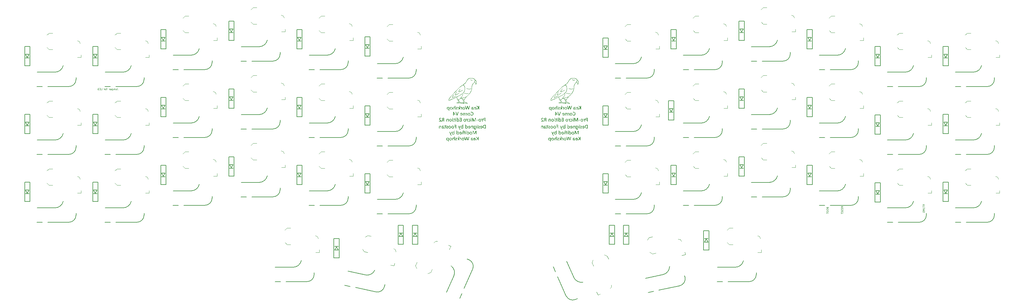
<source format=gbo>
G04 #@! TF.GenerationSoftware,KiCad,Pcbnew,8.0.4*
G04 #@! TF.CreationDate,2025-02-19T18:48:15+13:00*
G04 #@! TF.ProjectId,Corne V4 Pro Micro Edition,436f726e-6520-4563-9420-50726f204d69,4.0.0*
G04 #@! TF.SameCoordinates,Original*
G04 #@! TF.FileFunction,Legend,Bot*
G04 #@! TF.FilePolarity,Positive*
%FSLAX46Y46*%
G04 Gerber Fmt 4.6, Leading zero omitted, Abs format (unit mm)*
G04 Created by KiCad (PCBNEW 8.0.4) date 2025-02-19 18:48:15*
%MOMM*%
%LPD*%
G01*
G04 APERTURE LIST*
%ADD10C,0.150000*%
%ADD11C,0.100000*%
%ADD12C,0.120000*%
G04 APERTURE END LIST*
D10*
G36*
X217683277Y-86825000D02*
G01*
X217410457Y-86825000D01*
X217348561Y-86822839D01*
X217289878Y-86816359D01*
X217234408Y-86805559D01*
X217182151Y-86790439D01*
X217133108Y-86770999D01*
X217087278Y-86747239D01*
X217044662Y-86719158D01*
X217005258Y-86686758D01*
X216969824Y-86650736D01*
X216939114Y-86611913D01*
X216913129Y-86570289D01*
X216891869Y-86525863D01*
X216875333Y-86478636D01*
X216863521Y-86428609D01*
X216856434Y-86375780D01*
X216854248Y-86324302D01*
X217026019Y-86324302D01*
X217026863Y-86356082D01*
X217032018Y-86405986D01*
X217044392Y-86460817D01*
X217063514Y-86510136D01*
X217089386Y-86553942D01*
X217122006Y-86592236D01*
X217140632Y-86609172D01*
X217181929Y-86638046D01*
X217228617Y-86660257D01*
X217280698Y-86675804D01*
X217338171Y-86684689D01*
X217390185Y-86687002D01*
X217520611Y-86687002D01*
X217520611Y-85978942D01*
X217383835Y-85978942D01*
X217340506Y-85980291D01*
X217280753Y-85987374D01*
X217227290Y-86000527D01*
X217180117Y-86019751D01*
X217127004Y-86054827D01*
X217085073Y-86100695D01*
X217054323Y-86157355D01*
X217038599Y-86206933D01*
X217029164Y-86262582D01*
X217026019Y-86324302D01*
X216854248Y-86324302D01*
X216854072Y-86320150D01*
X216856201Y-86262032D01*
X216862586Y-86207664D01*
X216873229Y-86157046D01*
X216888129Y-86110177D01*
X216918460Y-86046904D01*
X216958370Y-85992067D01*
X217007859Y-85945667D01*
X217066926Y-85907704D01*
X217111625Y-85887081D01*
X217160582Y-85870208D01*
X217213795Y-85857085D01*
X217271266Y-85847711D01*
X217332993Y-85842087D01*
X217398978Y-85840212D01*
X217683277Y-85840212D01*
X217683277Y-86825000D01*
G37*
G36*
X216422280Y-86106352D02*
G01*
X216473649Y-86112406D01*
X216521702Y-86125724D01*
X216566442Y-86146306D01*
X216607867Y-86174152D01*
X216645977Y-86209263D01*
X216663349Y-86229121D01*
X216692968Y-86272032D01*
X216715751Y-86319201D01*
X216731699Y-86370630D01*
X216740813Y-86426317D01*
X216743186Y-86475976D01*
X216742411Y-86507809D01*
X216737675Y-86557828D01*
X216726309Y-86612846D01*
X216708744Y-86662402D01*
X216684979Y-86706498D01*
X216655014Y-86745132D01*
X216613142Y-86782343D01*
X216564888Y-86810415D01*
X216518448Y-86827202D01*
X216467320Y-86837274D01*
X216411504Y-86840631D01*
X216354417Y-86838519D01*
X216301675Y-86832182D01*
X216253278Y-86821620D01*
X216202306Y-86803959D01*
X216157247Y-86780547D01*
X216157247Y-86653053D01*
X216163143Y-86657110D01*
X216205439Y-86681904D01*
X216255982Y-86702512D01*
X216308876Y-86714877D01*
X216364121Y-86718998D01*
X216376471Y-86718792D01*
X216427916Y-86712764D01*
X216477146Y-86696278D01*
X216521658Y-86666242D01*
X216528619Y-86659442D01*
X216559263Y-86615802D01*
X216575902Y-86566963D01*
X216581741Y-86515544D01*
X216102293Y-86515544D01*
X216102293Y-86454727D01*
X216102370Y-86444539D01*
X216104674Y-86402948D01*
X216256166Y-86402948D01*
X216581741Y-86402948D01*
X216572661Y-86360182D01*
X216553692Y-86314524D01*
X216523123Y-86273011D01*
X216501186Y-86253691D01*
X216455174Y-86230402D01*
X216406619Y-86223429D01*
X216385453Y-86224586D01*
X216337342Y-86238422D01*
X216296710Y-86270812D01*
X216275644Y-86303971D01*
X216260440Y-86353522D01*
X216256166Y-86402948D01*
X216104674Y-86402948D01*
X216105075Y-86395703D01*
X216113421Y-86341727D01*
X216127331Y-86292800D01*
X216150593Y-86242100D01*
X216181427Y-86198272D01*
X216207673Y-86171675D01*
X216249766Y-86142013D01*
X216298100Y-86121186D01*
X216352675Y-86109194D01*
X216404421Y-86105949D01*
X216422280Y-86106352D01*
G37*
G36*
X215998245Y-86803262D02*
G01*
X215998245Y-86659891D01*
X215952404Y-86687247D01*
X215904273Y-86706786D01*
X215853852Y-86718510D01*
X215801141Y-86722418D01*
X215752086Y-86719438D01*
X215702466Y-86706195D01*
X215663701Y-86670689D01*
X215656794Y-86637665D01*
X215669250Y-86596877D01*
X215702467Y-86567079D01*
X215746757Y-86545823D01*
X215752048Y-86543876D01*
X215798393Y-86526840D01*
X215815552Y-86520429D01*
X215861482Y-86500576D01*
X215893465Y-86484281D01*
X215933937Y-86456852D01*
X215951106Y-86440806D01*
X215979225Y-86400597D01*
X215985789Y-86385607D01*
X215996585Y-86335844D01*
X215997512Y-86313555D01*
X215990757Y-86263024D01*
X215973577Y-86224162D01*
X215941196Y-86184414D01*
X215908852Y-86158949D01*
X215865560Y-86135868D01*
X215816773Y-86119382D01*
X215767707Y-86109740D01*
X215717139Y-86106001D01*
X215710283Y-86105949D01*
X215657088Y-86108228D01*
X215607140Y-86115068D01*
X215555448Y-86128014D01*
X215535893Y-86134769D01*
X215535893Y-86271057D01*
X215579398Y-86248388D01*
X215626380Y-86233138D01*
X215676839Y-86225307D01*
X215706375Y-86224162D01*
X215756454Y-86229177D01*
X215761085Y-86230268D01*
X215802607Y-86247365D01*
X215829473Y-86273743D01*
X215838999Y-86307449D01*
X215829473Y-86346039D01*
X215800897Y-86373639D01*
X215755712Y-86395621D01*
X215709344Y-86412078D01*
X215694651Y-86417114D01*
X215649262Y-86437043D01*
X215613563Y-86454972D01*
X215570747Y-86482290D01*
X215552013Y-86498447D01*
X215521331Y-86537243D01*
X215512690Y-86554623D01*
X215500348Y-86604053D01*
X215499013Y-86630338D01*
X215505180Y-86680408D01*
X215523681Y-86723639D01*
X215554579Y-86761888D01*
X215589627Y-86789340D01*
X215634079Y-86811933D01*
X215681520Y-86827124D01*
X215684882Y-86827930D01*
X215733067Y-86836612D01*
X215783590Y-86840433D01*
X215798455Y-86840631D01*
X215847418Y-86838843D01*
X215899770Y-86832420D01*
X215948275Y-86821326D01*
X215998245Y-86803262D01*
G37*
G36*
X215271134Y-85980896D02*
G01*
X215319557Y-85968890D01*
X215338057Y-85955495D01*
X215363698Y-85911789D01*
X215365900Y-85890771D01*
X215352740Y-85843156D01*
X215338057Y-85825558D01*
X215294461Y-85801976D01*
X215271134Y-85799424D01*
X215223284Y-85810679D01*
X215202502Y-85825558D01*
X215177157Y-85867610D01*
X215174414Y-85890771D01*
X215188924Y-85938712D01*
X215202502Y-85954518D01*
X215247010Y-85978320D01*
X215271134Y-85980896D01*
G37*
G36*
X215192244Y-86825000D02*
G01*
X215351490Y-86825000D01*
X215351490Y-86121580D01*
X215192244Y-86121580D01*
X215192244Y-86825000D01*
G37*
G36*
X214768099Y-86109658D02*
G01*
X214816774Y-86120786D01*
X214867961Y-86143146D01*
X214913118Y-86175604D01*
X214947024Y-86211461D01*
X214966831Y-86238988D01*
X214991589Y-86284586D01*
X215010405Y-86335354D01*
X215023279Y-86391290D01*
X215029469Y-86441852D01*
X215031532Y-86496004D01*
X215028767Y-86552831D01*
X215020472Y-86605158D01*
X215006648Y-86652986D01*
X214983530Y-86703098D01*
X214952886Y-86747086D01*
X214932446Y-86769011D01*
X214892929Y-86800345D01*
X214848644Y-86822726D01*
X214799590Y-86836155D01*
X214745768Y-86840631D01*
X214726264Y-86840105D01*
X214671472Y-86832220D01*
X214622262Y-86814872D01*
X214578633Y-86788062D01*
X214540586Y-86751789D01*
X214508120Y-86706053D01*
X214505433Y-86706053D01*
X214505433Y-86786165D01*
X214505678Y-86801973D01*
X214511551Y-86860187D01*
X214525255Y-86910371D01*
X214553398Y-86961810D01*
X214593777Y-87000703D01*
X214646392Y-87027049D01*
X214697293Y-87039094D01*
X214756026Y-87043108D01*
X214775590Y-87042565D01*
X214828747Y-87035807D01*
X214876437Y-87023557D01*
X214925225Y-87005393D01*
X214975112Y-86981315D01*
X214975112Y-87123953D01*
X214942279Y-87136900D01*
X214893447Y-87151338D01*
X214841273Y-87161476D01*
X214785756Y-87167313D01*
X214735510Y-87168893D01*
X214688335Y-87167361D01*
X214623281Y-87159317D01*
X214565074Y-87144378D01*
X214513715Y-87122543D01*
X214469204Y-87093814D01*
X214431541Y-87058189D01*
X214400725Y-87015669D01*
X214376758Y-86966254D01*
X214359638Y-86909944D01*
X214349366Y-86846739D01*
X214345942Y-86776639D01*
X214345942Y-86411741D01*
X214503967Y-86411741D01*
X214503967Y-86502843D01*
X214504018Y-86508581D01*
X214510057Y-86562420D01*
X214526162Y-86609818D01*
X214555503Y-86654518D01*
X214590718Y-86685688D01*
X214636396Y-86706640D01*
X214689348Y-86713625D01*
X214736904Y-86707590D01*
X214781997Y-86687013D01*
X214819529Y-86651831D01*
X214833672Y-86631431D01*
X214854767Y-86584548D01*
X214865554Y-86535419D01*
X214868622Y-86486235D01*
X214867376Y-86450129D01*
X214860197Y-86397743D01*
X214844494Y-86346727D01*
X214817575Y-86299877D01*
X214811010Y-86291773D01*
X214773577Y-86259096D01*
X214728464Y-86239490D01*
X214675670Y-86232955D01*
X214640438Y-86236237D01*
X214593315Y-86253467D01*
X214553060Y-86285467D01*
X214531582Y-86312960D01*
X214510871Y-86359293D01*
X214503967Y-86411741D01*
X214345942Y-86411741D01*
X214345942Y-86121580D01*
X214505433Y-86121580D01*
X214505433Y-86219766D01*
X214508120Y-86219766D01*
X214530945Y-86186977D01*
X214568810Y-86150408D01*
X214613571Y-86124733D01*
X214665228Y-86109950D01*
X214714993Y-86105949D01*
X214768099Y-86109658D01*
G37*
G36*
X213516494Y-86825000D02*
G01*
X213675984Y-86825000D01*
X213675984Y-86429326D01*
X213679389Y-86372614D01*
X213692464Y-86317247D01*
X213720111Y-86270147D01*
X213761105Y-86241886D01*
X213815447Y-86232466D01*
X213866463Y-86240126D01*
X213910335Y-86263104D01*
X213935614Y-86286933D01*
X213962591Y-86327755D01*
X213978370Y-86375330D01*
X213982997Y-86424441D01*
X213982997Y-86825000D01*
X214142976Y-86825000D01*
X214142976Y-86121580D01*
X213982997Y-86121580D01*
X213982997Y-86239305D01*
X213980311Y-86239305D01*
X213948179Y-86193985D01*
X213911137Y-86158041D01*
X213869182Y-86131474D01*
X213822316Y-86114283D01*
X213770539Y-86106469D01*
X213752188Y-86105949D01*
X213698195Y-86110604D01*
X213651010Y-86124572D01*
X213606066Y-86151416D01*
X213577066Y-86180443D01*
X213550565Y-86221811D01*
X213531637Y-86271423D01*
X213521285Y-86321595D01*
X213516730Y-86378079D01*
X213516494Y-86395376D01*
X213516494Y-86825000D01*
G37*
G36*
X213050752Y-86106352D02*
G01*
X213102120Y-86112406D01*
X213150174Y-86125724D01*
X213194914Y-86146306D01*
X213236338Y-86174152D01*
X213274449Y-86209263D01*
X213291821Y-86229121D01*
X213321439Y-86272032D01*
X213344223Y-86319201D01*
X213360171Y-86370630D01*
X213369284Y-86426317D01*
X213371658Y-86475976D01*
X213370883Y-86507809D01*
X213366147Y-86557828D01*
X213354781Y-86612846D01*
X213337216Y-86662402D01*
X213313451Y-86706498D01*
X213283486Y-86745132D01*
X213241613Y-86782343D01*
X213193359Y-86810415D01*
X213146920Y-86827202D01*
X213095792Y-86837274D01*
X213039976Y-86840631D01*
X212982889Y-86838519D01*
X212930147Y-86832182D01*
X212881749Y-86821620D01*
X212830777Y-86803959D01*
X212785719Y-86780547D01*
X212785719Y-86653053D01*
X212791614Y-86657110D01*
X212833911Y-86681904D01*
X212884454Y-86702512D01*
X212937348Y-86714877D01*
X212992593Y-86718998D01*
X213004943Y-86718792D01*
X213056388Y-86712764D01*
X213105618Y-86696278D01*
X213150129Y-86666242D01*
X213157090Y-86659442D01*
X213187735Y-86615802D01*
X213204374Y-86566963D01*
X213210213Y-86515544D01*
X212730764Y-86515544D01*
X212730764Y-86454727D01*
X212730842Y-86444539D01*
X212733145Y-86402948D01*
X212884637Y-86402948D01*
X213210213Y-86402948D01*
X213201133Y-86360182D01*
X213182163Y-86314524D01*
X213151595Y-86273011D01*
X213129658Y-86253691D01*
X213083646Y-86230402D01*
X213035091Y-86223429D01*
X213013925Y-86224586D01*
X212965814Y-86238422D01*
X212925182Y-86270812D01*
X212904116Y-86303971D01*
X212888912Y-86353522D01*
X212884637Y-86402948D01*
X212733145Y-86402948D01*
X212733546Y-86395703D01*
X212741893Y-86341727D01*
X212755803Y-86292800D01*
X212779064Y-86242100D01*
X212809899Y-86198272D01*
X212836144Y-86171675D01*
X212878237Y-86142013D01*
X212926572Y-86121186D01*
X212981147Y-86109194D01*
X213032893Y-86105949D01*
X213050752Y-86106352D01*
G37*
G36*
X212102816Y-86219766D02*
G01*
X212105503Y-86219766D01*
X212127549Y-86186977D01*
X212164785Y-86150408D01*
X212209454Y-86124733D01*
X212261557Y-86109950D01*
X212312132Y-86105949D01*
X212363970Y-86109641D01*
X212411772Y-86120718D01*
X212462440Y-86142974D01*
X212507615Y-86175281D01*
X212541965Y-86210973D01*
X212562172Y-86238248D01*
X212587431Y-86283211D01*
X212606628Y-86333033D01*
X212619763Y-86387716D01*
X212626077Y-86436998D01*
X212628182Y-86489654D01*
X212625443Y-86548166D01*
X212617226Y-86601887D01*
X212603530Y-86650817D01*
X212580628Y-86701846D01*
X212550269Y-86746353D01*
X212529924Y-86768450D01*
X212490446Y-86800029D01*
X212446035Y-86822586D01*
X212396693Y-86836120D01*
X212342418Y-86840631D01*
X212322716Y-86840100D01*
X212267512Y-86832128D01*
X212218164Y-86814592D01*
X212174673Y-86787489D01*
X212137038Y-86750821D01*
X212105258Y-86704588D01*
X212102572Y-86704588D01*
X212102572Y-86825000D01*
X211943325Y-86825000D01*
X211943325Y-86411496D01*
X212100618Y-86411496D01*
X212100618Y-86503332D01*
X212100667Y-86508995D01*
X212106621Y-86562271D01*
X212122497Y-86609440D01*
X212151420Y-86654274D01*
X212186201Y-86685830D01*
X212231457Y-86707042D01*
X212284044Y-86714113D01*
X212332630Y-86708079D01*
X212378417Y-86687501D01*
X212416180Y-86652320D01*
X212430323Y-86631842D01*
X212451417Y-86584338D01*
X212462204Y-86534122D01*
X212465272Y-86483548D01*
X212464026Y-86448011D01*
X212456848Y-86396361D01*
X212441145Y-86345919D01*
X212414226Y-86299389D01*
X212410983Y-86295302D01*
X212374490Y-86261566D01*
X212325807Y-86239443D01*
X212273786Y-86232955D01*
X212237623Y-86236206D01*
X212189732Y-86253277D01*
X212149466Y-86284979D01*
X212125853Y-86316019D01*
X212106390Y-86362937D01*
X212100618Y-86411496D01*
X211943325Y-86411496D01*
X211943325Y-85777686D01*
X212102816Y-85777686D01*
X212102816Y-86219766D01*
G37*
G36*
X211354700Y-86825000D02*
G01*
X211195454Y-86825000D01*
X211195454Y-86722418D01*
X211192767Y-86722418D01*
X211169216Y-86756473D01*
X211130714Y-86794454D01*
X211085761Y-86821121D01*
X211034357Y-86836475D01*
X210985161Y-86840631D01*
X210932470Y-86836913D01*
X210884124Y-86825759D01*
X210833212Y-86803348D01*
X210788214Y-86770815D01*
X210754351Y-86734874D01*
X210734545Y-86707278D01*
X210709786Y-86661778D01*
X210690970Y-86611348D01*
X210678096Y-86555990D01*
X210671906Y-86506093D01*
X210669862Y-86453262D01*
X210833486Y-86453262D01*
X210835263Y-86497601D01*
X210843163Y-86550762D01*
X210859604Y-86602430D01*
X210884044Y-86645481D01*
X210887226Y-86649703D01*
X210923166Y-86684556D01*
X210971351Y-86707411D01*
X211023018Y-86714113D01*
X211059105Y-86710785D01*
X211107053Y-86693314D01*
X211147582Y-86660868D01*
X211171314Y-86628945D01*
X211190874Y-86580671D01*
X211196675Y-86530687D01*
X211196675Y-86443736D01*
X211196473Y-86432558D01*
X211189394Y-86380218D01*
X211172201Y-86333793D01*
X211144896Y-86293283D01*
X211105343Y-86258936D01*
X211057883Y-86238846D01*
X211007875Y-86232955D01*
X210965322Y-86237592D01*
X210916819Y-86258200D01*
X210880625Y-86291573D01*
X210867045Y-86310912D01*
X210846790Y-86356173D01*
X210836432Y-86404413D01*
X210833486Y-86453262D01*
X210669862Y-86453262D01*
X210669843Y-86452773D01*
X210672488Y-86395672D01*
X210680422Y-86343070D01*
X210693645Y-86294968D01*
X210715758Y-86244535D01*
X210745070Y-86200226D01*
X210764785Y-86178130D01*
X210803657Y-86146551D01*
X210848093Y-86123994D01*
X210898091Y-86110460D01*
X210953653Y-86105949D01*
X210973020Y-86106495D01*
X211027583Y-86114696D01*
X211076839Y-86132736D01*
X211120788Y-86160617D01*
X211159431Y-86198338D01*
X211192767Y-86245900D01*
X211195454Y-86245900D01*
X211195454Y-85777686D01*
X211354700Y-85777686D01*
X211354700Y-86825000D01*
G37*
G36*
X209902432Y-86121580D02*
G01*
X210219704Y-86939061D01*
X210245677Y-86992928D01*
X210274139Y-87039613D01*
X210305089Y-87079115D01*
X210347276Y-87118393D01*
X210393351Y-87146449D01*
X210443313Y-87163282D01*
X210497164Y-87168893D01*
X210548314Y-87166111D01*
X210580939Y-87160101D01*
X210580939Y-87028210D01*
X210532232Y-87038568D01*
X210512307Y-87039689D01*
X210460872Y-87030625D01*
X210418311Y-87003434D01*
X210387592Y-86963463D01*
X210378950Y-86946877D01*
X210331567Y-86825000D01*
X210611225Y-86121580D01*
X210434637Y-86121580D01*
X210267087Y-86634002D01*
X210255234Y-86682499D01*
X210254630Y-86685048D01*
X210251211Y-86685048D01*
X210239543Y-86637556D01*
X210238999Y-86635467D01*
X210063144Y-86121580D01*
X209902432Y-86121580D01*
G37*
G36*
X208865866Y-85978942D02*
G01*
X209234184Y-85978942D01*
X209234184Y-86277896D01*
X208894686Y-86277896D01*
X208894686Y-86415893D01*
X209234184Y-86415893D01*
X209234184Y-86825000D01*
X209397582Y-86825000D01*
X209397582Y-85840212D01*
X208865866Y-85840212D01*
X208865866Y-85978942D01*
G37*
G36*
X208414573Y-86106822D02*
G01*
X208464452Y-86112161D01*
X208519773Y-86124976D01*
X208570149Y-86144779D01*
X208615578Y-86171573D01*
X208656061Y-86205355D01*
X208679817Y-86231417D01*
X208709513Y-86275046D01*
X208732082Y-86324118D01*
X208747523Y-86378635D01*
X208754947Y-86428224D01*
X208757422Y-86481594D01*
X208757042Y-86501647D01*
X208751346Y-86558805D01*
X208738815Y-86611464D01*
X208719450Y-86659624D01*
X208693249Y-86703285D01*
X208660213Y-86742445D01*
X208641409Y-86759992D01*
X208600336Y-86789908D01*
X208554644Y-86812920D01*
X208504332Y-86829029D01*
X208449400Y-86838234D01*
X208400094Y-86840631D01*
X208369280Y-86839742D01*
X208320593Y-86834311D01*
X208266578Y-86821277D01*
X208217370Y-86801132D01*
X208172971Y-86773878D01*
X208133381Y-86739515D01*
X208115616Y-86719969D01*
X208085328Y-86677362D01*
X208062030Y-86630067D01*
X208045721Y-86578083D01*
X208036401Y-86521411D01*
X208034161Y-86474511D01*
X208197617Y-86474511D01*
X208198851Y-86509173D01*
X208205961Y-86559273D01*
X208221514Y-86607753D01*
X208248175Y-86651831D01*
X208254635Y-86659373D01*
X208296271Y-86692156D01*
X208343087Y-86709187D01*
X208392523Y-86714113D01*
X208403888Y-86713866D01*
X208456362Y-86705217D01*
X208501585Y-86684214D01*
X208539557Y-86650854D01*
X208558233Y-86625475D01*
X208579002Y-86581191D01*
X208591077Y-86529450D01*
X208594512Y-86477198D01*
X208593188Y-86442682D01*
X208585563Y-86392467D01*
X208568883Y-86343347D01*
X208540290Y-86297923D01*
X208529778Y-86286313D01*
X208489745Y-86255859D01*
X208442031Y-86238094D01*
X208392523Y-86232955D01*
X208386688Y-86233016D01*
X208333041Y-86240401D01*
X208287932Y-86260093D01*
X208248175Y-86295969D01*
X208230993Y-86321446D01*
X208211886Y-86366584D01*
X208200777Y-86420030D01*
X208197617Y-86474511D01*
X208034161Y-86474511D01*
X208033974Y-86470603D01*
X208034784Y-86439114D01*
X208039729Y-86389560D01*
X208051599Y-86334929D01*
X208069943Y-86285570D01*
X208094761Y-86241483D01*
X208126054Y-86202669D01*
X208143959Y-86185384D01*
X208183606Y-86155914D01*
X208228371Y-86133246D01*
X208278254Y-86117377D01*
X208333254Y-86108310D01*
X208382997Y-86105949D01*
X208414573Y-86106822D01*
G37*
G36*
X207579263Y-86106822D02*
G01*
X207629142Y-86112161D01*
X207684463Y-86124976D01*
X207734838Y-86144779D01*
X207780267Y-86171573D01*
X207820750Y-86205355D01*
X207844507Y-86231417D01*
X207874202Y-86275046D01*
X207896771Y-86324118D01*
X207912213Y-86378635D01*
X207919637Y-86428224D01*
X207922111Y-86481594D01*
X207921731Y-86501647D01*
X207916036Y-86558805D01*
X207903505Y-86611464D01*
X207884139Y-86659624D01*
X207857938Y-86703285D01*
X207824903Y-86742445D01*
X207806098Y-86759992D01*
X207765026Y-86789908D01*
X207719333Y-86812920D01*
X207669021Y-86829029D01*
X207614089Y-86838234D01*
X207564784Y-86840631D01*
X207533969Y-86839742D01*
X207485283Y-86834311D01*
X207431267Y-86821277D01*
X207382060Y-86801132D01*
X207337661Y-86773878D01*
X207298071Y-86739515D01*
X207280306Y-86719969D01*
X207250018Y-86677362D01*
X207226719Y-86630067D01*
X207210410Y-86578083D01*
X207201091Y-86521411D01*
X207198851Y-86474511D01*
X207362307Y-86474511D01*
X207363541Y-86509173D01*
X207370651Y-86559273D01*
X207386203Y-86607753D01*
X207412865Y-86651831D01*
X207419325Y-86659373D01*
X207460960Y-86692156D01*
X207507777Y-86709187D01*
X207557212Y-86714113D01*
X207568577Y-86713866D01*
X207621051Y-86705217D01*
X207666274Y-86684214D01*
X207704247Y-86650854D01*
X207722923Y-86625475D01*
X207743692Y-86581191D01*
X207755767Y-86529450D01*
X207759201Y-86477198D01*
X207757877Y-86442682D01*
X207750252Y-86392467D01*
X207733573Y-86343347D01*
X207704979Y-86297923D01*
X207694467Y-86286313D01*
X207654434Y-86255859D01*
X207606721Y-86238094D01*
X207557212Y-86232955D01*
X207551378Y-86233016D01*
X207497730Y-86240401D01*
X207452622Y-86260093D01*
X207412865Y-86295969D01*
X207395683Y-86321446D01*
X207376575Y-86366584D01*
X207365466Y-86420030D01*
X207362307Y-86474511D01*
X207198851Y-86474511D01*
X207198664Y-86470603D01*
X207199473Y-86439114D01*
X207204419Y-86389560D01*
X207216288Y-86334929D01*
X207234632Y-86285570D01*
X207259451Y-86241483D01*
X207290743Y-86202669D01*
X207308648Y-86185384D01*
X207348296Y-86155914D01*
X207393061Y-86133246D01*
X207442943Y-86117377D01*
X207497944Y-86108310D01*
X207547687Y-86105949D01*
X207579263Y-86106822D01*
G37*
G36*
X207085335Y-86803262D02*
G01*
X207085335Y-86659891D01*
X207039494Y-86687247D01*
X206991363Y-86706786D01*
X206940942Y-86718510D01*
X206888231Y-86722418D01*
X206839176Y-86719438D01*
X206789556Y-86706195D01*
X206750791Y-86670689D01*
X206743884Y-86637665D01*
X206756340Y-86596877D01*
X206789557Y-86567079D01*
X206833847Y-86545823D01*
X206839138Y-86543876D01*
X206885483Y-86526840D01*
X206902642Y-86520429D01*
X206948572Y-86500576D01*
X206980555Y-86484281D01*
X207021027Y-86456852D01*
X207038196Y-86440806D01*
X207066315Y-86400597D01*
X207072879Y-86385607D01*
X207083675Y-86335844D01*
X207084602Y-86313555D01*
X207077847Y-86263024D01*
X207060667Y-86224162D01*
X207028286Y-86184414D01*
X206995942Y-86158949D01*
X206952650Y-86135868D01*
X206903863Y-86119382D01*
X206854797Y-86109740D01*
X206804229Y-86106001D01*
X206797373Y-86105949D01*
X206744178Y-86108228D01*
X206694230Y-86115068D01*
X206642538Y-86128014D01*
X206622983Y-86134769D01*
X206622983Y-86271057D01*
X206666488Y-86248388D01*
X206713470Y-86233138D01*
X206763929Y-86225307D01*
X206793465Y-86224162D01*
X206843544Y-86229177D01*
X206848175Y-86230268D01*
X206889697Y-86247365D01*
X206916563Y-86273743D01*
X206926089Y-86307449D01*
X206916563Y-86346039D01*
X206887987Y-86373639D01*
X206842802Y-86395621D01*
X206796434Y-86412078D01*
X206781741Y-86417114D01*
X206736352Y-86437043D01*
X206700653Y-86454972D01*
X206657837Y-86482290D01*
X206639103Y-86498447D01*
X206608421Y-86537243D01*
X206599780Y-86554623D01*
X206587439Y-86604053D01*
X206586103Y-86630338D01*
X206592270Y-86680408D01*
X206610771Y-86723639D01*
X206641669Y-86761888D01*
X206676717Y-86789340D01*
X206721169Y-86811933D01*
X206768610Y-86827124D01*
X206771972Y-86827930D01*
X206820157Y-86836612D01*
X206870680Y-86840433D01*
X206885545Y-86840631D01*
X206934508Y-86838843D01*
X206986860Y-86832420D01*
X207035365Y-86821326D01*
X207085335Y-86803262D01*
G37*
G36*
X206067819Y-86816207D02*
G01*
X206114295Y-86832903D01*
X206163136Y-86839772D01*
X206190674Y-86840631D01*
X206249638Y-86835837D01*
X206298608Y-86821454D01*
X206344180Y-86791538D01*
X206375361Y-86747815D01*
X206390352Y-86700832D01*
X206395349Y-86644260D01*
X206395349Y-86246632D01*
X206512830Y-86246632D01*
X206512830Y-86121580D01*
X206395349Y-86121580D01*
X206395349Y-85962578D01*
X206236103Y-85918370D01*
X206236103Y-86121580D01*
X206067819Y-86121580D01*
X206067819Y-86246632D01*
X206236103Y-86246632D01*
X206236103Y-86598098D01*
X206231112Y-86648881D01*
X206213388Y-86687491D01*
X206167956Y-86711513D01*
X206137917Y-86714113D01*
X206089436Y-86701280D01*
X206067819Y-86684316D01*
X206067819Y-86816207D01*
G37*
G36*
X205713564Y-86108267D02*
G01*
X205764546Y-86115222D01*
X205813124Y-86126814D01*
X205866759Y-86146199D01*
X205917122Y-86171894D01*
X205917122Y-86311357D01*
X205891514Y-86291092D01*
X205844828Y-86262131D01*
X205795758Y-86241444D01*
X205744303Y-86229032D01*
X205690464Y-86224895D01*
X205664930Y-86226185D01*
X205615116Y-86239230D01*
X205574931Y-86271340D01*
X205552605Y-86321799D01*
X205547582Y-86371685D01*
X205756410Y-86401238D01*
X205797396Y-86408933D01*
X205845773Y-86423753D01*
X205896166Y-86449610D01*
X205935361Y-86483612D01*
X205963357Y-86525759D01*
X205980155Y-86576052D01*
X205985754Y-86634490D01*
X205985525Y-86645980D01*
X205977511Y-86699165D01*
X205958048Y-86745242D01*
X205927136Y-86784211D01*
X205907644Y-86800465D01*
X205862077Y-86824708D01*
X205813563Y-86837105D01*
X205764470Y-86840631D01*
X205722093Y-86837548D01*
X205668356Y-86822874D01*
X205621141Y-86796115D01*
X205580447Y-86757271D01*
X205550757Y-86714357D01*
X205548071Y-86714357D01*
X205548071Y-86825000D01*
X205393709Y-86825000D01*
X205393709Y-86538258D01*
X205547582Y-86538258D01*
X205550574Y-86575780D01*
X205566282Y-86625766D01*
X205595454Y-86668196D01*
X205620840Y-86690742D01*
X205664815Y-86712484D01*
X205715866Y-86719731D01*
X205755778Y-86715015D01*
X205801351Y-86691154D01*
X205822067Y-86665037D01*
X205833346Y-86617149D01*
X205827622Y-86573267D01*
X205798664Y-86531175D01*
X205791863Y-86526687D01*
X205745510Y-86507392D01*
X205695349Y-86497470D01*
X205547582Y-86476709D01*
X205547582Y-86538258D01*
X205393709Y-86538258D01*
X205393709Y-86368021D01*
X205394750Y-86336286D01*
X205403077Y-86278957D01*
X205419732Y-86229819D01*
X205452260Y-86179912D01*
X205497799Y-86142803D01*
X205543598Y-86122328D01*
X205597725Y-86110043D01*
X205660178Y-86105949D01*
X205713564Y-86108267D01*
G37*
G36*
X204576228Y-86825000D02*
G01*
X204735719Y-86825000D01*
X204735719Y-86429326D01*
X204739124Y-86372614D01*
X204752198Y-86317247D01*
X204779846Y-86270147D01*
X204820840Y-86241886D01*
X204875182Y-86232466D01*
X204926198Y-86240126D01*
X204970070Y-86263104D01*
X204995349Y-86286933D01*
X205022326Y-86327755D01*
X205038105Y-86375330D01*
X205042732Y-86424441D01*
X205042732Y-86825000D01*
X205202711Y-86825000D01*
X205202711Y-86121580D01*
X205042732Y-86121580D01*
X205042732Y-86239305D01*
X205040046Y-86239305D01*
X205007914Y-86193985D01*
X204970871Y-86158041D01*
X204928917Y-86131474D01*
X204882051Y-86114283D01*
X204830273Y-86106469D01*
X204811923Y-86105949D01*
X204757930Y-86110604D01*
X204710745Y-86124572D01*
X204665800Y-86151416D01*
X204636801Y-86180443D01*
X204610300Y-86221811D01*
X204591371Y-86271423D01*
X204581020Y-86321595D01*
X204576465Y-86378079D01*
X204576228Y-86395376D01*
X204576228Y-86825000D01*
G37*
G36*
X214015970Y-88505000D02*
G01*
X214178147Y-88505000D01*
X214178147Y-87867770D01*
X214177193Y-87815358D01*
X214174703Y-87762355D01*
X214171192Y-87710602D01*
X214168377Y-87676039D01*
X214171064Y-87676039D01*
X214183660Y-87725540D01*
X214197931Y-87768852D01*
X214491999Y-88505000D01*
X214604595Y-88505000D01*
X214899396Y-87774225D01*
X214913676Y-87727290D01*
X214925530Y-87676039D01*
X214928217Y-87676039D01*
X214925019Y-87725507D01*
X214923389Y-87779117D01*
X214922736Y-87828989D01*
X214922599Y-87868991D01*
X214922599Y-88505000D01*
X215073786Y-88505000D01*
X215073786Y-87520212D01*
X214843709Y-87520212D01*
X214584811Y-88176004D01*
X214566918Y-88223360D01*
X214551156Y-88270523D01*
X214546221Y-88288600D01*
X214542802Y-88288600D01*
X214526464Y-88239936D01*
X214508926Y-88191690D01*
X214501525Y-88173318D01*
X214237742Y-87520212D01*
X214015970Y-87520212D01*
X214015970Y-88505000D01*
G37*
G36*
X213500686Y-87786822D02*
G01*
X213550565Y-87792161D01*
X213605886Y-87804976D01*
X213656261Y-87824779D01*
X213701690Y-87851573D01*
X213742174Y-87885355D01*
X213765930Y-87911417D01*
X213795626Y-87955046D01*
X213818194Y-88004118D01*
X213833636Y-88058635D01*
X213841060Y-88108224D01*
X213843534Y-88161594D01*
X213843155Y-88181647D01*
X213837459Y-88238805D01*
X213824928Y-88291464D01*
X213805562Y-88339624D01*
X213779361Y-88383285D01*
X213746326Y-88422445D01*
X213727522Y-88439992D01*
X213686449Y-88469908D01*
X213640756Y-88492920D01*
X213590444Y-88509029D01*
X213535512Y-88518234D01*
X213486207Y-88520631D01*
X213455392Y-88519742D01*
X213406706Y-88514311D01*
X213352690Y-88501277D01*
X213303483Y-88481132D01*
X213259084Y-88453878D01*
X213219494Y-88419515D01*
X213201729Y-88399969D01*
X213171441Y-88357362D01*
X213148142Y-88310067D01*
X213131833Y-88258083D01*
X213122514Y-88201411D01*
X213120274Y-88154511D01*
X213283730Y-88154511D01*
X213284964Y-88189173D01*
X213292074Y-88239273D01*
X213307626Y-88287753D01*
X213334288Y-88331831D01*
X213340748Y-88339373D01*
X213382384Y-88372156D01*
X213429200Y-88389187D01*
X213478636Y-88394113D01*
X213490000Y-88393866D01*
X213542475Y-88385217D01*
X213587698Y-88364214D01*
X213625670Y-88330854D01*
X213644346Y-88305475D01*
X213665115Y-88261191D01*
X213677190Y-88209450D01*
X213680624Y-88157198D01*
X213679301Y-88122682D01*
X213671676Y-88072467D01*
X213654996Y-88023347D01*
X213626402Y-87977923D01*
X213615890Y-87966313D01*
X213575857Y-87935859D01*
X213528144Y-87918094D01*
X213478636Y-87912955D01*
X213472801Y-87913016D01*
X213419154Y-87920401D01*
X213374045Y-87940093D01*
X213334288Y-87975969D01*
X213317106Y-88001446D01*
X213297999Y-88046584D01*
X213286890Y-88100030D01*
X213283730Y-88154511D01*
X213120274Y-88154511D01*
X213120087Y-88150603D01*
X213120896Y-88119114D01*
X213125842Y-88069560D01*
X213137712Y-88014929D01*
X213156056Y-87965570D01*
X213180874Y-87921483D01*
X213212167Y-87882669D01*
X213230071Y-87865384D01*
X213269719Y-87835914D01*
X213314484Y-87813246D01*
X213364367Y-87797377D01*
X213419367Y-87788310D01*
X213469110Y-87785949D01*
X213500686Y-87786822D01*
G37*
G36*
X212482857Y-87899766D02*
G01*
X212485544Y-87899766D01*
X212507590Y-87866977D01*
X212544826Y-87830408D01*
X212589496Y-87804733D01*
X212641598Y-87789950D01*
X212692174Y-87785949D01*
X212744011Y-87789641D01*
X212791813Y-87800718D01*
X212842481Y-87822974D01*
X212887657Y-87855281D01*
X212922006Y-87890973D01*
X212942213Y-87918248D01*
X212967472Y-87963211D01*
X212986669Y-88013033D01*
X212999804Y-88067716D01*
X213006119Y-88116998D01*
X213008224Y-88169654D01*
X213005485Y-88228166D01*
X212997267Y-88281887D01*
X212983571Y-88330817D01*
X212960669Y-88381846D01*
X212930310Y-88426353D01*
X212909966Y-88448450D01*
X212870487Y-88480029D01*
X212826077Y-88502586D01*
X212776734Y-88516120D01*
X212722460Y-88520631D01*
X212702757Y-88520100D01*
X212647553Y-88512128D01*
X212598206Y-88494592D01*
X212554714Y-88467489D01*
X212517079Y-88430821D01*
X212485300Y-88384588D01*
X212482613Y-88384588D01*
X212482613Y-88505000D01*
X212323367Y-88505000D01*
X212323367Y-88091496D01*
X212480659Y-88091496D01*
X212480659Y-88183332D01*
X212480709Y-88188995D01*
X212486662Y-88242271D01*
X212502538Y-88289440D01*
X212531462Y-88334274D01*
X212566243Y-88365830D01*
X212611499Y-88387042D01*
X212664086Y-88394113D01*
X212712672Y-88388079D01*
X212758458Y-88367501D01*
X212796221Y-88332320D01*
X212810364Y-88311842D01*
X212831459Y-88264338D01*
X212842246Y-88214122D01*
X212845314Y-88163548D01*
X212844068Y-88128011D01*
X212836889Y-88076361D01*
X212821186Y-88025919D01*
X212794267Y-87979389D01*
X212791024Y-87975302D01*
X212754531Y-87941566D01*
X212705848Y-87919443D01*
X212653827Y-87912955D01*
X212617664Y-87916206D01*
X212569774Y-87933277D01*
X212529508Y-87964979D01*
X212505895Y-87996019D01*
X212486431Y-88042937D01*
X212480659Y-88091496D01*
X212323367Y-88091496D01*
X212323367Y-87457686D01*
X212482857Y-87457686D01*
X212482857Y-87899766D01*
G37*
G36*
X212039312Y-87660896D02*
G01*
X212087735Y-87648890D01*
X212106235Y-87635495D01*
X212131876Y-87591789D01*
X212134079Y-87570771D01*
X212120918Y-87523156D01*
X212106235Y-87505558D01*
X212062640Y-87481976D01*
X212039312Y-87479424D01*
X211991463Y-87490679D01*
X211970680Y-87505558D01*
X211945335Y-87547610D01*
X211942592Y-87570771D01*
X211957103Y-87618712D01*
X211970680Y-87634518D01*
X212015189Y-87658320D01*
X212039312Y-87660896D01*
G37*
G36*
X211960422Y-88505000D02*
G01*
X212119668Y-88505000D01*
X212119668Y-87801580D01*
X211960422Y-87801580D01*
X211960422Y-88505000D01*
G37*
G36*
X211356654Y-87582739D02*
G01*
X211405255Y-87570397D01*
X211430171Y-87569061D01*
X211480927Y-87577472D01*
X211520694Y-87607042D01*
X211542107Y-87657903D01*
X211546186Y-87703639D01*
X211546186Y-87801580D01*
X211382788Y-87801580D01*
X211382788Y-87926632D01*
X211545453Y-87926632D01*
X211545453Y-88505000D01*
X211704944Y-88505000D01*
X211704944Y-87926632D01*
X211825111Y-87926632D01*
X211825111Y-87801580D01*
X211704944Y-87801580D01*
X211704944Y-87685809D01*
X211700395Y-87632152D01*
X211686748Y-87584509D01*
X211660520Y-87538101D01*
X211632160Y-87507267D01*
X211588340Y-87475744D01*
X211538762Y-87454537D01*
X211489860Y-87444347D01*
X211450199Y-87442055D01*
X211400206Y-87444845D01*
X211356654Y-87454755D01*
X211356654Y-87582739D01*
G37*
G36*
X211191301Y-87660896D02*
G01*
X211239724Y-87648890D01*
X211258224Y-87635495D01*
X211283865Y-87591789D01*
X211286067Y-87570771D01*
X211272907Y-87523156D01*
X211258224Y-87505558D01*
X211214628Y-87481976D01*
X211191301Y-87479424D01*
X211143451Y-87490679D01*
X211122669Y-87505558D01*
X211097324Y-87547610D01*
X211094581Y-87570771D01*
X211109091Y-87618712D01*
X211122669Y-87634518D01*
X211167178Y-87658320D01*
X211191301Y-87660896D01*
G37*
G36*
X211112411Y-88505000D02*
G01*
X211271657Y-88505000D01*
X211271657Y-87801580D01*
X211112411Y-87801580D01*
X211112411Y-88505000D01*
G37*
G36*
X210630794Y-87786352D02*
G01*
X210682162Y-87792406D01*
X210730216Y-87805724D01*
X210774955Y-87826306D01*
X210816380Y-87854152D01*
X210854490Y-87889263D01*
X210871863Y-87909121D01*
X210901481Y-87952032D01*
X210924264Y-87999201D01*
X210940212Y-88050630D01*
X210949326Y-88106317D01*
X210951699Y-88155976D01*
X210950924Y-88187809D01*
X210946188Y-88237828D01*
X210934822Y-88292846D01*
X210917257Y-88342402D01*
X210893492Y-88386498D01*
X210863527Y-88425132D01*
X210821655Y-88462343D01*
X210773401Y-88490415D01*
X210726961Y-88507202D01*
X210675833Y-88517274D01*
X210620017Y-88520631D01*
X210562930Y-88518519D01*
X210510188Y-88512182D01*
X210461791Y-88501620D01*
X210410819Y-88483959D01*
X210365760Y-88460547D01*
X210365760Y-88333053D01*
X210371656Y-88337110D01*
X210413953Y-88361904D01*
X210464496Y-88382512D01*
X210517389Y-88394877D01*
X210572634Y-88398998D01*
X210584985Y-88398792D01*
X210636429Y-88392764D01*
X210685660Y-88376278D01*
X210730171Y-88346242D01*
X210737132Y-88339442D01*
X210767777Y-88295802D01*
X210784416Y-88246963D01*
X210790255Y-88195544D01*
X210310806Y-88195544D01*
X210310806Y-88134727D01*
X210310883Y-88124539D01*
X210313187Y-88082948D01*
X210464679Y-88082948D01*
X210790255Y-88082948D01*
X210781174Y-88040182D01*
X210762205Y-87994524D01*
X210731636Y-87953011D01*
X210709699Y-87933691D01*
X210663687Y-87910402D01*
X210615132Y-87903429D01*
X210593966Y-87904586D01*
X210545855Y-87918422D01*
X210505223Y-87950812D01*
X210484157Y-87983971D01*
X210468953Y-88033522D01*
X210464679Y-88082948D01*
X210313187Y-88082948D01*
X210313588Y-88075703D01*
X210321934Y-88021727D01*
X210335845Y-87972800D01*
X210359106Y-87922100D01*
X210389940Y-87878272D01*
X210416186Y-87851675D01*
X210458279Y-87822013D01*
X210506613Y-87801186D01*
X210561188Y-87789194D01*
X210612934Y-87785949D01*
X210630794Y-87786352D01*
G37*
G36*
X209682857Y-87899766D02*
G01*
X209685544Y-87899766D01*
X209707590Y-87866977D01*
X209744826Y-87830408D01*
X209789496Y-87804733D01*
X209841598Y-87789950D01*
X209892174Y-87785949D01*
X209944011Y-87789641D01*
X209991813Y-87800718D01*
X210042481Y-87822974D01*
X210087657Y-87855281D01*
X210122006Y-87890973D01*
X210142213Y-87918248D01*
X210167472Y-87963211D01*
X210186669Y-88013033D01*
X210199804Y-88067716D01*
X210206119Y-88116998D01*
X210208224Y-88169654D01*
X210205485Y-88228166D01*
X210197267Y-88281887D01*
X210183571Y-88330817D01*
X210160669Y-88381846D01*
X210130310Y-88426353D01*
X210109966Y-88448450D01*
X210070487Y-88480029D01*
X210026077Y-88502586D01*
X209976734Y-88516120D01*
X209922460Y-88520631D01*
X209902757Y-88520100D01*
X209847553Y-88512128D01*
X209798206Y-88494592D01*
X209754714Y-88467489D01*
X209717079Y-88430821D01*
X209685300Y-88384588D01*
X209682613Y-88384588D01*
X209682613Y-88505000D01*
X209523367Y-88505000D01*
X209523367Y-88091496D01*
X209680659Y-88091496D01*
X209680659Y-88183332D01*
X209680709Y-88188995D01*
X209686662Y-88242271D01*
X209702538Y-88289440D01*
X209731462Y-88334274D01*
X209766243Y-88365830D01*
X209811499Y-88387042D01*
X209864086Y-88394113D01*
X209912672Y-88388079D01*
X209958458Y-88367501D01*
X209996221Y-88332320D01*
X210010364Y-88311842D01*
X210031459Y-88264338D01*
X210042246Y-88214122D01*
X210045314Y-88163548D01*
X210044068Y-88128011D01*
X210036889Y-88076361D01*
X210021186Y-88025919D01*
X209994267Y-87979389D01*
X209991024Y-87975302D01*
X209954531Y-87941566D01*
X209905848Y-87919443D01*
X209853827Y-87912955D01*
X209817664Y-87916206D01*
X209769774Y-87933277D01*
X209729508Y-87964979D01*
X209705895Y-87996019D01*
X209686431Y-88042937D01*
X209680659Y-88091496D01*
X209523367Y-88091496D01*
X209523367Y-87457686D01*
X209682857Y-87457686D01*
X209682857Y-87899766D01*
G37*
G36*
X208934742Y-88505000D02*
G01*
X208775495Y-88505000D01*
X208775495Y-88402418D01*
X208772809Y-88402418D01*
X208749257Y-88436473D01*
X208710756Y-88474454D01*
X208665803Y-88501121D01*
X208614398Y-88516475D01*
X208565202Y-88520631D01*
X208512512Y-88516913D01*
X208464166Y-88505759D01*
X208413254Y-88483348D01*
X208368256Y-88450815D01*
X208334393Y-88414874D01*
X208314586Y-88387278D01*
X208289828Y-88341778D01*
X208271012Y-88291348D01*
X208258137Y-88235990D01*
X208251948Y-88186093D01*
X208249904Y-88133262D01*
X208413527Y-88133262D01*
X208415305Y-88177601D01*
X208423205Y-88230762D01*
X208439646Y-88282430D01*
X208464086Y-88325481D01*
X208467268Y-88329703D01*
X208503208Y-88364556D01*
X208551392Y-88387411D01*
X208603060Y-88394113D01*
X208639147Y-88390785D01*
X208687095Y-88373314D01*
X208727624Y-88340868D01*
X208751355Y-88308945D01*
X208770915Y-88260671D01*
X208776716Y-88210687D01*
X208776716Y-88123736D01*
X208776514Y-88112558D01*
X208769435Y-88060218D01*
X208752243Y-88013793D01*
X208724937Y-87973283D01*
X208685385Y-87938936D01*
X208637925Y-87918846D01*
X208587917Y-87912955D01*
X208545363Y-87917592D01*
X208496860Y-87938200D01*
X208460666Y-87971573D01*
X208447086Y-87990912D01*
X208426831Y-88036173D01*
X208416474Y-88084413D01*
X208413527Y-88133262D01*
X208249904Y-88133262D01*
X208249885Y-88132773D01*
X208252529Y-88075672D01*
X208260463Y-88023070D01*
X208273687Y-87974968D01*
X208295799Y-87924535D01*
X208325111Y-87880226D01*
X208344826Y-87858130D01*
X208383699Y-87826551D01*
X208428134Y-87803994D01*
X208478133Y-87790460D01*
X208533695Y-87785949D01*
X208553062Y-87786495D01*
X208607624Y-87794696D01*
X208656880Y-87812736D01*
X208700829Y-87840617D01*
X208739472Y-87878338D01*
X208772809Y-87925900D01*
X208775495Y-87925900D01*
X208775495Y-87457686D01*
X208934742Y-87457686D01*
X208934742Y-88505000D01*
G37*
G36*
X207482474Y-87801580D02*
G01*
X207799745Y-88619061D01*
X207825719Y-88672928D01*
X207854181Y-88719613D01*
X207885131Y-88759115D01*
X207927318Y-88798393D01*
X207973392Y-88826449D01*
X208023355Y-88843282D01*
X208077205Y-88848893D01*
X208128356Y-88846111D01*
X208160980Y-88840101D01*
X208160980Y-88708210D01*
X208112274Y-88718568D01*
X208092348Y-88719689D01*
X208040914Y-88710625D01*
X207998353Y-88683434D01*
X207967634Y-88643463D01*
X207958991Y-88626877D01*
X207911608Y-88505000D01*
X208191266Y-87801580D01*
X208014679Y-87801580D01*
X207847128Y-88314002D01*
X207835276Y-88362499D01*
X207834672Y-88365048D01*
X207831252Y-88365048D01*
X207819585Y-88317556D01*
X207819040Y-88315467D01*
X207643185Y-87801580D01*
X207482474Y-87801580D01*
G37*
G36*
X214879125Y-90185000D02*
G01*
X215091860Y-90185000D01*
X215434777Y-89734616D01*
X215458224Y-89700177D01*
X215460911Y-89700177D01*
X215460911Y-90185000D01*
X215624310Y-90185000D01*
X215624310Y-89200212D01*
X215460911Y-89200212D01*
X215460911Y-89663053D01*
X215458224Y-89663053D01*
X215434777Y-89629347D01*
X215104317Y-89200212D01*
X214908678Y-89200212D01*
X215295314Y-89672578D01*
X214879125Y-90185000D01*
G37*
G36*
X214528421Y-89466352D02*
G01*
X214579790Y-89472406D01*
X214627844Y-89485724D01*
X214672583Y-89506306D01*
X214714008Y-89534152D01*
X214752118Y-89569263D01*
X214769491Y-89589121D01*
X214799109Y-89632032D01*
X214821892Y-89679201D01*
X214837840Y-89730630D01*
X214846954Y-89786317D01*
X214849327Y-89835976D01*
X214848552Y-89867809D01*
X214843816Y-89917828D01*
X214832450Y-89972846D01*
X214814885Y-90022402D01*
X214791120Y-90066498D01*
X214761155Y-90105132D01*
X214719283Y-90142343D01*
X214671029Y-90170415D01*
X214624589Y-90187202D01*
X214573461Y-90197274D01*
X214517645Y-90200631D01*
X214460558Y-90198519D01*
X214407816Y-90192182D01*
X214359419Y-90181620D01*
X214308447Y-90163959D01*
X214263388Y-90140547D01*
X214263388Y-90013053D01*
X214269284Y-90017110D01*
X214311581Y-90041904D01*
X214362124Y-90062512D01*
X214415017Y-90074877D01*
X214470262Y-90078998D01*
X214482613Y-90078792D01*
X214534057Y-90072764D01*
X214583288Y-90056278D01*
X214627799Y-90026242D01*
X214634760Y-90019442D01*
X214665405Y-89975802D01*
X214682044Y-89926963D01*
X214687882Y-89875544D01*
X214208434Y-89875544D01*
X214208434Y-89814727D01*
X214208511Y-89804539D01*
X214210815Y-89762948D01*
X214362307Y-89762948D01*
X214687882Y-89762948D01*
X214678802Y-89720182D01*
X214659833Y-89674524D01*
X214629264Y-89633011D01*
X214607327Y-89613691D01*
X214561315Y-89590402D01*
X214512760Y-89583429D01*
X214491594Y-89584586D01*
X214443483Y-89598422D01*
X214402851Y-89630812D01*
X214381785Y-89663971D01*
X214366581Y-89713522D01*
X214362307Y-89762948D01*
X214210815Y-89762948D01*
X214211216Y-89755703D01*
X214219562Y-89701727D01*
X214233472Y-89652800D01*
X214256734Y-89602100D01*
X214287568Y-89558272D01*
X214313814Y-89531675D01*
X214355907Y-89502013D01*
X214404241Y-89481186D01*
X214458816Y-89469194D01*
X214510562Y-89465949D01*
X214528421Y-89466352D01*
G37*
G36*
X213840501Y-89468267D02*
G01*
X213891483Y-89475222D01*
X213940060Y-89486814D01*
X213993696Y-89506199D01*
X214044058Y-89531894D01*
X214044058Y-89671357D01*
X214018451Y-89651092D01*
X213971765Y-89622131D01*
X213922694Y-89601444D01*
X213871240Y-89589032D01*
X213817401Y-89584895D01*
X213791866Y-89586185D01*
X213742053Y-89599230D01*
X213701867Y-89631340D01*
X213679542Y-89681799D01*
X213674519Y-89731685D01*
X213883347Y-89761238D01*
X213924333Y-89768933D01*
X213972710Y-89783753D01*
X214023103Y-89809610D01*
X214062298Y-89843612D01*
X214090294Y-89885759D01*
X214107091Y-89936052D01*
X214112691Y-89994490D01*
X214112462Y-90005980D01*
X214104447Y-90059165D01*
X214084984Y-90105242D01*
X214054072Y-90144211D01*
X214034581Y-90160465D01*
X213989014Y-90184708D01*
X213940499Y-90197105D01*
X213891407Y-90200631D01*
X213849030Y-90197548D01*
X213795293Y-90182874D01*
X213748078Y-90156115D01*
X213707384Y-90117271D01*
X213677694Y-90074357D01*
X213675007Y-90074357D01*
X213675007Y-90185000D01*
X213520646Y-90185000D01*
X213520646Y-89898258D01*
X213674519Y-89898258D01*
X213677511Y-89935780D01*
X213693219Y-89985766D01*
X213722391Y-90028196D01*
X213747777Y-90050742D01*
X213791752Y-90072484D01*
X213842802Y-90079731D01*
X213882715Y-90075015D01*
X213928287Y-90051154D01*
X213949003Y-90025037D01*
X213960283Y-89977149D01*
X213954559Y-89933267D01*
X213925601Y-89891175D01*
X213918799Y-89886687D01*
X213872446Y-89867392D01*
X213822286Y-89857470D01*
X213674519Y-89836709D01*
X213674519Y-89898258D01*
X213520646Y-89898258D01*
X213520646Y-89728021D01*
X213521687Y-89696286D01*
X213530014Y-89638957D01*
X213546668Y-89589819D01*
X213579196Y-89539912D01*
X213624735Y-89502803D01*
X213670535Y-89482328D01*
X213724661Y-89470043D01*
X213787115Y-89465949D01*
X213840501Y-89468267D01*
G37*
G36*
X211704945Y-89200212D02*
G01*
X211974833Y-90185000D01*
X212159725Y-90185000D01*
X212347303Y-89496235D01*
X212357209Y-89447180D01*
X212361714Y-89400003D01*
X212364400Y-89400003D01*
X212370722Y-89451077D01*
X212380765Y-89494769D01*
X212569076Y-90185000D01*
X212757876Y-90185000D01*
X213033381Y-89200212D01*
X212854107Y-89200212D01*
X212675566Y-89921217D01*
X212666231Y-89970589D01*
X212661888Y-90015983D01*
X212658469Y-90015983D01*
X212650370Y-89965725D01*
X212639173Y-89921217D01*
X212437185Y-89200212D01*
X212268901Y-89200212D01*
X212082056Y-89926835D01*
X212072380Y-89975743D01*
X212067645Y-90014762D01*
X212064959Y-90014762D01*
X212058301Y-89966203D01*
X212049083Y-89924148D01*
X211873961Y-89200212D01*
X211704945Y-89200212D01*
G37*
G36*
X211331322Y-89466822D02*
G01*
X211381201Y-89472161D01*
X211436522Y-89484976D01*
X211486897Y-89504779D01*
X211532326Y-89531573D01*
X211572809Y-89565355D01*
X211596566Y-89591417D01*
X211626261Y-89635046D01*
X211648830Y-89684118D01*
X211664271Y-89738635D01*
X211671695Y-89788224D01*
X211674170Y-89841594D01*
X211673790Y-89861647D01*
X211668094Y-89918805D01*
X211655564Y-89971464D01*
X211636198Y-90019624D01*
X211609997Y-90063285D01*
X211576961Y-90102445D01*
X211558157Y-90119992D01*
X211517084Y-90149908D01*
X211471392Y-90172920D01*
X211421080Y-90189029D01*
X211366148Y-90198234D01*
X211316843Y-90200631D01*
X211286028Y-90199742D01*
X211237342Y-90194311D01*
X211183326Y-90181277D01*
X211134119Y-90161132D01*
X211089720Y-90133878D01*
X211050130Y-90099515D01*
X211032364Y-90079969D01*
X211002076Y-90037362D01*
X210978778Y-89990067D01*
X210962469Y-89938083D01*
X210953150Y-89881411D01*
X210950910Y-89834511D01*
X211114365Y-89834511D01*
X211115600Y-89869173D01*
X211122709Y-89919273D01*
X211138262Y-89967753D01*
X211164924Y-90011831D01*
X211171384Y-90019373D01*
X211213019Y-90052156D01*
X211259836Y-90069187D01*
X211309271Y-90074113D01*
X211320636Y-90073866D01*
X211373110Y-90065217D01*
X211418333Y-90044214D01*
X211456305Y-90010854D01*
X211474981Y-89985475D01*
X211495750Y-89941191D01*
X211507825Y-89889450D01*
X211511260Y-89837198D01*
X211509936Y-89802682D01*
X211502311Y-89752467D01*
X211485632Y-89703347D01*
X211457038Y-89657923D01*
X211446526Y-89646313D01*
X211406493Y-89615859D01*
X211358780Y-89598094D01*
X211309271Y-89592955D01*
X211303437Y-89593016D01*
X211249789Y-89600401D01*
X211204681Y-89620093D01*
X211164924Y-89655969D01*
X211147742Y-89681446D01*
X211128634Y-89726584D01*
X211117525Y-89780030D01*
X211114365Y-89834511D01*
X210950910Y-89834511D01*
X210950723Y-89830603D01*
X210951532Y-89799114D01*
X210956478Y-89749560D01*
X210968347Y-89694929D01*
X210986691Y-89645570D01*
X211011510Y-89601483D01*
X211042802Y-89562669D01*
X211060707Y-89545384D01*
X211100354Y-89515914D01*
X211145119Y-89493246D01*
X211195002Y-89477377D01*
X211250003Y-89468310D01*
X211299746Y-89465949D01*
X211331322Y-89466822D01*
G37*
G36*
X210385545Y-89622264D02*
G01*
X210434311Y-89608480D01*
X210468587Y-89606632D01*
X210518413Y-89615700D01*
X210561644Y-89642903D01*
X210586801Y-89671113D01*
X210611788Y-89715792D01*
X210626364Y-89763753D01*
X210633027Y-89812548D01*
X210634184Y-89845990D01*
X210634184Y-90185000D01*
X210793430Y-90185000D01*
X210793430Y-89481580D01*
X210634184Y-89481580D01*
X210634184Y-89622264D01*
X210631497Y-89622264D01*
X210612433Y-89575392D01*
X210584922Y-89533013D01*
X210559690Y-89507226D01*
X210518503Y-89480500D01*
X210469910Y-89466956D01*
X210451490Y-89465949D01*
X210401745Y-89471836D01*
X210385545Y-89478405D01*
X210385545Y-89622264D01*
G37*
G36*
X209637429Y-90185000D02*
G01*
X209839418Y-90185000D01*
X210112970Y-89846967D01*
X210115656Y-89846967D01*
X210115656Y-90185000D01*
X210275635Y-90185000D01*
X210275635Y-89137686D01*
X210115656Y-89137686D01*
X210115656Y-89803736D01*
X210112970Y-89803736D01*
X209854561Y-89481580D01*
X209663074Y-89481580D01*
X209953479Y-89820833D01*
X209637429Y-90185000D01*
G37*
G36*
X209584917Y-90163262D02*
G01*
X209584917Y-90019891D01*
X209539075Y-90047247D01*
X209490944Y-90066786D01*
X209440523Y-90078510D01*
X209387813Y-90082418D01*
X209338757Y-90079438D01*
X209289138Y-90066195D01*
X209250372Y-90030689D01*
X209243465Y-89997665D01*
X209255922Y-89956877D01*
X209289139Y-89927079D01*
X209333428Y-89905823D01*
X209338720Y-89903876D01*
X209385065Y-89886840D01*
X209402223Y-89880429D01*
X209448153Y-89860576D01*
X209480136Y-89844281D01*
X209520608Y-89816852D01*
X209537778Y-89800806D01*
X209565896Y-89760597D01*
X209572460Y-89745607D01*
X209583257Y-89695844D01*
X209584184Y-89673555D01*
X209577429Y-89623024D01*
X209560248Y-89584162D01*
X209527868Y-89544414D01*
X209495524Y-89518949D01*
X209452232Y-89495868D01*
X209403444Y-89479382D01*
X209354379Y-89469740D01*
X209303810Y-89466001D01*
X209296954Y-89465949D01*
X209243760Y-89468228D01*
X209193811Y-89475068D01*
X209142120Y-89488014D01*
X209122565Y-89494769D01*
X209122565Y-89631057D01*
X209166069Y-89608388D01*
X209213051Y-89593138D01*
X209263511Y-89585307D01*
X209293046Y-89584162D01*
X209343126Y-89589177D01*
X209347757Y-89590268D01*
X209389278Y-89607365D01*
X209416145Y-89633743D01*
X209425670Y-89667449D01*
X209416145Y-89706039D01*
X209387568Y-89733639D01*
X209342384Y-89755621D01*
X209296016Y-89772078D01*
X209281323Y-89777114D01*
X209235933Y-89797043D01*
X209200234Y-89814972D01*
X209157418Y-89842290D01*
X209138685Y-89858447D01*
X209108002Y-89897243D01*
X209099362Y-89914623D01*
X209087020Y-89964053D01*
X209085684Y-89990338D01*
X209091851Y-90040408D01*
X209110353Y-90083639D01*
X209141251Y-90121888D01*
X209176298Y-90149340D01*
X209220751Y-90171933D01*
X209268192Y-90187124D01*
X209271553Y-90187930D01*
X209319739Y-90196612D01*
X209370262Y-90200433D01*
X209385126Y-90200631D01*
X209434090Y-90198843D01*
X209486441Y-90192420D01*
X209534947Y-90181326D01*
X209584917Y-90163262D01*
G37*
G36*
X208313144Y-90185000D02*
G01*
X208472391Y-90185000D01*
X208472391Y-89801050D01*
X208474570Y-89752163D01*
X208483422Y-89700221D01*
X208503034Y-89651334D01*
X208538308Y-89612836D01*
X208586930Y-89594300D01*
X208611853Y-89592466D01*
X208661335Y-89600950D01*
X208704635Y-89626401D01*
X208730067Y-89652794D01*
X208757461Y-89698253D01*
X208772497Y-89746491D01*
X208777995Y-89795533D01*
X208778183Y-89807156D01*
X208778183Y-90185000D01*
X208938162Y-90185000D01*
X208938162Y-89137686D01*
X208778183Y-89137686D01*
X208778183Y-89599305D01*
X208775496Y-89599305D01*
X208743216Y-89553985D01*
X208706093Y-89518041D01*
X208664127Y-89491474D01*
X208617318Y-89474283D01*
X208565666Y-89466469D01*
X208547373Y-89465949D01*
X208492476Y-89470417D01*
X208444898Y-89483824D01*
X208395719Y-89513151D01*
X208357977Y-89556443D01*
X208336018Y-89601132D01*
X208321379Y-89654759D01*
X208314059Y-89717323D01*
X208313144Y-89751957D01*
X208313144Y-90185000D01*
G37*
G36*
X207825948Y-89466822D02*
G01*
X207875827Y-89472161D01*
X207931148Y-89484976D01*
X207981523Y-89504779D01*
X208026953Y-89531573D01*
X208067436Y-89565355D01*
X208091192Y-89591417D01*
X208120888Y-89635046D01*
X208143456Y-89684118D01*
X208158898Y-89738635D01*
X208166322Y-89788224D01*
X208168797Y-89841594D01*
X208168417Y-89861647D01*
X208162721Y-89918805D01*
X208150190Y-89971464D01*
X208130825Y-90019624D01*
X208104624Y-90063285D01*
X208071588Y-90102445D01*
X208052784Y-90119992D01*
X208011711Y-90149908D01*
X207966019Y-90172920D01*
X207915706Y-90189029D01*
X207860775Y-90198234D01*
X207811469Y-90200631D01*
X207780655Y-90199742D01*
X207731968Y-90194311D01*
X207677952Y-90181277D01*
X207628745Y-90161132D01*
X207584346Y-90133878D01*
X207544756Y-90099515D01*
X207526991Y-90079969D01*
X207496703Y-90037362D01*
X207473405Y-89990067D01*
X207457096Y-89938083D01*
X207447776Y-89881411D01*
X207445536Y-89834511D01*
X207608992Y-89834511D01*
X207610226Y-89869173D01*
X207617336Y-89919273D01*
X207632889Y-89967753D01*
X207659550Y-90011831D01*
X207666010Y-90019373D01*
X207707646Y-90052156D01*
X207754462Y-90069187D01*
X207803898Y-90074113D01*
X207815263Y-90073866D01*
X207867737Y-90065217D01*
X207912960Y-90044214D01*
X207950932Y-90010854D01*
X207969608Y-89985475D01*
X207990377Y-89941191D01*
X208002452Y-89889450D01*
X208005887Y-89837198D01*
X208004563Y-89802682D01*
X207996938Y-89752467D01*
X207980258Y-89703347D01*
X207951665Y-89657923D01*
X207941153Y-89646313D01*
X207901120Y-89615859D01*
X207853406Y-89598094D01*
X207803898Y-89592955D01*
X207798063Y-89593016D01*
X207744416Y-89600401D01*
X207699307Y-89620093D01*
X207659550Y-89655969D01*
X207642368Y-89681446D01*
X207623261Y-89726584D01*
X207612152Y-89780030D01*
X207608992Y-89834511D01*
X207445536Y-89834511D01*
X207445349Y-89830603D01*
X207446159Y-89799114D01*
X207451104Y-89749560D01*
X207462974Y-89694929D01*
X207481318Y-89645570D01*
X207506136Y-89601483D01*
X207537429Y-89562669D01*
X207555334Y-89545384D01*
X207594981Y-89515914D01*
X207639746Y-89493246D01*
X207689629Y-89477377D01*
X207744629Y-89468310D01*
X207794372Y-89465949D01*
X207825948Y-89466822D01*
G37*
G36*
X206906377Y-89466495D02*
G01*
X206960939Y-89474696D01*
X207010195Y-89492736D01*
X207054145Y-89520617D01*
X207092788Y-89558338D01*
X207126124Y-89605900D01*
X207128811Y-89605900D01*
X207128811Y-89481580D01*
X207288057Y-89481580D01*
X207288057Y-90513262D01*
X207128811Y-90513262D01*
X207128811Y-90082418D01*
X207126124Y-90082418D01*
X207106959Y-90110124D01*
X207068754Y-90149721D01*
X207024612Y-90178004D01*
X206974534Y-90194974D01*
X206918518Y-90200631D01*
X206865827Y-90196913D01*
X206817481Y-90185759D01*
X206766569Y-90163348D01*
X206721571Y-90130815D01*
X206687708Y-90094874D01*
X206667901Y-90067282D01*
X206643143Y-90021801D01*
X206624327Y-89971409D01*
X206611453Y-89916105D01*
X206605263Y-89866267D01*
X206603247Y-89814239D01*
X206766843Y-89814239D01*
X206768620Y-89858752D01*
X206776520Y-89912119D01*
X206792961Y-89963983D01*
X206817401Y-90007191D01*
X206820583Y-90011443D01*
X206856523Y-90046544D01*
X206904707Y-90069561D01*
X206956375Y-90076311D01*
X206992462Y-90072968D01*
X207040410Y-90055417D01*
X207080939Y-90022822D01*
X207104670Y-89990762D01*
X207124231Y-89942304D01*
X207130032Y-89892152D01*
X207130032Y-89804713D01*
X207129830Y-89793475D01*
X207122750Y-89740863D01*
X207105558Y-89694214D01*
X207078252Y-89653527D01*
X207038700Y-89619041D01*
X206991240Y-89598870D01*
X206941232Y-89592955D01*
X206898679Y-89597611D01*
X206850176Y-89618305D01*
X206813982Y-89651817D01*
X206800402Y-89671239D01*
X206780147Y-89716700D01*
X206769789Y-89765161D01*
X206766843Y-89814239D01*
X206603247Y-89814239D01*
X206603200Y-89813018D01*
X206605836Y-89755759D01*
X206613744Y-89703051D01*
X206626925Y-89654894D01*
X206648966Y-89604463D01*
X206678183Y-89560226D01*
X206697794Y-89538130D01*
X206736578Y-89506551D01*
X206781042Y-89483994D01*
X206831186Y-89470460D01*
X206887010Y-89465949D01*
X206906377Y-89466495D01*
G37*
G36*
X189108275Y-86825000D02*
G01*
X188835455Y-86825000D01*
X188773559Y-86822839D01*
X188714876Y-86816359D01*
X188659406Y-86805559D01*
X188607149Y-86790439D01*
X188558106Y-86770999D01*
X188512276Y-86747239D01*
X188469660Y-86719158D01*
X188430256Y-86686758D01*
X188394822Y-86650736D01*
X188364112Y-86611913D01*
X188338127Y-86570289D01*
X188316867Y-86525863D01*
X188300331Y-86478636D01*
X188288519Y-86428609D01*
X188281432Y-86375780D01*
X188279246Y-86324302D01*
X188451017Y-86324302D01*
X188451861Y-86356082D01*
X188457016Y-86405986D01*
X188469390Y-86460817D01*
X188488512Y-86510136D01*
X188514384Y-86553942D01*
X188547004Y-86592236D01*
X188565630Y-86609172D01*
X188606927Y-86638046D01*
X188653615Y-86660257D01*
X188705696Y-86675804D01*
X188763169Y-86684689D01*
X188815183Y-86687002D01*
X188945609Y-86687002D01*
X188945609Y-85978942D01*
X188808833Y-85978942D01*
X188765504Y-85980291D01*
X188705751Y-85987374D01*
X188652288Y-86000527D01*
X188605115Y-86019751D01*
X188552002Y-86054827D01*
X188510071Y-86100695D01*
X188479321Y-86157355D01*
X188463597Y-86206933D01*
X188454162Y-86262582D01*
X188451017Y-86324302D01*
X188279246Y-86324302D01*
X188279070Y-86320150D01*
X188281199Y-86262032D01*
X188287584Y-86207664D01*
X188298227Y-86157046D01*
X188313127Y-86110177D01*
X188343458Y-86046904D01*
X188383368Y-85992067D01*
X188432857Y-85945667D01*
X188491924Y-85907704D01*
X188536623Y-85887081D01*
X188585580Y-85870208D01*
X188638793Y-85857085D01*
X188696264Y-85847711D01*
X188757991Y-85842087D01*
X188823976Y-85840212D01*
X189108275Y-85840212D01*
X189108275Y-86825000D01*
G37*
G36*
X187847278Y-86106352D02*
G01*
X187898647Y-86112406D01*
X187946700Y-86125724D01*
X187991440Y-86146306D01*
X188032865Y-86174152D01*
X188070975Y-86209263D01*
X188088347Y-86229121D01*
X188117966Y-86272032D01*
X188140749Y-86319201D01*
X188156697Y-86370630D01*
X188165811Y-86426317D01*
X188168184Y-86475976D01*
X188167409Y-86507809D01*
X188162673Y-86557828D01*
X188151307Y-86612846D01*
X188133742Y-86662402D01*
X188109977Y-86706498D01*
X188080012Y-86745132D01*
X188038140Y-86782343D01*
X187989886Y-86810415D01*
X187943446Y-86827202D01*
X187892318Y-86837274D01*
X187836502Y-86840631D01*
X187779415Y-86838519D01*
X187726673Y-86832182D01*
X187678276Y-86821620D01*
X187627304Y-86803959D01*
X187582245Y-86780547D01*
X187582245Y-86653053D01*
X187588141Y-86657110D01*
X187630437Y-86681904D01*
X187680980Y-86702512D01*
X187733874Y-86714877D01*
X187789119Y-86718998D01*
X187801469Y-86718792D01*
X187852914Y-86712764D01*
X187902144Y-86696278D01*
X187946656Y-86666242D01*
X187953617Y-86659442D01*
X187984261Y-86615802D01*
X188000900Y-86566963D01*
X188006739Y-86515544D01*
X187527291Y-86515544D01*
X187527291Y-86454727D01*
X187527368Y-86444539D01*
X187529672Y-86402948D01*
X187681164Y-86402948D01*
X188006739Y-86402948D01*
X187997659Y-86360182D01*
X187978690Y-86314524D01*
X187948121Y-86273011D01*
X187926184Y-86253691D01*
X187880172Y-86230402D01*
X187831617Y-86223429D01*
X187810451Y-86224586D01*
X187762340Y-86238422D01*
X187721708Y-86270812D01*
X187700642Y-86303971D01*
X187685438Y-86353522D01*
X187681164Y-86402948D01*
X187529672Y-86402948D01*
X187530073Y-86395703D01*
X187538419Y-86341727D01*
X187552329Y-86292800D01*
X187575591Y-86242100D01*
X187606425Y-86198272D01*
X187632671Y-86171675D01*
X187674764Y-86142013D01*
X187723098Y-86121186D01*
X187777673Y-86109194D01*
X187829419Y-86105949D01*
X187847278Y-86106352D01*
G37*
G36*
X187423243Y-86803262D02*
G01*
X187423243Y-86659891D01*
X187377402Y-86687247D01*
X187329271Y-86706786D01*
X187278850Y-86718510D01*
X187226139Y-86722418D01*
X187177084Y-86719438D01*
X187127464Y-86706195D01*
X187088699Y-86670689D01*
X187081792Y-86637665D01*
X187094248Y-86596877D01*
X187127465Y-86567079D01*
X187171755Y-86545823D01*
X187177046Y-86543876D01*
X187223391Y-86526840D01*
X187240550Y-86520429D01*
X187286480Y-86500576D01*
X187318463Y-86484281D01*
X187358935Y-86456852D01*
X187376104Y-86440806D01*
X187404223Y-86400597D01*
X187410787Y-86385607D01*
X187421583Y-86335844D01*
X187422510Y-86313555D01*
X187415755Y-86263024D01*
X187398575Y-86224162D01*
X187366194Y-86184414D01*
X187333850Y-86158949D01*
X187290558Y-86135868D01*
X187241771Y-86119382D01*
X187192705Y-86109740D01*
X187142137Y-86106001D01*
X187135281Y-86105949D01*
X187082086Y-86108228D01*
X187032138Y-86115068D01*
X186980446Y-86128014D01*
X186960891Y-86134769D01*
X186960891Y-86271057D01*
X187004396Y-86248388D01*
X187051378Y-86233138D01*
X187101837Y-86225307D01*
X187131373Y-86224162D01*
X187181452Y-86229177D01*
X187186083Y-86230268D01*
X187227605Y-86247365D01*
X187254471Y-86273743D01*
X187263997Y-86307449D01*
X187254471Y-86346039D01*
X187225895Y-86373639D01*
X187180710Y-86395621D01*
X187134342Y-86412078D01*
X187119649Y-86417114D01*
X187074260Y-86437043D01*
X187038561Y-86454972D01*
X186995745Y-86482290D01*
X186977011Y-86498447D01*
X186946329Y-86537243D01*
X186937688Y-86554623D01*
X186925346Y-86604053D01*
X186924011Y-86630338D01*
X186930178Y-86680408D01*
X186948679Y-86723639D01*
X186979577Y-86761888D01*
X187014625Y-86789340D01*
X187059077Y-86811933D01*
X187106518Y-86827124D01*
X187109880Y-86827930D01*
X187158065Y-86836612D01*
X187208588Y-86840433D01*
X187223453Y-86840631D01*
X187272416Y-86838843D01*
X187324768Y-86832420D01*
X187373273Y-86821326D01*
X187423243Y-86803262D01*
G37*
G36*
X186696132Y-85980896D02*
G01*
X186744555Y-85968890D01*
X186763055Y-85955495D01*
X186788696Y-85911789D01*
X186790898Y-85890771D01*
X186777738Y-85843156D01*
X186763055Y-85825558D01*
X186719459Y-85801976D01*
X186696132Y-85799424D01*
X186648282Y-85810679D01*
X186627500Y-85825558D01*
X186602155Y-85867610D01*
X186599412Y-85890771D01*
X186613922Y-85938712D01*
X186627500Y-85954518D01*
X186672008Y-85978320D01*
X186696132Y-85980896D01*
G37*
G36*
X186617242Y-86825000D02*
G01*
X186776488Y-86825000D01*
X186776488Y-86121580D01*
X186617242Y-86121580D01*
X186617242Y-86825000D01*
G37*
G36*
X186193097Y-86109658D02*
G01*
X186241772Y-86120786D01*
X186292959Y-86143146D01*
X186338116Y-86175604D01*
X186372022Y-86211461D01*
X186391829Y-86238988D01*
X186416587Y-86284586D01*
X186435403Y-86335354D01*
X186448277Y-86391290D01*
X186454467Y-86441852D01*
X186456530Y-86496004D01*
X186453765Y-86552831D01*
X186445470Y-86605158D01*
X186431646Y-86652986D01*
X186408528Y-86703098D01*
X186377884Y-86747086D01*
X186357444Y-86769011D01*
X186317927Y-86800345D01*
X186273642Y-86822726D01*
X186224588Y-86836155D01*
X186170766Y-86840631D01*
X186151262Y-86840105D01*
X186096470Y-86832220D01*
X186047260Y-86814872D01*
X186003631Y-86788062D01*
X185965584Y-86751789D01*
X185933118Y-86706053D01*
X185930431Y-86706053D01*
X185930431Y-86786165D01*
X185930676Y-86801973D01*
X185936549Y-86860187D01*
X185950253Y-86910371D01*
X185978396Y-86961810D01*
X186018775Y-87000703D01*
X186071390Y-87027049D01*
X186122291Y-87039094D01*
X186181024Y-87043108D01*
X186200588Y-87042565D01*
X186253745Y-87035807D01*
X186301435Y-87023557D01*
X186350223Y-87005393D01*
X186400110Y-86981315D01*
X186400110Y-87123953D01*
X186367277Y-87136900D01*
X186318445Y-87151338D01*
X186266271Y-87161476D01*
X186210754Y-87167313D01*
X186160508Y-87168893D01*
X186113333Y-87167361D01*
X186048279Y-87159317D01*
X185990072Y-87144378D01*
X185938713Y-87122543D01*
X185894202Y-87093814D01*
X185856539Y-87058189D01*
X185825723Y-87015669D01*
X185801756Y-86966254D01*
X185784636Y-86909944D01*
X185774364Y-86846739D01*
X185770940Y-86776639D01*
X185770940Y-86411741D01*
X185928965Y-86411741D01*
X185928965Y-86502843D01*
X185929016Y-86508581D01*
X185935055Y-86562420D01*
X185951160Y-86609818D01*
X185980501Y-86654518D01*
X186015716Y-86685688D01*
X186061394Y-86706640D01*
X186114346Y-86713625D01*
X186161902Y-86707590D01*
X186206995Y-86687013D01*
X186244527Y-86651831D01*
X186258670Y-86631431D01*
X186279765Y-86584548D01*
X186290552Y-86535419D01*
X186293620Y-86486235D01*
X186292374Y-86450129D01*
X186285195Y-86397743D01*
X186269492Y-86346727D01*
X186242573Y-86299877D01*
X186236008Y-86291773D01*
X186198575Y-86259096D01*
X186153462Y-86239490D01*
X186100668Y-86232955D01*
X186065436Y-86236237D01*
X186018313Y-86253467D01*
X185978058Y-86285467D01*
X185956580Y-86312960D01*
X185935869Y-86359293D01*
X185928965Y-86411741D01*
X185770940Y-86411741D01*
X185770940Y-86121580D01*
X185930431Y-86121580D01*
X185930431Y-86219766D01*
X185933118Y-86219766D01*
X185955943Y-86186977D01*
X185993808Y-86150408D01*
X186038569Y-86124733D01*
X186090226Y-86109950D01*
X186139991Y-86105949D01*
X186193097Y-86109658D01*
G37*
G36*
X184941492Y-86825000D02*
G01*
X185100982Y-86825000D01*
X185100982Y-86429326D01*
X185104387Y-86372614D01*
X185117462Y-86317247D01*
X185145109Y-86270147D01*
X185186103Y-86241886D01*
X185240445Y-86232466D01*
X185291461Y-86240126D01*
X185335333Y-86263104D01*
X185360612Y-86286933D01*
X185387589Y-86327755D01*
X185403368Y-86375330D01*
X185407995Y-86424441D01*
X185407995Y-86825000D01*
X185567974Y-86825000D01*
X185567974Y-86121580D01*
X185407995Y-86121580D01*
X185407995Y-86239305D01*
X185405309Y-86239305D01*
X185373177Y-86193985D01*
X185336135Y-86158041D01*
X185294180Y-86131474D01*
X185247314Y-86114283D01*
X185195537Y-86106469D01*
X185177186Y-86105949D01*
X185123193Y-86110604D01*
X185076008Y-86124572D01*
X185031064Y-86151416D01*
X185002064Y-86180443D01*
X184975563Y-86221811D01*
X184956635Y-86271423D01*
X184946283Y-86321595D01*
X184941728Y-86378079D01*
X184941492Y-86395376D01*
X184941492Y-86825000D01*
G37*
G36*
X184475750Y-86106352D02*
G01*
X184527118Y-86112406D01*
X184575172Y-86125724D01*
X184619912Y-86146306D01*
X184661336Y-86174152D01*
X184699447Y-86209263D01*
X184716819Y-86229121D01*
X184746437Y-86272032D01*
X184769221Y-86319201D01*
X184785169Y-86370630D01*
X184794282Y-86426317D01*
X184796656Y-86475976D01*
X184795881Y-86507809D01*
X184791145Y-86557828D01*
X184779779Y-86612846D01*
X184762214Y-86662402D01*
X184738449Y-86706498D01*
X184708484Y-86745132D01*
X184666611Y-86782343D01*
X184618357Y-86810415D01*
X184571918Y-86827202D01*
X184520790Y-86837274D01*
X184464974Y-86840631D01*
X184407887Y-86838519D01*
X184355145Y-86832182D01*
X184306747Y-86821620D01*
X184255775Y-86803959D01*
X184210717Y-86780547D01*
X184210717Y-86653053D01*
X184216612Y-86657110D01*
X184258909Y-86681904D01*
X184309452Y-86702512D01*
X184362346Y-86714877D01*
X184417591Y-86718998D01*
X184429941Y-86718792D01*
X184481386Y-86712764D01*
X184530616Y-86696278D01*
X184575127Y-86666242D01*
X184582088Y-86659442D01*
X184612733Y-86615802D01*
X184629372Y-86566963D01*
X184635211Y-86515544D01*
X184155762Y-86515544D01*
X184155762Y-86454727D01*
X184155840Y-86444539D01*
X184158143Y-86402948D01*
X184309635Y-86402948D01*
X184635211Y-86402948D01*
X184626131Y-86360182D01*
X184607161Y-86314524D01*
X184576593Y-86273011D01*
X184554656Y-86253691D01*
X184508644Y-86230402D01*
X184460089Y-86223429D01*
X184438923Y-86224586D01*
X184390812Y-86238422D01*
X184350180Y-86270812D01*
X184329114Y-86303971D01*
X184313910Y-86353522D01*
X184309635Y-86402948D01*
X184158143Y-86402948D01*
X184158544Y-86395703D01*
X184166891Y-86341727D01*
X184180801Y-86292800D01*
X184204062Y-86242100D01*
X184234897Y-86198272D01*
X184261142Y-86171675D01*
X184303235Y-86142013D01*
X184351570Y-86121186D01*
X184406145Y-86109194D01*
X184457891Y-86105949D01*
X184475750Y-86106352D01*
G37*
G36*
X183527814Y-86219766D02*
G01*
X183530501Y-86219766D01*
X183552547Y-86186977D01*
X183589783Y-86150408D01*
X183634452Y-86124733D01*
X183686555Y-86109950D01*
X183737130Y-86105949D01*
X183788968Y-86109641D01*
X183836770Y-86120718D01*
X183887438Y-86142974D01*
X183932613Y-86175281D01*
X183966963Y-86210973D01*
X183987170Y-86238248D01*
X184012429Y-86283211D01*
X184031626Y-86333033D01*
X184044761Y-86387716D01*
X184051075Y-86436998D01*
X184053180Y-86489654D01*
X184050441Y-86548166D01*
X184042224Y-86601887D01*
X184028528Y-86650817D01*
X184005626Y-86701846D01*
X183975267Y-86746353D01*
X183954922Y-86768450D01*
X183915444Y-86800029D01*
X183871033Y-86822586D01*
X183821691Y-86836120D01*
X183767416Y-86840631D01*
X183747714Y-86840100D01*
X183692510Y-86832128D01*
X183643162Y-86814592D01*
X183599671Y-86787489D01*
X183562036Y-86750821D01*
X183530256Y-86704588D01*
X183527570Y-86704588D01*
X183527570Y-86825000D01*
X183368323Y-86825000D01*
X183368323Y-86411496D01*
X183525616Y-86411496D01*
X183525616Y-86503332D01*
X183525665Y-86508995D01*
X183531619Y-86562271D01*
X183547495Y-86609440D01*
X183576418Y-86654274D01*
X183611199Y-86685830D01*
X183656455Y-86707042D01*
X183709042Y-86714113D01*
X183757628Y-86708079D01*
X183803415Y-86687501D01*
X183841178Y-86652320D01*
X183855321Y-86631842D01*
X183876415Y-86584338D01*
X183887202Y-86534122D01*
X183890270Y-86483548D01*
X183889024Y-86448011D01*
X183881846Y-86396361D01*
X183866143Y-86345919D01*
X183839224Y-86299389D01*
X183835981Y-86295302D01*
X183799488Y-86261566D01*
X183750805Y-86239443D01*
X183698784Y-86232955D01*
X183662621Y-86236206D01*
X183614730Y-86253277D01*
X183574464Y-86284979D01*
X183550851Y-86316019D01*
X183531388Y-86362937D01*
X183525616Y-86411496D01*
X183368323Y-86411496D01*
X183368323Y-85777686D01*
X183527814Y-85777686D01*
X183527814Y-86219766D01*
G37*
G36*
X182779698Y-86825000D02*
G01*
X182620452Y-86825000D01*
X182620452Y-86722418D01*
X182617765Y-86722418D01*
X182594214Y-86756473D01*
X182555712Y-86794454D01*
X182510759Y-86821121D01*
X182459355Y-86836475D01*
X182410159Y-86840631D01*
X182357468Y-86836913D01*
X182309122Y-86825759D01*
X182258210Y-86803348D01*
X182213212Y-86770815D01*
X182179349Y-86734874D01*
X182159543Y-86707278D01*
X182134784Y-86661778D01*
X182115968Y-86611348D01*
X182103094Y-86555990D01*
X182096904Y-86506093D01*
X182094860Y-86453262D01*
X182258484Y-86453262D01*
X182260261Y-86497601D01*
X182268161Y-86550762D01*
X182284602Y-86602430D01*
X182309042Y-86645481D01*
X182312224Y-86649703D01*
X182348164Y-86684556D01*
X182396349Y-86707411D01*
X182448016Y-86714113D01*
X182484103Y-86710785D01*
X182532051Y-86693314D01*
X182572580Y-86660868D01*
X182596312Y-86628945D01*
X182615872Y-86580671D01*
X182621673Y-86530687D01*
X182621673Y-86443736D01*
X182621471Y-86432558D01*
X182614392Y-86380218D01*
X182597199Y-86333793D01*
X182569894Y-86293283D01*
X182530341Y-86258936D01*
X182482881Y-86238846D01*
X182432873Y-86232955D01*
X182390320Y-86237592D01*
X182341817Y-86258200D01*
X182305623Y-86291573D01*
X182292043Y-86310912D01*
X182271788Y-86356173D01*
X182261430Y-86404413D01*
X182258484Y-86453262D01*
X182094860Y-86453262D01*
X182094841Y-86452773D01*
X182097486Y-86395672D01*
X182105420Y-86343070D01*
X182118643Y-86294968D01*
X182140756Y-86244535D01*
X182170068Y-86200226D01*
X182189783Y-86178130D01*
X182228655Y-86146551D01*
X182273091Y-86123994D01*
X182323089Y-86110460D01*
X182378651Y-86105949D01*
X182398018Y-86106495D01*
X182452581Y-86114696D01*
X182501837Y-86132736D01*
X182545786Y-86160617D01*
X182584429Y-86198338D01*
X182617765Y-86245900D01*
X182620452Y-86245900D01*
X182620452Y-85777686D01*
X182779698Y-85777686D01*
X182779698Y-86825000D01*
G37*
G36*
X181327430Y-86121580D02*
G01*
X181644702Y-86939061D01*
X181670675Y-86992928D01*
X181699137Y-87039613D01*
X181730087Y-87079115D01*
X181772274Y-87118393D01*
X181818349Y-87146449D01*
X181868311Y-87163282D01*
X181922162Y-87168893D01*
X181973312Y-87166111D01*
X182005937Y-87160101D01*
X182005937Y-87028210D01*
X181957230Y-87038568D01*
X181937305Y-87039689D01*
X181885870Y-87030625D01*
X181843309Y-87003434D01*
X181812590Y-86963463D01*
X181803948Y-86946877D01*
X181756565Y-86825000D01*
X182036223Y-86121580D01*
X181859635Y-86121580D01*
X181692085Y-86634002D01*
X181680232Y-86682499D01*
X181679628Y-86685048D01*
X181676209Y-86685048D01*
X181664541Y-86637556D01*
X181663997Y-86635467D01*
X181488142Y-86121580D01*
X181327430Y-86121580D01*
G37*
G36*
X180290864Y-85978942D02*
G01*
X180659182Y-85978942D01*
X180659182Y-86277896D01*
X180319684Y-86277896D01*
X180319684Y-86415893D01*
X180659182Y-86415893D01*
X180659182Y-86825000D01*
X180822580Y-86825000D01*
X180822580Y-85840212D01*
X180290864Y-85840212D01*
X180290864Y-85978942D01*
G37*
G36*
X179839571Y-86106822D02*
G01*
X179889450Y-86112161D01*
X179944771Y-86124976D01*
X179995147Y-86144779D01*
X180040576Y-86171573D01*
X180081059Y-86205355D01*
X180104815Y-86231417D01*
X180134511Y-86275046D01*
X180157080Y-86324118D01*
X180172521Y-86378635D01*
X180179945Y-86428224D01*
X180182420Y-86481594D01*
X180182040Y-86501647D01*
X180176344Y-86558805D01*
X180163813Y-86611464D01*
X180144448Y-86659624D01*
X180118247Y-86703285D01*
X180085211Y-86742445D01*
X180066407Y-86759992D01*
X180025334Y-86789908D01*
X179979642Y-86812920D01*
X179929330Y-86829029D01*
X179874398Y-86838234D01*
X179825092Y-86840631D01*
X179794278Y-86839742D01*
X179745591Y-86834311D01*
X179691576Y-86821277D01*
X179642368Y-86801132D01*
X179597969Y-86773878D01*
X179558379Y-86739515D01*
X179540614Y-86719969D01*
X179510326Y-86677362D01*
X179487028Y-86630067D01*
X179470719Y-86578083D01*
X179461399Y-86521411D01*
X179459159Y-86474511D01*
X179622615Y-86474511D01*
X179623849Y-86509173D01*
X179630959Y-86559273D01*
X179646512Y-86607753D01*
X179673173Y-86651831D01*
X179679633Y-86659373D01*
X179721269Y-86692156D01*
X179768085Y-86709187D01*
X179817521Y-86714113D01*
X179828886Y-86713866D01*
X179881360Y-86705217D01*
X179926583Y-86684214D01*
X179964555Y-86650854D01*
X179983231Y-86625475D01*
X180004000Y-86581191D01*
X180016075Y-86529450D01*
X180019510Y-86477198D01*
X180018186Y-86442682D01*
X180010561Y-86392467D01*
X179993881Y-86343347D01*
X179965288Y-86297923D01*
X179954776Y-86286313D01*
X179914743Y-86255859D01*
X179867029Y-86238094D01*
X179817521Y-86232955D01*
X179811686Y-86233016D01*
X179758039Y-86240401D01*
X179712930Y-86260093D01*
X179673173Y-86295969D01*
X179655991Y-86321446D01*
X179636884Y-86366584D01*
X179625775Y-86420030D01*
X179622615Y-86474511D01*
X179459159Y-86474511D01*
X179458972Y-86470603D01*
X179459782Y-86439114D01*
X179464727Y-86389560D01*
X179476597Y-86334929D01*
X179494941Y-86285570D01*
X179519759Y-86241483D01*
X179551052Y-86202669D01*
X179568957Y-86185384D01*
X179608604Y-86155914D01*
X179653369Y-86133246D01*
X179703252Y-86117377D01*
X179758252Y-86108310D01*
X179807995Y-86105949D01*
X179839571Y-86106822D01*
G37*
G36*
X179004261Y-86106822D02*
G01*
X179054140Y-86112161D01*
X179109461Y-86124976D01*
X179159836Y-86144779D01*
X179205265Y-86171573D01*
X179245748Y-86205355D01*
X179269505Y-86231417D01*
X179299200Y-86275046D01*
X179321769Y-86324118D01*
X179337211Y-86378635D01*
X179344635Y-86428224D01*
X179347109Y-86481594D01*
X179346729Y-86501647D01*
X179341034Y-86558805D01*
X179328503Y-86611464D01*
X179309137Y-86659624D01*
X179282936Y-86703285D01*
X179249901Y-86742445D01*
X179231096Y-86759992D01*
X179190024Y-86789908D01*
X179144331Y-86812920D01*
X179094019Y-86829029D01*
X179039087Y-86838234D01*
X178989782Y-86840631D01*
X178958967Y-86839742D01*
X178910281Y-86834311D01*
X178856265Y-86821277D01*
X178807058Y-86801132D01*
X178762659Y-86773878D01*
X178723069Y-86739515D01*
X178705304Y-86719969D01*
X178675016Y-86677362D01*
X178651717Y-86630067D01*
X178635408Y-86578083D01*
X178626089Y-86521411D01*
X178623849Y-86474511D01*
X178787305Y-86474511D01*
X178788539Y-86509173D01*
X178795649Y-86559273D01*
X178811201Y-86607753D01*
X178837863Y-86651831D01*
X178844323Y-86659373D01*
X178885958Y-86692156D01*
X178932775Y-86709187D01*
X178982210Y-86714113D01*
X178993575Y-86713866D01*
X179046049Y-86705217D01*
X179091272Y-86684214D01*
X179129245Y-86650854D01*
X179147921Y-86625475D01*
X179168690Y-86581191D01*
X179180765Y-86529450D01*
X179184199Y-86477198D01*
X179182875Y-86442682D01*
X179175250Y-86392467D01*
X179158571Y-86343347D01*
X179129977Y-86297923D01*
X179119465Y-86286313D01*
X179079432Y-86255859D01*
X179031719Y-86238094D01*
X178982210Y-86232955D01*
X178976376Y-86233016D01*
X178922728Y-86240401D01*
X178877620Y-86260093D01*
X178837863Y-86295969D01*
X178820681Y-86321446D01*
X178801573Y-86366584D01*
X178790464Y-86420030D01*
X178787305Y-86474511D01*
X178623849Y-86474511D01*
X178623662Y-86470603D01*
X178624471Y-86439114D01*
X178629417Y-86389560D01*
X178641286Y-86334929D01*
X178659630Y-86285570D01*
X178684449Y-86241483D01*
X178715741Y-86202669D01*
X178733646Y-86185384D01*
X178773294Y-86155914D01*
X178818059Y-86133246D01*
X178867941Y-86117377D01*
X178922942Y-86108310D01*
X178972685Y-86105949D01*
X179004261Y-86106822D01*
G37*
G36*
X178510333Y-86803262D02*
G01*
X178510333Y-86659891D01*
X178464492Y-86687247D01*
X178416361Y-86706786D01*
X178365940Y-86718510D01*
X178313229Y-86722418D01*
X178264174Y-86719438D01*
X178214554Y-86706195D01*
X178175789Y-86670689D01*
X178168882Y-86637665D01*
X178181338Y-86596877D01*
X178214555Y-86567079D01*
X178258845Y-86545823D01*
X178264136Y-86543876D01*
X178310481Y-86526840D01*
X178327640Y-86520429D01*
X178373570Y-86500576D01*
X178405553Y-86484281D01*
X178446025Y-86456852D01*
X178463194Y-86440806D01*
X178491313Y-86400597D01*
X178497877Y-86385607D01*
X178508673Y-86335844D01*
X178509600Y-86313555D01*
X178502845Y-86263024D01*
X178485665Y-86224162D01*
X178453284Y-86184414D01*
X178420940Y-86158949D01*
X178377648Y-86135868D01*
X178328861Y-86119382D01*
X178279795Y-86109740D01*
X178229227Y-86106001D01*
X178222371Y-86105949D01*
X178169176Y-86108228D01*
X178119228Y-86115068D01*
X178067536Y-86128014D01*
X178047981Y-86134769D01*
X178047981Y-86271057D01*
X178091486Y-86248388D01*
X178138468Y-86233138D01*
X178188927Y-86225307D01*
X178218463Y-86224162D01*
X178268542Y-86229177D01*
X178273173Y-86230268D01*
X178314695Y-86247365D01*
X178341561Y-86273743D01*
X178351087Y-86307449D01*
X178341561Y-86346039D01*
X178312985Y-86373639D01*
X178267800Y-86395621D01*
X178221432Y-86412078D01*
X178206739Y-86417114D01*
X178161350Y-86437043D01*
X178125651Y-86454972D01*
X178082835Y-86482290D01*
X178064101Y-86498447D01*
X178033419Y-86537243D01*
X178024778Y-86554623D01*
X178012437Y-86604053D01*
X178011101Y-86630338D01*
X178017268Y-86680408D01*
X178035769Y-86723639D01*
X178066667Y-86761888D01*
X178101715Y-86789340D01*
X178146167Y-86811933D01*
X178193608Y-86827124D01*
X178196970Y-86827930D01*
X178245155Y-86836612D01*
X178295678Y-86840433D01*
X178310543Y-86840631D01*
X178359506Y-86838843D01*
X178411858Y-86832420D01*
X178460363Y-86821326D01*
X178510333Y-86803262D01*
G37*
G36*
X177492817Y-86816207D02*
G01*
X177539293Y-86832903D01*
X177588134Y-86839772D01*
X177615672Y-86840631D01*
X177674636Y-86835837D01*
X177723606Y-86821454D01*
X177769178Y-86791538D01*
X177800359Y-86747815D01*
X177815350Y-86700832D01*
X177820347Y-86644260D01*
X177820347Y-86246632D01*
X177937828Y-86246632D01*
X177937828Y-86121580D01*
X177820347Y-86121580D01*
X177820347Y-85962578D01*
X177661101Y-85918370D01*
X177661101Y-86121580D01*
X177492817Y-86121580D01*
X177492817Y-86246632D01*
X177661101Y-86246632D01*
X177661101Y-86598098D01*
X177656110Y-86648881D01*
X177638386Y-86687491D01*
X177592954Y-86711513D01*
X177562915Y-86714113D01*
X177514434Y-86701280D01*
X177492817Y-86684316D01*
X177492817Y-86816207D01*
G37*
G36*
X177138562Y-86108267D02*
G01*
X177189544Y-86115222D01*
X177238122Y-86126814D01*
X177291757Y-86146199D01*
X177342120Y-86171894D01*
X177342120Y-86311357D01*
X177316512Y-86291092D01*
X177269826Y-86262131D01*
X177220756Y-86241444D01*
X177169301Y-86229032D01*
X177115462Y-86224895D01*
X177089928Y-86226185D01*
X177040114Y-86239230D01*
X176999929Y-86271340D01*
X176977603Y-86321799D01*
X176972580Y-86371685D01*
X177181408Y-86401238D01*
X177222394Y-86408933D01*
X177270771Y-86423753D01*
X177321164Y-86449610D01*
X177360359Y-86483612D01*
X177388355Y-86525759D01*
X177405153Y-86576052D01*
X177410752Y-86634490D01*
X177410523Y-86645980D01*
X177402509Y-86699165D01*
X177383046Y-86745242D01*
X177352134Y-86784211D01*
X177332642Y-86800465D01*
X177287075Y-86824708D01*
X177238561Y-86837105D01*
X177189468Y-86840631D01*
X177147091Y-86837548D01*
X177093354Y-86822874D01*
X177046139Y-86796115D01*
X177005445Y-86757271D01*
X176975755Y-86714357D01*
X176973069Y-86714357D01*
X176973069Y-86825000D01*
X176818707Y-86825000D01*
X176818707Y-86538258D01*
X176972580Y-86538258D01*
X176975572Y-86575780D01*
X176991280Y-86625766D01*
X177020452Y-86668196D01*
X177045838Y-86690742D01*
X177089813Y-86712484D01*
X177140864Y-86719731D01*
X177180776Y-86715015D01*
X177226349Y-86691154D01*
X177247065Y-86665037D01*
X177258344Y-86617149D01*
X177252620Y-86573267D01*
X177223662Y-86531175D01*
X177216861Y-86526687D01*
X177170508Y-86507392D01*
X177120347Y-86497470D01*
X176972580Y-86476709D01*
X176972580Y-86538258D01*
X176818707Y-86538258D01*
X176818707Y-86368021D01*
X176819748Y-86336286D01*
X176828075Y-86278957D01*
X176844730Y-86229819D01*
X176877258Y-86179912D01*
X176922797Y-86142803D01*
X176968596Y-86122328D01*
X177022723Y-86110043D01*
X177085176Y-86105949D01*
X177138562Y-86108267D01*
G37*
G36*
X176001226Y-86825000D02*
G01*
X176160717Y-86825000D01*
X176160717Y-86429326D01*
X176164122Y-86372614D01*
X176177196Y-86317247D01*
X176204844Y-86270147D01*
X176245838Y-86241886D01*
X176300180Y-86232466D01*
X176351196Y-86240126D01*
X176395068Y-86263104D01*
X176420347Y-86286933D01*
X176447324Y-86327755D01*
X176463103Y-86375330D01*
X176467730Y-86424441D01*
X176467730Y-86825000D01*
X176627709Y-86825000D01*
X176627709Y-86121580D01*
X176467730Y-86121580D01*
X176467730Y-86239305D01*
X176465044Y-86239305D01*
X176432912Y-86193985D01*
X176395869Y-86158041D01*
X176353915Y-86131474D01*
X176307049Y-86114283D01*
X176255271Y-86106469D01*
X176236921Y-86105949D01*
X176182928Y-86110604D01*
X176135743Y-86124572D01*
X176090798Y-86151416D01*
X176061799Y-86180443D01*
X176035298Y-86221811D01*
X176016369Y-86271423D01*
X176006018Y-86321595D01*
X176001463Y-86378079D01*
X176001226Y-86395376D01*
X176001226Y-86825000D01*
G37*
G36*
X185440968Y-88505000D02*
G01*
X185603145Y-88505000D01*
X185603145Y-87867770D01*
X185602191Y-87815358D01*
X185599701Y-87762355D01*
X185596190Y-87710602D01*
X185593375Y-87676039D01*
X185596062Y-87676039D01*
X185608658Y-87725540D01*
X185622929Y-87768852D01*
X185916997Y-88505000D01*
X186029593Y-88505000D01*
X186324394Y-87774225D01*
X186338674Y-87727290D01*
X186350528Y-87676039D01*
X186353215Y-87676039D01*
X186350017Y-87725507D01*
X186348387Y-87779117D01*
X186347734Y-87828989D01*
X186347597Y-87868991D01*
X186347597Y-88505000D01*
X186498784Y-88505000D01*
X186498784Y-87520212D01*
X186268707Y-87520212D01*
X186009809Y-88176004D01*
X185991916Y-88223360D01*
X185976154Y-88270523D01*
X185971219Y-88288600D01*
X185967800Y-88288600D01*
X185951462Y-88239936D01*
X185933924Y-88191690D01*
X185926523Y-88173318D01*
X185662740Y-87520212D01*
X185440968Y-87520212D01*
X185440968Y-88505000D01*
G37*
G36*
X184925684Y-87786822D02*
G01*
X184975563Y-87792161D01*
X185030884Y-87804976D01*
X185081259Y-87824779D01*
X185126688Y-87851573D01*
X185167172Y-87885355D01*
X185190928Y-87911417D01*
X185220624Y-87955046D01*
X185243192Y-88004118D01*
X185258634Y-88058635D01*
X185266058Y-88108224D01*
X185268532Y-88161594D01*
X185268153Y-88181647D01*
X185262457Y-88238805D01*
X185249926Y-88291464D01*
X185230560Y-88339624D01*
X185204359Y-88383285D01*
X185171324Y-88422445D01*
X185152520Y-88439992D01*
X185111447Y-88469908D01*
X185065754Y-88492920D01*
X185015442Y-88509029D01*
X184960510Y-88518234D01*
X184911205Y-88520631D01*
X184880390Y-88519742D01*
X184831704Y-88514311D01*
X184777688Y-88501277D01*
X184728481Y-88481132D01*
X184684082Y-88453878D01*
X184644492Y-88419515D01*
X184626727Y-88399969D01*
X184596439Y-88357362D01*
X184573140Y-88310067D01*
X184556831Y-88258083D01*
X184547512Y-88201411D01*
X184545272Y-88154511D01*
X184708728Y-88154511D01*
X184709962Y-88189173D01*
X184717072Y-88239273D01*
X184732624Y-88287753D01*
X184759286Y-88331831D01*
X184765746Y-88339373D01*
X184807382Y-88372156D01*
X184854198Y-88389187D01*
X184903634Y-88394113D01*
X184914998Y-88393866D01*
X184967473Y-88385217D01*
X185012696Y-88364214D01*
X185050668Y-88330854D01*
X185069344Y-88305475D01*
X185090113Y-88261191D01*
X185102188Y-88209450D01*
X185105622Y-88157198D01*
X185104299Y-88122682D01*
X185096674Y-88072467D01*
X185079994Y-88023347D01*
X185051400Y-87977923D01*
X185040888Y-87966313D01*
X185000855Y-87935859D01*
X184953142Y-87918094D01*
X184903634Y-87912955D01*
X184897799Y-87913016D01*
X184844152Y-87920401D01*
X184799043Y-87940093D01*
X184759286Y-87975969D01*
X184742104Y-88001446D01*
X184722997Y-88046584D01*
X184711888Y-88100030D01*
X184708728Y-88154511D01*
X184545272Y-88154511D01*
X184545085Y-88150603D01*
X184545894Y-88119114D01*
X184550840Y-88069560D01*
X184562710Y-88014929D01*
X184581054Y-87965570D01*
X184605872Y-87921483D01*
X184637165Y-87882669D01*
X184655069Y-87865384D01*
X184694717Y-87835914D01*
X184739482Y-87813246D01*
X184789365Y-87797377D01*
X184844365Y-87788310D01*
X184894108Y-87785949D01*
X184925684Y-87786822D01*
G37*
G36*
X183907855Y-87899766D02*
G01*
X183910542Y-87899766D01*
X183932588Y-87866977D01*
X183969824Y-87830408D01*
X184014494Y-87804733D01*
X184066596Y-87789950D01*
X184117172Y-87785949D01*
X184169009Y-87789641D01*
X184216811Y-87800718D01*
X184267479Y-87822974D01*
X184312655Y-87855281D01*
X184347004Y-87890973D01*
X184367211Y-87918248D01*
X184392470Y-87963211D01*
X184411667Y-88013033D01*
X184424802Y-88067716D01*
X184431117Y-88116998D01*
X184433222Y-88169654D01*
X184430483Y-88228166D01*
X184422265Y-88281887D01*
X184408569Y-88330817D01*
X184385667Y-88381846D01*
X184355308Y-88426353D01*
X184334964Y-88448450D01*
X184295485Y-88480029D01*
X184251075Y-88502586D01*
X184201732Y-88516120D01*
X184147458Y-88520631D01*
X184127755Y-88520100D01*
X184072551Y-88512128D01*
X184023204Y-88494592D01*
X183979712Y-88467489D01*
X183942077Y-88430821D01*
X183910298Y-88384588D01*
X183907611Y-88384588D01*
X183907611Y-88505000D01*
X183748365Y-88505000D01*
X183748365Y-88091496D01*
X183905657Y-88091496D01*
X183905657Y-88183332D01*
X183905707Y-88188995D01*
X183911660Y-88242271D01*
X183927536Y-88289440D01*
X183956460Y-88334274D01*
X183991241Y-88365830D01*
X184036497Y-88387042D01*
X184089084Y-88394113D01*
X184137670Y-88388079D01*
X184183456Y-88367501D01*
X184221219Y-88332320D01*
X184235362Y-88311842D01*
X184256457Y-88264338D01*
X184267244Y-88214122D01*
X184270312Y-88163548D01*
X184269066Y-88128011D01*
X184261887Y-88076361D01*
X184246184Y-88025919D01*
X184219265Y-87979389D01*
X184216022Y-87975302D01*
X184179529Y-87941566D01*
X184130846Y-87919443D01*
X184078825Y-87912955D01*
X184042662Y-87916206D01*
X183994772Y-87933277D01*
X183954506Y-87964979D01*
X183930893Y-87996019D01*
X183911429Y-88042937D01*
X183905657Y-88091496D01*
X183748365Y-88091496D01*
X183748365Y-87457686D01*
X183907855Y-87457686D01*
X183907855Y-87899766D01*
G37*
G36*
X183464310Y-87660896D02*
G01*
X183512733Y-87648890D01*
X183531233Y-87635495D01*
X183556874Y-87591789D01*
X183559077Y-87570771D01*
X183545916Y-87523156D01*
X183531233Y-87505558D01*
X183487638Y-87481976D01*
X183464310Y-87479424D01*
X183416461Y-87490679D01*
X183395678Y-87505558D01*
X183370333Y-87547610D01*
X183367590Y-87570771D01*
X183382101Y-87618712D01*
X183395678Y-87634518D01*
X183440187Y-87658320D01*
X183464310Y-87660896D01*
G37*
G36*
X183385420Y-88505000D02*
G01*
X183544666Y-88505000D01*
X183544666Y-87801580D01*
X183385420Y-87801580D01*
X183385420Y-88505000D01*
G37*
G36*
X182781652Y-87582739D02*
G01*
X182830253Y-87570397D01*
X182855169Y-87569061D01*
X182905925Y-87577472D01*
X182945692Y-87607042D01*
X182967105Y-87657903D01*
X182971184Y-87703639D01*
X182971184Y-87801580D01*
X182807786Y-87801580D01*
X182807786Y-87926632D01*
X182970451Y-87926632D01*
X182970451Y-88505000D01*
X183129942Y-88505000D01*
X183129942Y-87926632D01*
X183250109Y-87926632D01*
X183250109Y-87801580D01*
X183129942Y-87801580D01*
X183129942Y-87685809D01*
X183125393Y-87632152D01*
X183111746Y-87584509D01*
X183085518Y-87538101D01*
X183057158Y-87507267D01*
X183013338Y-87475744D01*
X182963760Y-87454537D01*
X182914858Y-87444347D01*
X182875197Y-87442055D01*
X182825204Y-87444845D01*
X182781652Y-87454755D01*
X182781652Y-87582739D01*
G37*
G36*
X182616299Y-87660896D02*
G01*
X182664722Y-87648890D01*
X182683222Y-87635495D01*
X182708863Y-87591789D01*
X182711065Y-87570771D01*
X182697905Y-87523156D01*
X182683222Y-87505558D01*
X182639626Y-87481976D01*
X182616299Y-87479424D01*
X182568449Y-87490679D01*
X182547667Y-87505558D01*
X182522322Y-87547610D01*
X182519579Y-87570771D01*
X182534089Y-87618712D01*
X182547667Y-87634518D01*
X182592176Y-87658320D01*
X182616299Y-87660896D01*
G37*
G36*
X182537409Y-88505000D02*
G01*
X182696655Y-88505000D01*
X182696655Y-87801580D01*
X182537409Y-87801580D01*
X182537409Y-88505000D01*
G37*
G36*
X182055792Y-87786352D02*
G01*
X182107160Y-87792406D01*
X182155214Y-87805724D01*
X182199953Y-87826306D01*
X182241378Y-87854152D01*
X182279488Y-87889263D01*
X182296861Y-87909121D01*
X182326479Y-87952032D01*
X182349262Y-87999201D01*
X182365210Y-88050630D01*
X182374324Y-88106317D01*
X182376697Y-88155976D01*
X182375922Y-88187809D01*
X182371186Y-88237828D01*
X182359820Y-88292846D01*
X182342255Y-88342402D01*
X182318490Y-88386498D01*
X182288525Y-88425132D01*
X182246653Y-88462343D01*
X182198399Y-88490415D01*
X182151959Y-88507202D01*
X182100831Y-88517274D01*
X182045015Y-88520631D01*
X181987928Y-88518519D01*
X181935186Y-88512182D01*
X181886789Y-88501620D01*
X181835817Y-88483959D01*
X181790758Y-88460547D01*
X181790758Y-88333053D01*
X181796654Y-88337110D01*
X181838951Y-88361904D01*
X181889494Y-88382512D01*
X181942387Y-88394877D01*
X181997632Y-88398998D01*
X182009983Y-88398792D01*
X182061427Y-88392764D01*
X182110658Y-88376278D01*
X182155169Y-88346242D01*
X182162130Y-88339442D01*
X182192775Y-88295802D01*
X182209414Y-88246963D01*
X182215253Y-88195544D01*
X181735804Y-88195544D01*
X181735804Y-88134727D01*
X181735881Y-88124539D01*
X181738185Y-88082948D01*
X181889677Y-88082948D01*
X182215253Y-88082948D01*
X182206172Y-88040182D01*
X182187203Y-87994524D01*
X182156634Y-87953011D01*
X182134697Y-87933691D01*
X182088685Y-87910402D01*
X182040130Y-87903429D01*
X182018964Y-87904586D01*
X181970853Y-87918422D01*
X181930221Y-87950812D01*
X181909155Y-87983971D01*
X181893951Y-88033522D01*
X181889677Y-88082948D01*
X181738185Y-88082948D01*
X181738586Y-88075703D01*
X181746932Y-88021727D01*
X181760843Y-87972800D01*
X181784104Y-87922100D01*
X181814938Y-87878272D01*
X181841184Y-87851675D01*
X181883277Y-87822013D01*
X181931611Y-87801186D01*
X181986186Y-87789194D01*
X182037932Y-87785949D01*
X182055792Y-87786352D01*
G37*
G36*
X181107855Y-87899766D02*
G01*
X181110542Y-87899766D01*
X181132588Y-87866977D01*
X181169824Y-87830408D01*
X181214494Y-87804733D01*
X181266596Y-87789950D01*
X181317172Y-87785949D01*
X181369009Y-87789641D01*
X181416811Y-87800718D01*
X181467479Y-87822974D01*
X181512655Y-87855281D01*
X181547004Y-87890973D01*
X181567211Y-87918248D01*
X181592470Y-87963211D01*
X181611667Y-88013033D01*
X181624802Y-88067716D01*
X181631117Y-88116998D01*
X181633222Y-88169654D01*
X181630483Y-88228166D01*
X181622265Y-88281887D01*
X181608569Y-88330817D01*
X181585667Y-88381846D01*
X181555308Y-88426353D01*
X181534964Y-88448450D01*
X181495485Y-88480029D01*
X181451075Y-88502586D01*
X181401732Y-88516120D01*
X181347458Y-88520631D01*
X181327755Y-88520100D01*
X181272551Y-88512128D01*
X181223204Y-88494592D01*
X181179712Y-88467489D01*
X181142077Y-88430821D01*
X181110298Y-88384588D01*
X181107611Y-88384588D01*
X181107611Y-88505000D01*
X180948365Y-88505000D01*
X180948365Y-88091496D01*
X181105657Y-88091496D01*
X181105657Y-88183332D01*
X181105707Y-88188995D01*
X181111660Y-88242271D01*
X181127536Y-88289440D01*
X181156460Y-88334274D01*
X181191241Y-88365830D01*
X181236497Y-88387042D01*
X181289084Y-88394113D01*
X181337670Y-88388079D01*
X181383456Y-88367501D01*
X181421219Y-88332320D01*
X181435362Y-88311842D01*
X181456457Y-88264338D01*
X181467244Y-88214122D01*
X181470312Y-88163548D01*
X181469066Y-88128011D01*
X181461887Y-88076361D01*
X181446184Y-88025919D01*
X181419265Y-87979389D01*
X181416022Y-87975302D01*
X181379529Y-87941566D01*
X181330846Y-87919443D01*
X181278825Y-87912955D01*
X181242662Y-87916206D01*
X181194772Y-87933277D01*
X181154506Y-87964979D01*
X181130893Y-87996019D01*
X181111429Y-88042937D01*
X181105657Y-88091496D01*
X180948365Y-88091496D01*
X180948365Y-87457686D01*
X181107855Y-87457686D01*
X181107855Y-87899766D01*
G37*
G36*
X180359740Y-88505000D02*
G01*
X180200493Y-88505000D01*
X180200493Y-88402418D01*
X180197807Y-88402418D01*
X180174255Y-88436473D01*
X180135754Y-88474454D01*
X180090801Y-88501121D01*
X180039396Y-88516475D01*
X179990200Y-88520631D01*
X179937510Y-88516913D01*
X179889164Y-88505759D01*
X179838252Y-88483348D01*
X179793254Y-88450815D01*
X179759391Y-88414874D01*
X179739584Y-88387278D01*
X179714826Y-88341778D01*
X179696010Y-88291348D01*
X179683135Y-88235990D01*
X179676946Y-88186093D01*
X179674902Y-88133262D01*
X179838525Y-88133262D01*
X179840303Y-88177601D01*
X179848203Y-88230762D01*
X179864644Y-88282430D01*
X179889084Y-88325481D01*
X179892266Y-88329703D01*
X179928206Y-88364556D01*
X179976390Y-88387411D01*
X180028058Y-88394113D01*
X180064145Y-88390785D01*
X180112093Y-88373314D01*
X180152622Y-88340868D01*
X180176353Y-88308945D01*
X180195913Y-88260671D01*
X180201714Y-88210687D01*
X180201714Y-88123736D01*
X180201512Y-88112558D01*
X180194433Y-88060218D01*
X180177241Y-88013793D01*
X180149935Y-87973283D01*
X180110383Y-87938936D01*
X180062923Y-87918846D01*
X180012915Y-87912955D01*
X179970361Y-87917592D01*
X179921858Y-87938200D01*
X179885664Y-87971573D01*
X179872084Y-87990912D01*
X179851829Y-88036173D01*
X179841472Y-88084413D01*
X179838525Y-88133262D01*
X179674902Y-88133262D01*
X179674883Y-88132773D01*
X179677527Y-88075672D01*
X179685461Y-88023070D01*
X179698685Y-87974968D01*
X179720797Y-87924535D01*
X179750109Y-87880226D01*
X179769824Y-87858130D01*
X179808697Y-87826551D01*
X179853132Y-87803994D01*
X179903131Y-87790460D01*
X179958693Y-87785949D01*
X179978060Y-87786495D01*
X180032622Y-87794696D01*
X180081878Y-87812736D01*
X180125827Y-87840617D01*
X180164470Y-87878338D01*
X180197807Y-87925900D01*
X180200493Y-87925900D01*
X180200493Y-87457686D01*
X180359740Y-87457686D01*
X180359740Y-88505000D01*
G37*
G36*
X178907472Y-87801580D02*
G01*
X179224743Y-88619061D01*
X179250717Y-88672928D01*
X179279179Y-88719613D01*
X179310129Y-88759115D01*
X179352316Y-88798393D01*
X179398390Y-88826449D01*
X179448353Y-88843282D01*
X179502203Y-88848893D01*
X179553354Y-88846111D01*
X179585978Y-88840101D01*
X179585978Y-88708210D01*
X179537272Y-88718568D01*
X179517346Y-88719689D01*
X179465912Y-88710625D01*
X179423351Y-88683434D01*
X179392632Y-88643463D01*
X179383989Y-88626877D01*
X179336606Y-88505000D01*
X179616264Y-87801580D01*
X179439677Y-87801580D01*
X179272126Y-88314002D01*
X179260274Y-88362499D01*
X179259670Y-88365048D01*
X179256250Y-88365048D01*
X179244583Y-88317556D01*
X179244038Y-88315467D01*
X179068183Y-87801580D01*
X178907472Y-87801580D01*
G37*
G36*
X186304123Y-90185000D02*
G01*
X186516858Y-90185000D01*
X186859775Y-89734616D01*
X186883222Y-89700177D01*
X186885909Y-89700177D01*
X186885909Y-90185000D01*
X187049308Y-90185000D01*
X187049308Y-89200212D01*
X186885909Y-89200212D01*
X186885909Y-89663053D01*
X186883222Y-89663053D01*
X186859775Y-89629347D01*
X186529315Y-89200212D01*
X186333676Y-89200212D01*
X186720312Y-89672578D01*
X186304123Y-90185000D01*
G37*
G36*
X185953419Y-89466352D02*
G01*
X186004788Y-89472406D01*
X186052842Y-89485724D01*
X186097581Y-89506306D01*
X186139006Y-89534152D01*
X186177116Y-89569263D01*
X186194489Y-89589121D01*
X186224107Y-89632032D01*
X186246890Y-89679201D01*
X186262838Y-89730630D01*
X186271952Y-89786317D01*
X186274325Y-89835976D01*
X186273550Y-89867809D01*
X186268814Y-89917828D01*
X186257448Y-89972846D01*
X186239883Y-90022402D01*
X186216118Y-90066498D01*
X186186153Y-90105132D01*
X186144281Y-90142343D01*
X186096027Y-90170415D01*
X186049587Y-90187202D01*
X185998459Y-90197274D01*
X185942643Y-90200631D01*
X185885556Y-90198519D01*
X185832814Y-90192182D01*
X185784417Y-90181620D01*
X185733445Y-90163959D01*
X185688386Y-90140547D01*
X185688386Y-90013053D01*
X185694282Y-90017110D01*
X185736579Y-90041904D01*
X185787122Y-90062512D01*
X185840015Y-90074877D01*
X185895260Y-90078998D01*
X185907611Y-90078792D01*
X185959055Y-90072764D01*
X186008286Y-90056278D01*
X186052797Y-90026242D01*
X186059758Y-90019442D01*
X186090403Y-89975802D01*
X186107042Y-89926963D01*
X186112880Y-89875544D01*
X185633432Y-89875544D01*
X185633432Y-89814727D01*
X185633509Y-89804539D01*
X185635813Y-89762948D01*
X185787305Y-89762948D01*
X186112880Y-89762948D01*
X186103800Y-89720182D01*
X186084831Y-89674524D01*
X186054262Y-89633011D01*
X186032325Y-89613691D01*
X185986313Y-89590402D01*
X185937758Y-89583429D01*
X185916592Y-89584586D01*
X185868481Y-89598422D01*
X185827849Y-89630812D01*
X185806783Y-89663971D01*
X185791579Y-89713522D01*
X185787305Y-89762948D01*
X185635813Y-89762948D01*
X185636214Y-89755703D01*
X185644560Y-89701727D01*
X185658470Y-89652800D01*
X185681732Y-89602100D01*
X185712566Y-89558272D01*
X185738812Y-89531675D01*
X185780905Y-89502013D01*
X185829239Y-89481186D01*
X185883814Y-89469194D01*
X185935560Y-89465949D01*
X185953419Y-89466352D01*
G37*
G36*
X185265499Y-89468267D02*
G01*
X185316481Y-89475222D01*
X185365058Y-89486814D01*
X185418694Y-89506199D01*
X185469056Y-89531894D01*
X185469056Y-89671357D01*
X185443449Y-89651092D01*
X185396763Y-89622131D01*
X185347692Y-89601444D01*
X185296238Y-89589032D01*
X185242399Y-89584895D01*
X185216864Y-89586185D01*
X185167051Y-89599230D01*
X185126865Y-89631340D01*
X185104540Y-89681799D01*
X185099517Y-89731685D01*
X185308345Y-89761238D01*
X185349331Y-89768933D01*
X185397708Y-89783753D01*
X185448101Y-89809610D01*
X185487296Y-89843612D01*
X185515292Y-89885759D01*
X185532089Y-89936052D01*
X185537689Y-89994490D01*
X185537460Y-90005980D01*
X185529445Y-90059165D01*
X185509982Y-90105242D01*
X185479070Y-90144211D01*
X185459579Y-90160465D01*
X185414012Y-90184708D01*
X185365497Y-90197105D01*
X185316405Y-90200631D01*
X185274028Y-90197548D01*
X185220291Y-90182874D01*
X185173076Y-90156115D01*
X185132382Y-90117271D01*
X185102692Y-90074357D01*
X185100005Y-90074357D01*
X185100005Y-90185000D01*
X184945644Y-90185000D01*
X184945644Y-89898258D01*
X185099517Y-89898258D01*
X185102509Y-89935780D01*
X185118217Y-89985766D01*
X185147389Y-90028196D01*
X185172775Y-90050742D01*
X185216750Y-90072484D01*
X185267800Y-90079731D01*
X185307713Y-90075015D01*
X185353285Y-90051154D01*
X185374001Y-90025037D01*
X185385281Y-89977149D01*
X185379557Y-89933267D01*
X185350599Y-89891175D01*
X185343797Y-89886687D01*
X185297444Y-89867392D01*
X185247284Y-89857470D01*
X185099517Y-89836709D01*
X185099517Y-89898258D01*
X184945644Y-89898258D01*
X184945644Y-89728021D01*
X184946685Y-89696286D01*
X184955012Y-89638957D01*
X184971666Y-89589819D01*
X185004194Y-89539912D01*
X185049733Y-89502803D01*
X185095533Y-89482328D01*
X185149659Y-89470043D01*
X185212113Y-89465949D01*
X185265499Y-89468267D01*
G37*
G36*
X183129943Y-89200212D02*
G01*
X183399831Y-90185000D01*
X183584723Y-90185000D01*
X183772301Y-89496235D01*
X183782207Y-89447180D01*
X183786712Y-89400003D01*
X183789398Y-89400003D01*
X183795720Y-89451077D01*
X183805763Y-89494769D01*
X183994074Y-90185000D01*
X184182874Y-90185000D01*
X184458379Y-89200212D01*
X184279105Y-89200212D01*
X184100564Y-89921217D01*
X184091229Y-89970589D01*
X184086886Y-90015983D01*
X184083467Y-90015983D01*
X184075368Y-89965725D01*
X184064171Y-89921217D01*
X183862183Y-89200212D01*
X183693899Y-89200212D01*
X183507054Y-89926835D01*
X183497378Y-89975743D01*
X183492643Y-90014762D01*
X183489957Y-90014762D01*
X183483299Y-89966203D01*
X183474081Y-89924148D01*
X183298959Y-89200212D01*
X183129943Y-89200212D01*
G37*
G36*
X182756320Y-89466822D02*
G01*
X182806199Y-89472161D01*
X182861520Y-89484976D01*
X182911895Y-89504779D01*
X182957324Y-89531573D01*
X182997807Y-89565355D01*
X183021564Y-89591417D01*
X183051259Y-89635046D01*
X183073828Y-89684118D01*
X183089269Y-89738635D01*
X183096693Y-89788224D01*
X183099168Y-89841594D01*
X183098788Y-89861647D01*
X183093092Y-89918805D01*
X183080562Y-89971464D01*
X183061196Y-90019624D01*
X183034995Y-90063285D01*
X183001959Y-90102445D01*
X182983155Y-90119992D01*
X182942082Y-90149908D01*
X182896390Y-90172920D01*
X182846078Y-90189029D01*
X182791146Y-90198234D01*
X182741841Y-90200631D01*
X182711026Y-90199742D01*
X182662340Y-90194311D01*
X182608324Y-90181277D01*
X182559117Y-90161132D01*
X182514718Y-90133878D01*
X182475128Y-90099515D01*
X182457362Y-90079969D01*
X182427074Y-90037362D01*
X182403776Y-89990067D01*
X182387467Y-89938083D01*
X182378148Y-89881411D01*
X182375908Y-89834511D01*
X182539363Y-89834511D01*
X182540598Y-89869173D01*
X182547707Y-89919273D01*
X182563260Y-89967753D01*
X182589922Y-90011831D01*
X182596382Y-90019373D01*
X182638017Y-90052156D01*
X182684834Y-90069187D01*
X182734269Y-90074113D01*
X182745634Y-90073866D01*
X182798108Y-90065217D01*
X182843331Y-90044214D01*
X182881303Y-90010854D01*
X182899979Y-89985475D01*
X182920748Y-89941191D01*
X182932823Y-89889450D01*
X182936258Y-89837198D01*
X182934934Y-89802682D01*
X182927309Y-89752467D01*
X182910630Y-89703347D01*
X182882036Y-89657923D01*
X182871524Y-89646313D01*
X182831491Y-89615859D01*
X182783778Y-89598094D01*
X182734269Y-89592955D01*
X182728435Y-89593016D01*
X182674787Y-89600401D01*
X182629679Y-89620093D01*
X182589922Y-89655969D01*
X182572740Y-89681446D01*
X182553632Y-89726584D01*
X182542523Y-89780030D01*
X182539363Y-89834511D01*
X182375908Y-89834511D01*
X182375721Y-89830603D01*
X182376530Y-89799114D01*
X182381476Y-89749560D01*
X182393345Y-89694929D01*
X182411689Y-89645570D01*
X182436508Y-89601483D01*
X182467800Y-89562669D01*
X182485705Y-89545384D01*
X182525352Y-89515914D01*
X182570117Y-89493246D01*
X182620000Y-89477377D01*
X182675001Y-89468310D01*
X182724744Y-89465949D01*
X182756320Y-89466822D01*
G37*
G36*
X181810543Y-89622264D02*
G01*
X181859309Y-89608480D01*
X181893585Y-89606632D01*
X181943411Y-89615700D01*
X181986642Y-89642903D01*
X182011799Y-89671113D01*
X182036786Y-89715792D01*
X182051362Y-89763753D01*
X182058025Y-89812548D01*
X182059182Y-89845990D01*
X182059182Y-90185000D01*
X182218428Y-90185000D01*
X182218428Y-89481580D01*
X182059182Y-89481580D01*
X182059182Y-89622264D01*
X182056495Y-89622264D01*
X182037431Y-89575392D01*
X182009920Y-89533013D01*
X181984688Y-89507226D01*
X181943501Y-89480500D01*
X181894908Y-89466956D01*
X181876488Y-89465949D01*
X181826743Y-89471836D01*
X181810543Y-89478405D01*
X181810543Y-89622264D01*
G37*
G36*
X181062427Y-90185000D02*
G01*
X181264416Y-90185000D01*
X181537968Y-89846967D01*
X181540654Y-89846967D01*
X181540654Y-90185000D01*
X181700633Y-90185000D01*
X181700633Y-89137686D01*
X181540654Y-89137686D01*
X181540654Y-89803736D01*
X181537968Y-89803736D01*
X181279559Y-89481580D01*
X181088072Y-89481580D01*
X181378477Y-89820833D01*
X181062427Y-90185000D01*
G37*
G36*
X181009915Y-90163262D02*
G01*
X181009915Y-90019891D01*
X180964073Y-90047247D01*
X180915942Y-90066786D01*
X180865521Y-90078510D01*
X180812811Y-90082418D01*
X180763755Y-90079438D01*
X180714136Y-90066195D01*
X180675370Y-90030689D01*
X180668463Y-89997665D01*
X180680920Y-89956877D01*
X180714137Y-89927079D01*
X180758426Y-89905823D01*
X180763718Y-89903876D01*
X180810063Y-89886840D01*
X180827221Y-89880429D01*
X180873151Y-89860576D01*
X180905134Y-89844281D01*
X180945606Y-89816852D01*
X180962776Y-89800806D01*
X180990894Y-89760597D01*
X180997458Y-89745607D01*
X181008255Y-89695844D01*
X181009182Y-89673555D01*
X181002427Y-89623024D01*
X180985246Y-89584162D01*
X180952866Y-89544414D01*
X180920522Y-89518949D01*
X180877230Y-89495868D01*
X180828442Y-89479382D01*
X180779377Y-89469740D01*
X180728808Y-89466001D01*
X180721952Y-89465949D01*
X180668758Y-89468228D01*
X180618809Y-89475068D01*
X180567118Y-89488014D01*
X180547563Y-89494769D01*
X180547563Y-89631057D01*
X180591067Y-89608388D01*
X180638049Y-89593138D01*
X180688509Y-89585307D01*
X180718044Y-89584162D01*
X180768124Y-89589177D01*
X180772755Y-89590268D01*
X180814276Y-89607365D01*
X180841143Y-89633743D01*
X180850668Y-89667449D01*
X180841143Y-89706039D01*
X180812566Y-89733639D01*
X180767382Y-89755621D01*
X180721014Y-89772078D01*
X180706321Y-89777114D01*
X180660931Y-89797043D01*
X180625232Y-89814972D01*
X180582416Y-89842290D01*
X180563683Y-89858447D01*
X180533000Y-89897243D01*
X180524360Y-89914623D01*
X180512018Y-89964053D01*
X180510682Y-89990338D01*
X180516849Y-90040408D01*
X180535351Y-90083639D01*
X180566249Y-90121888D01*
X180601296Y-90149340D01*
X180645749Y-90171933D01*
X180693190Y-90187124D01*
X180696551Y-90187930D01*
X180744737Y-90196612D01*
X180795260Y-90200433D01*
X180810124Y-90200631D01*
X180859088Y-90198843D01*
X180911439Y-90192420D01*
X180959945Y-90181326D01*
X181009915Y-90163262D01*
G37*
G36*
X179738142Y-90185000D02*
G01*
X179897389Y-90185000D01*
X179897389Y-89801050D01*
X179899568Y-89752163D01*
X179908420Y-89700221D01*
X179928032Y-89651334D01*
X179963306Y-89612836D01*
X180011928Y-89594300D01*
X180036851Y-89592466D01*
X180086333Y-89600950D01*
X180129633Y-89626401D01*
X180155065Y-89652794D01*
X180182459Y-89698253D01*
X180197495Y-89746491D01*
X180202993Y-89795533D01*
X180203181Y-89807156D01*
X180203181Y-90185000D01*
X180363160Y-90185000D01*
X180363160Y-89137686D01*
X180203181Y-89137686D01*
X180203181Y-89599305D01*
X180200494Y-89599305D01*
X180168214Y-89553985D01*
X180131091Y-89518041D01*
X180089125Y-89491474D01*
X180042316Y-89474283D01*
X179990664Y-89466469D01*
X179972371Y-89465949D01*
X179917474Y-89470417D01*
X179869896Y-89483824D01*
X179820717Y-89513151D01*
X179782975Y-89556443D01*
X179761016Y-89601132D01*
X179746377Y-89654759D01*
X179739057Y-89717323D01*
X179738142Y-89751957D01*
X179738142Y-90185000D01*
G37*
G36*
X179250946Y-89466822D02*
G01*
X179300825Y-89472161D01*
X179356146Y-89484976D01*
X179406521Y-89504779D01*
X179451951Y-89531573D01*
X179492434Y-89565355D01*
X179516190Y-89591417D01*
X179545886Y-89635046D01*
X179568454Y-89684118D01*
X179583896Y-89738635D01*
X179591320Y-89788224D01*
X179593795Y-89841594D01*
X179593415Y-89861647D01*
X179587719Y-89918805D01*
X179575188Y-89971464D01*
X179555823Y-90019624D01*
X179529622Y-90063285D01*
X179496586Y-90102445D01*
X179477782Y-90119992D01*
X179436709Y-90149908D01*
X179391017Y-90172920D01*
X179340704Y-90189029D01*
X179285773Y-90198234D01*
X179236467Y-90200631D01*
X179205653Y-90199742D01*
X179156966Y-90194311D01*
X179102950Y-90181277D01*
X179053743Y-90161132D01*
X179009344Y-90133878D01*
X178969754Y-90099515D01*
X178951989Y-90079969D01*
X178921701Y-90037362D01*
X178898403Y-89990067D01*
X178882094Y-89938083D01*
X178872774Y-89881411D01*
X178870534Y-89834511D01*
X179033990Y-89834511D01*
X179035224Y-89869173D01*
X179042334Y-89919273D01*
X179057887Y-89967753D01*
X179084548Y-90011831D01*
X179091008Y-90019373D01*
X179132644Y-90052156D01*
X179179460Y-90069187D01*
X179228896Y-90074113D01*
X179240261Y-90073866D01*
X179292735Y-90065217D01*
X179337958Y-90044214D01*
X179375930Y-90010854D01*
X179394606Y-89985475D01*
X179415375Y-89941191D01*
X179427450Y-89889450D01*
X179430885Y-89837198D01*
X179429561Y-89802682D01*
X179421936Y-89752467D01*
X179405256Y-89703347D01*
X179376663Y-89657923D01*
X179366151Y-89646313D01*
X179326118Y-89615859D01*
X179278404Y-89598094D01*
X179228896Y-89592955D01*
X179223061Y-89593016D01*
X179169414Y-89600401D01*
X179124305Y-89620093D01*
X179084548Y-89655969D01*
X179067366Y-89681446D01*
X179048259Y-89726584D01*
X179037150Y-89780030D01*
X179033990Y-89834511D01*
X178870534Y-89834511D01*
X178870347Y-89830603D01*
X178871157Y-89799114D01*
X178876102Y-89749560D01*
X178887972Y-89694929D01*
X178906316Y-89645570D01*
X178931134Y-89601483D01*
X178962427Y-89562669D01*
X178980332Y-89545384D01*
X179019979Y-89515914D01*
X179064744Y-89493246D01*
X179114627Y-89477377D01*
X179169627Y-89468310D01*
X179219370Y-89465949D01*
X179250946Y-89466822D01*
G37*
G36*
X178331375Y-89466495D02*
G01*
X178385937Y-89474696D01*
X178435193Y-89492736D01*
X178479143Y-89520617D01*
X178517786Y-89558338D01*
X178551122Y-89605900D01*
X178553809Y-89605900D01*
X178553809Y-89481580D01*
X178713055Y-89481580D01*
X178713055Y-90513262D01*
X178553809Y-90513262D01*
X178553809Y-90082418D01*
X178551122Y-90082418D01*
X178531957Y-90110124D01*
X178493752Y-90149721D01*
X178449610Y-90178004D01*
X178399532Y-90194974D01*
X178343516Y-90200631D01*
X178290825Y-90196913D01*
X178242479Y-90185759D01*
X178191567Y-90163348D01*
X178146569Y-90130815D01*
X178112706Y-90094874D01*
X178092899Y-90067282D01*
X178068141Y-90021801D01*
X178049325Y-89971409D01*
X178036451Y-89916105D01*
X178030261Y-89866267D01*
X178028245Y-89814239D01*
X178191841Y-89814239D01*
X178193618Y-89858752D01*
X178201518Y-89912119D01*
X178217959Y-89963983D01*
X178242399Y-90007191D01*
X178245581Y-90011443D01*
X178281521Y-90046544D01*
X178329705Y-90069561D01*
X178381373Y-90076311D01*
X178417460Y-90072968D01*
X178465408Y-90055417D01*
X178505937Y-90022822D01*
X178529668Y-89990762D01*
X178549229Y-89942304D01*
X178555030Y-89892152D01*
X178555030Y-89804713D01*
X178554828Y-89793475D01*
X178547748Y-89740863D01*
X178530556Y-89694214D01*
X178503250Y-89653527D01*
X178463698Y-89619041D01*
X178416238Y-89598870D01*
X178366230Y-89592955D01*
X178323677Y-89597611D01*
X178275174Y-89618305D01*
X178238980Y-89651817D01*
X178225400Y-89671239D01*
X178205145Y-89716700D01*
X178194787Y-89765161D01*
X178191841Y-89814239D01*
X178028245Y-89814239D01*
X178028198Y-89813018D01*
X178030834Y-89755759D01*
X178038742Y-89703051D01*
X178051923Y-89654894D01*
X178073964Y-89604463D01*
X178103181Y-89560226D01*
X178122792Y-89538130D01*
X178161576Y-89506551D01*
X178206040Y-89483994D01*
X178256184Y-89470460D01*
X178312008Y-89465949D01*
X178331375Y-89466495D01*
G37*
D11*
X284764041Y-109106453D02*
X284787851Y-109177881D01*
X284787851Y-109177881D02*
X284811660Y-109201691D01*
X284811660Y-109201691D02*
X284859279Y-109225500D01*
X284859279Y-109225500D02*
X284930708Y-109225500D01*
X284930708Y-109225500D02*
X284978327Y-109201691D01*
X284978327Y-109201691D02*
X285002137Y-109177881D01*
X285002137Y-109177881D02*
X285025946Y-109130262D01*
X285025946Y-109130262D02*
X285025946Y-108939786D01*
X285025946Y-108939786D02*
X284525946Y-108939786D01*
X284525946Y-108939786D02*
X284525946Y-109106453D01*
X284525946Y-109106453D02*
X284549756Y-109154072D01*
X284549756Y-109154072D02*
X284573565Y-109177881D01*
X284573565Y-109177881D02*
X284621184Y-109201691D01*
X284621184Y-109201691D02*
X284668803Y-109201691D01*
X284668803Y-109201691D02*
X284716422Y-109177881D01*
X284716422Y-109177881D02*
X284740232Y-109154072D01*
X284740232Y-109154072D02*
X284764041Y-109106453D01*
X284764041Y-109106453D02*
X284764041Y-108939786D01*
X284525946Y-109535024D02*
X284525946Y-109630262D01*
X284525946Y-109630262D02*
X284549756Y-109677881D01*
X284549756Y-109677881D02*
X284597375Y-109725500D01*
X284597375Y-109725500D02*
X284692613Y-109749310D01*
X284692613Y-109749310D02*
X284859279Y-109749310D01*
X284859279Y-109749310D02*
X284954517Y-109725500D01*
X284954517Y-109725500D02*
X285002137Y-109677881D01*
X285002137Y-109677881D02*
X285025946Y-109630262D01*
X285025946Y-109630262D02*
X285025946Y-109535024D01*
X285025946Y-109535024D02*
X285002137Y-109487405D01*
X285002137Y-109487405D02*
X284954517Y-109439786D01*
X284954517Y-109439786D02*
X284859279Y-109415977D01*
X284859279Y-109415977D02*
X284692613Y-109415977D01*
X284692613Y-109415977D02*
X284597375Y-109439786D01*
X284597375Y-109439786D02*
X284549756Y-109487405D01*
X284549756Y-109487405D02*
X284525946Y-109535024D01*
X284525946Y-110058834D02*
X284525946Y-110154072D01*
X284525946Y-110154072D02*
X284549756Y-110201691D01*
X284549756Y-110201691D02*
X284597375Y-110249310D01*
X284597375Y-110249310D02*
X284692613Y-110273120D01*
X284692613Y-110273120D02*
X284859279Y-110273120D01*
X284859279Y-110273120D02*
X284954517Y-110249310D01*
X284954517Y-110249310D02*
X285002137Y-110201691D01*
X285002137Y-110201691D02*
X285025946Y-110154072D01*
X285025946Y-110154072D02*
X285025946Y-110058834D01*
X285025946Y-110058834D02*
X285002137Y-110011215D01*
X285002137Y-110011215D02*
X284954517Y-109963596D01*
X284954517Y-109963596D02*
X284859279Y-109939787D01*
X284859279Y-109939787D02*
X284692613Y-109939787D01*
X284692613Y-109939787D02*
X284597375Y-109963596D01*
X284597375Y-109963596D02*
X284549756Y-110011215D01*
X284549756Y-110011215D02*
X284525946Y-110058834D01*
X284525946Y-110415978D02*
X284525946Y-110701692D01*
X285025946Y-110558835D02*
X284525946Y-110558835D01*
X85914643Y-75538559D02*
X85914643Y-75895702D01*
X85914643Y-75895702D02*
X85938452Y-75967130D01*
X85938452Y-75967130D02*
X85986071Y-76014750D01*
X85986071Y-76014750D02*
X86057500Y-76038559D01*
X86057500Y-76038559D02*
X86105119Y-76038559D01*
X85462262Y-75705226D02*
X85462262Y-76038559D01*
X85676548Y-75705226D02*
X85676548Y-75967130D01*
X85676548Y-75967130D02*
X85652738Y-76014750D01*
X85652738Y-76014750D02*
X85605119Y-76038559D01*
X85605119Y-76038559D02*
X85533691Y-76038559D01*
X85533691Y-76038559D02*
X85486072Y-76014750D01*
X85486072Y-76014750D02*
X85462262Y-75990940D01*
X85224167Y-76038559D02*
X85224167Y-75705226D01*
X85224167Y-75752845D02*
X85200357Y-75729035D01*
X85200357Y-75729035D02*
X85152738Y-75705226D01*
X85152738Y-75705226D02*
X85081310Y-75705226D01*
X85081310Y-75705226D02*
X85033691Y-75729035D01*
X85033691Y-75729035D02*
X85009881Y-75776654D01*
X85009881Y-75776654D02*
X85009881Y-76038559D01*
X85009881Y-75776654D02*
X84986072Y-75729035D01*
X84986072Y-75729035D02*
X84938453Y-75705226D01*
X84938453Y-75705226D02*
X84867024Y-75705226D01*
X84867024Y-75705226D02*
X84819405Y-75729035D01*
X84819405Y-75729035D02*
X84795595Y-75776654D01*
X84795595Y-75776654D02*
X84795595Y-76038559D01*
X84557500Y-75705226D02*
X84557500Y-76205226D01*
X84557500Y-75729035D02*
X84509881Y-75705226D01*
X84509881Y-75705226D02*
X84414643Y-75705226D01*
X84414643Y-75705226D02*
X84367024Y-75729035D01*
X84367024Y-75729035D02*
X84343214Y-75752845D01*
X84343214Y-75752845D02*
X84319405Y-75800464D01*
X84319405Y-75800464D02*
X84319405Y-75943321D01*
X84319405Y-75943321D02*
X84343214Y-75990940D01*
X84343214Y-75990940D02*
X84367024Y-76014750D01*
X84367024Y-76014750D02*
X84414643Y-76038559D01*
X84414643Y-76038559D02*
X84509881Y-76038559D01*
X84509881Y-76038559D02*
X84557500Y-76014750D01*
X83914643Y-76014750D02*
X83962262Y-76038559D01*
X83962262Y-76038559D02*
X84057500Y-76038559D01*
X84057500Y-76038559D02*
X84105119Y-76014750D01*
X84105119Y-76014750D02*
X84128928Y-75967130D01*
X84128928Y-75967130D02*
X84128928Y-75776654D01*
X84128928Y-75776654D02*
X84105119Y-75729035D01*
X84105119Y-75729035D02*
X84057500Y-75705226D01*
X84057500Y-75705226D02*
X83962262Y-75705226D01*
X83962262Y-75705226D02*
X83914643Y-75729035D01*
X83914643Y-75729035D02*
X83890833Y-75776654D01*
X83890833Y-75776654D02*
X83890833Y-75824273D01*
X83890833Y-75824273D02*
X84128928Y-75871892D01*
X83676548Y-76038559D02*
X83676548Y-75705226D01*
X83676548Y-75800464D02*
X83652738Y-75752845D01*
X83652738Y-75752845D02*
X83628929Y-75729035D01*
X83628929Y-75729035D02*
X83581310Y-75705226D01*
X83581310Y-75705226D02*
X83533691Y-75705226D01*
X83057500Y-75705226D02*
X82867024Y-75705226D01*
X82986072Y-76038559D02*
X82986072Y-75609988D01*
X82986072Y-75609988D02*
X82962262Y-75562369D01*
X82962262Y-75562369D02*
X82914643Y-75538559D01*
X82914643Y-75538559D02*
X82867024Y-75538559D01*
X82628929Y-76038559D02*
X82676548Y-76014750D01*
X82676548Y-76014750D02*
X82700358Y-75990940D01*
X82700358Y-75990940D02*
X82724167Y-75943321D01*
X82724167Y-75943321D02*
X82724167Y-75800464D01*
X82724167Y-75800464D02*
X82700358Y-75752845D01*
X82700358Y-75752845D02*
X82676548Y-75729035D01*
X82676548Y-75729035D02*
X82628929Y-75705226D01*
X82628929Y-75705226D02*
X82557501Y-75705226D01*
X82557501Y-75705226D02*
X82509882Y-75729035D01*
X82509882Y-75729035D02*
X82486072Y-75752845D01*
X82486072Y-75752845D02*
X82462263Y-75800464D01*
X82462263Y-75800464D02*
X82462263Y-75943321D01*
X82462263Y-75943321D02*
X82486072Y-75990940D01*
X82486072Y-75990940D02*
X82509882Y-76014750D01*
X82509882Y-76014750D02*
X82557501Y-76038559D01*
X82557501Y-76038559D02*
X82628929Y-76038559D01*
X82247977Y-76038559D02*
X82247977Y-75705226D01*
X82247977Y-75800464D02*
X82224167Y-75752845D01*
X82224167Y-75752845D02*
X82200358Y-75729035D01*
X82200358Y-75729035D02*
X82152739Y-75705226D01*
X82152739Y-75705226D02*
X82105120Y-75705226D01*
X81319406Y-76038559D02*
X81557501Y-76038559D01*
X81557501Y-76038559D02*
X81557501Y-75538559D01*
X81152739Y-75776654D02*
X80986072Y-75776654D01*
X80914644Y-76038559D02*
X81152739Y-76038559D01*
X81152739Y-76038559D02*
X81152739Y-75538559D01*
X81152739Y-75538559D02*
X80914644Y-75538559D01*
X80700358Y-76038559D02*
X80700358Y-75538559D01*
X80700358Y-75538559D02*
X80581310Y-75538559D01*
X80581310Y-75538559D02*
X80509882Y-75562369D01*
X80509882Y-75562369D02*
X80462263Y-75609988D01*
X80462263Y-75609988D02*
X80438453Y-75657607D01*
X80438453Y-75657607D02*
X80414644Y-75752845D01*
X80414644Y-75752845D02*
X80414644Y-75824273D01*
X80414644Y-75824273D02*
X80438453Y-75919511D01*
X80438453Y-75919511D02*
X80462263Y-75967130D01*
X80462263Y-75967130D02*
X80509882Y-76014750D01*
X80509882Y-76014750D02*
X80581310Y-76038559D01*
X80581310Y-76038559D02*
X80700358Y-76038559D01*
X311512539Y-110370222D02*
X311488729Y-110298794D01*
X311488729Y-110298794D02*
X311488729Y-110179746D01*
X311488729Y-110179746D02*
X311512539Y-110132127D01*
X311512539Y-110132127D02*
X311536348Y-110108318D01*
X311536348Y-110108318D02*
X311583967Y-110084508D01*
X311583967Y-110084508D02*
X311631586Y-110084508D01*
X311631586Y-110084508D02*
X311679205Y-110108318D01*
X311679205Y-110108318D02*
X311703015Y-110132127D01*
X311703015Y-110132127D02*
X311726824Y-110179746D01*
X311726824Y-110179746D02*
X311750634Y-110274984D01*
X311750634Y-110274984D02*
X311774443Y-110322603D01*
X311774443Y-110322603D02*
X311798253Y-110346413D01*
X311798253Y-110346413D02*
X311845872Y-110370222D01*
X311845872Y-110370222D02*
X311893491Y-110370222D01*
X311893491Y-110370222D02*
X311941110Y-110346413D01*
X311941110Y-110346413D02*
X311964919Y-110322603D01*
X311964919Y-110322603D02*
X311988729Y-110274984D01*
X311988729Y-110274984D02*
X311988729Y-110155937D01*
X311988729Y-110155937D02*
X311964919Y-110084508D01*
X311988729Y-109917842D02*
X311488729Y-109798794D01*
X311488729Y-109798794D02*
X311845872Y-109703556D01*
X311845872Y-109703556D02*
X311488729Y-109608318D01*
X311488729Y-109608318D02*
X311988729Y-109489271D01*
X311536348Y-109013080D02*
X311512539Y-109036889D01*
X311512539Y-109036889D02*
X311488729Y-109108318D01*
X311488729Y-109108318D02*
X311488729Y-109155937D01*
X311488729Y-109155937D02*
X311512539Y-109227365D01*
X311512539Y-109227365D02*
X311560158Y-109274984D01*
X311560158Y-109274984D02*
X311607777Y-109298794D01*
X311607777Y-109298794D02*
X311703015Y-109322603D01*
X311703015Y-109322603D02*
X311774443Y-109322603D01*
X311774443Y-109322603D02*
X311869681Y-109298794D01*
X311869681Y-109298794D02*
X311917300Y-109274984D01*
X311917300Y-109274984D02*
X311964919Y-109227365D01*
X311964919Y-109227365D02*
X311988729Y-109155937D01*
X311988729Y-109155937D02*
X311988729Y-109108318D01*
X311988729Y-109108318D02*
X311964919Y-109036889D01*
X311964919Y-109036889D02*
X311941110Y-109013080D01*
X311488729Y-108560699D02*
X311488729Y-108798794D01*
X311488729Y-108798794D02*
X311988729Y-108798794D01*
X311488729Y-108394032D02*
X311988729Y-108394032D01*
X311488729Y-108108318D02*
X311774443Y-108322603D01*
X311988729Y-108108318D02*
X311703015Y-108394032D01*
D10*
G36*
X186496586Y-81525000D02*
G01*
X186709321Y-81525000D01*
X187052238Y-81074616D01*
X187075685Y-81040177D01*
X187078372Y-81040177D01*
X187078372Y-81525000D01*
X187241771Y-81525000D01*
X187241771Y-80540212D01*
X187078372Y-80540212D01*
X187078372Y-81003053D01*
X187075685Y-81003053D01*
X187052238Y-80969347D01*
X186721778Y-80540212D01*
X186526139Y-80540212D01*
X186912775Y-81012578D01*
X186496586Y-81525000D01*
G37*
G36*
X186145882Y-80806352D02*
G01*
X186197251Y-80812406D01*
X186245305Y-80825724D01*
X186290044Y-80846306D01*
X186331469Y-80874152D01*
X186369579Y-80909263D01*
X186386952Y-80929121D01*
X186416570Y-80972032D01*
X186439353Y-81019201D01*
X186455301Y-81070630D01*
X186464415Y-81126317D01*
X186466788Y-81175976D01*
X186466013Y-81207809D01*
X186461277Y-81257828D01*
X186449911Y-81312846D01*
X186432346Y-81362402D01*
X186408581Y-81406498D01*
X186378616Y-81445132D01*
X186336744Y-81482343D01*
X186288490Y-81510415D01*
X186242050Y-81527202D01*
X186190922Y-81537274D01*
X186135106Y-81540631D01*
X186078019Y-81538519D01*
X186025277Y-81532182D01*
X185976880Y-81521620D01*
X185925908Y-81503959D01*
X185880849Y-81480547D01*
X185880849Y-81353053D01*
X185886745Y-81357110D01*
X185929042Y-81381904D01*
X185979585Y-81402512D01*
X186032478Y-81414877D01*
X186087723Y-81418998D01*
X186100074Y-81418792D01*
X186151518Y-81412764D01*
X186200749Y-81396278D01*
X186245260Y-81366242D01*
X186252221Y-81359442D01*
X186282866Y-81315802D01*
X186299505Y-81266963D01*
X186305343Y-81215544D01*
X185825895Y-81215544D01*
X185825895Y-81154727D01*
X185825972Y-81144539D01*
X185828276Y-81102948D01*
X185979768Y-81102948D01*
X186305343Y-81102948D01*
X186296263Y-81060182D01*
X186277294Y-81014524D01*
X186246725Y-80973011D01*
X186224788Y-80953691D01*
X186178776Y-80930402D01*
X186130221Y-80923429D01*
X186109055Y-80924586D01*
X186060944Y-80938422D01*
X186020312Y-80970812D01*
X185999246Y-81003971D01*
X185984042Y-81053522D01*
X185979768Y-81102948D01*
X185828276Y-81102948D01*
X185828677Y-81095703D01*
X185837023Y-81041727D01*
X185850933Y-80992800D01*
X185874195Y-80942100D01*
X185905029Y-80898272D01*
X185931275Y-80871675D01*
X185973368Y-80842013D01*
X186021702Y-80821186D01*
X186076277Y-80809194D01*
X186128023Y-80805949D01*
X186145882Y-80806352D01*
G37*
G36*
X185457962Y-80808267D02*
G01*
X185508944Y-80815222D01*
X185557521Y-80826814D01*
X185611157Y-80846199D01*
X185661519Y-80871894D01*
X185661519Y-81011357D01*
X185635912Y-80991092D01*
X185589226Y-80962131D01*
X185540155Y-80941444D01*
X185488701Y-80929032D01*
X185434862Y-80924895D01*
X185409327Y-80926185D01*
X185359514Y-80939230D01*
X185319328Y-80971340D01*
X185297003Y-81021799D01*
X185291980Y-81071685D01*
X185500808Y-81101238D01*
X185541794Y-81108933D01*
X185590171Y-81123753D01*
X185640564Y-81149610D01*
X185679759Y-81183612D01*
X185707755Y-81225759D01*
X185724552Y-81276052D01*
X185730152Y-81334490D01*
X185729923Y-81345980D01*
X185721908Y-81399165D01*
X185702445Y-81445242D01*
X185671533Y-81484211D01*
X185652042Y-81500465D01*
X185606475Y-81524708D01*
X185557960Y-81537105D01*
X185508868Y-81540631D01*
X185466491Y-81537548D01*
X185412754Y-81522874D01*
X185365539Y-81496115D01*
X185324845Y-81457271D01*
X185295155Y-81414357D01*
X185292468Y-81414357D01*
X185292468Y-81525000D01*
X185138107Y-81525000D01*
X185138107Y-81238258D01*
X185291980Y-81238258D01*
X185294972Y-81275780D01*
X185310680Y-81325766D01*
X185339852Y-81368196D01*
X185365238Y-81390742D01*
X185409213Y-81412484D01*
X185460263Y-81419731D01*
X185500176Y-81415015D01*
X185545748Y-81391154D01*
X185566464Y-81365037D01*
X185577744Y-81317149D01*
X185572020Y-81273267D01*
X185543062Y-81231175D01*
X185536260Y-81226687D01*
X185489907Y-81207392D01*
X185439747Y-81197470D01*
X185291980Y-81176709D01*
X185291980Y-81238258D01*
X185138107Y-81238258D01*
X185138107Y-81068021D01*
X185139148Y-81036286D01*
X185147475Y-80978957D01*
X185164129Y-80929819D01*
X185196657Y-80879912D01*
X185242196Y-80842803D01*
X185287996Y-80822328D01*
X185342122Y-80810043D01*
X185404576Y-80805949D01*
X185457962Y-80808267D01*
G37*
G36*
X183322406Y-80540212D02*
G01*
X183592294Y-81525000D01*
X183777186Y-81525000D01*
X183964764Y-80836235D01*
X183974670Y-80787180D01*
X183979175Y-80740003D01*
X183981861Y-80740003D01*
X183988183Y-80791077D01*
X183998226Y-80834769D01*
X184186537Y-81525000D01*
X184375337Y-81525000D01*
X184650842Y-80540212D01*
X184471568Y-80540212D01*
X184293027Y-81261217D01*
X184283692Y-81310589D01*
X184279349Y-81355983D01*
X184275930Y-81355983D01*
X184267831Y-81305725D01*
X184256634Y-81261217D01*
X184054646Y-80540212D01*
X183886362Y-80540212D01*
X183699517Y-81266835D01*
X183689841Y-81315743D01*
X183685106Y-81354762D01*
X183682420Y-81354762D01*
X183675762Y-81306203D01*
X183666544Y-81264148D01*
X183491422Y-80540212D01*
X183322406Y-80540212D01*
G37*
G36*
X182948783Y-80806822D02*
G01*
X182998662Y-80812161D01*
X183053983Y-80824976D01*
X183104358Y-80844779D01*
X183149787Y-80871573D01*
X183190270Y-80905355D01*
X183214027Y-80931417D01*
X183243722Y-80975046D01*
X183266291Y-81024118D01*
X183281732Y-81078635D01*
X183289156Y-81128224D01*
X183291631Y-81181594D01*
X183291251Y-81201647D01*
X183285555Y-81258805D01*
X183273025Y-81311464D01*
X183253659Y-81359624D01*
X183227458Y-81403285D01*
X183194422Y-81442445D01*
X183175618Y-81459992D01*
X183134545Y-81489908D01*
X183088853Y-81512920D01*
X183038541Y-81529029D01*
X182983609Y-81538234D01*
X182934304Y-81540631D01*
X182903489Y-81539742D01*
X182854803Y-81534311D01*
X182800787Y-81521277D01*
X182751580Y-81501132D01*
X182707181Y-81473878D01*
X182667591Y-81439515D01*
X182649825Y-81419969D01*
X182619537Y-81377362D01*
X182596239Y-81330067D01*
X182579930Y-81278083D01*
X182570611Y-81221411D01*
X182568371Y-81174511D01*
X182731826Y-81174511D01*
X182733061Y-81209173D01*
X182740170Y-81259273D01*
X182755723Y-81307753D01*
X182782385Y-81351831D01*
X182788845Y-81359373D01*
X182830480Y-81392156D01*
X182877297Y-81409187D01*
X182926732Y-81414113D01*
X182938097Y-81413866D01*
X182990571Y-81405217D01*
X183035794Y-81384214D01*
X183073766Y-81350854D01*
X183092442Y-81325475D01*
X183113211Y-81281191D01*
X183125286Y-81229450D01*
X183128721Y-81177198D01*
X183127397Y-81142682D01*
X183119772Y-81092467D01*
X183103093Y-81043347D01*
X183074499Y-80997923D01*
X183063987Y-80986313D01*
X183023954Y-80955859D01*
X182976241Y-80938094D01*
X182926732Y-80932955D01*
X182920898Y-80933016D01*
X182867250Y-80940401D01*
X182822142Y-80960093D01*
X182782385Y-80995969D01*
X182765203Y-81021446D01*
X182746095Y-81066584D01*
X182734986Y-81120030D01*
X182731826Y-81174511D01*
X182568371Y-81174511D01*
X182568184Y-81170603D01*
X182568993Y-81139114D01*
X182573939Y-81089560D01*
X182585808Y-81034929D01*
X182604152Y-80985570D01*
X182628971Y-80941483D01*
X182660263Y-80902669D01*
X182678168Y-80885384D01*
X182717815Y-80855914D01*
X182762580Y-80833246D01*
X182812463Y-80817377D01*
X182867464Y-80808310D01*
X182917207Y-80805949D01*
X182948783Y-80806822D01*
G37*
G36*
X182003006Y-80962264D02*
G01*
X182051772Y-80948480D01*
X182086048Y-80946632D01*
X182135874Y-80955700D01*
X182179105Y-80982903D01*
X182204262Y-81011113D01*
X182229249Y-81055792D01*
X182243825Y-81103753D01*
X182250488Y-81152548D01*
X182251645Y-81185990D01*
X182251645Y-81525000D01*
X182410891Y-81525000D01*
X182410891Y-80821580D01*
X182251645Y-80821580D01*
X182251645Y-80962264D01*
X182248958Y-80962264D01*
X182229894Y-80915392D01*
X182202383Y-80873013D01*
X182177151Y-80847226D01*
X182135964Y-80820500D01*
X182087371Y-80806956D01*
X182068951Y-80805949D01*
X182019206Y-80811836D01*
X182003006Y-80818405D01*
X182003006Y-80962264D01*
G37*
G36*
X181254890Y-81525000D02*
G01*
X181456879Y-81525000D01*
X181730431Y-81186967D01*
X181733117Y-81186967D01*
X181733117Y-81525000D01*
X181893096Y-81525000D01*
X181893096Y-80477686D01*
X181733117Y-80477686D01*
X181733117Y-81143736D01*
X181730431Y-81143736D01*
X181472022Y-80821580D01*
X181280535Y-80821580D01*
X181570940Y-81160833D01*
X181254890Y-81525000D01*
G37*
G36*
X181202378Y-81503262D02*
G01*
X181202378Y-81359891D01*
X181156536Y-81387247D01*
X181108405Y-81406786D01*
X181057984Y-81418510D01*
X181005274Y-81422418D01*
X180956218Y-81419438D01*
X180906599Y-81406195D01*
X180867833Y-81370689D01*
X180860926Y-81337665D01*
X180873383Y-81296877D01*
X180906600Y-81267079D01*
X180950889Y-81245823D01*
X180956181Y-81243876D01*
X181002526Y-81226840D01*
X181019684Y-81220429D01*
X181065614Y-81200576D01*
X181097597Y-81184281D01*
X181138069Y-81156852D01*
X181155239Y-81140806D01*
X181183357Y-81100597D01*
X181189921Y-81085607D01*
X181200718Y-81035844D01*
X181201645Y-81013555D01*
X181194890Y-80963024D01*
X181177709Y-80924162D01*
X181145329Y-80884414D01*
X181112985Y-80858949D01*
X181069693Y-80835868D01*
X181020905Y-80819382D01*
X180971840Y-80809740D01*
X180921271Y-80806001D01*
X180914415Y-80805949D01*
X180861221Y-80808228D01*
X180811272Y-80815068D01*
X180759581Y-80828014D01*
X180740026Y-80834769D01*
X180740026Y-80971057D01*
X180783530Y-80948388D01*
X180830512Y-80933138D01*
X180880972Y-80925307D01*
X180910507Y-80924162D01*
X180960587Y-80929177D01*
X180965218Y-80930268D01*
X181006739Y-80947365D01*
X181033606Y-80973743D01*
X181043131Y-81007449D01*
X181033606Y-81046039D01*
X181005029Y-81073639D01*
X180959845Y-81095621D01*
X180913477Y-81112078D01*
X180898784Y-81117114D01*
X180853394Y-81137043D01*
X180817695Y-81154972D01*
X180774879Y-81182290D01*
X180756146Y-81198447D01*
X180725463Y-81237243D01*
X180716823Y-81254623D01*
X180704481Y-81304053D01*
X180703145Y-81330338D01*
X180709312Y-81380408D01*
X180727814Y-81423639D01*
X180758712Y-81461888D01*
X180793759Y-81489340D01*
X180838212Y-81511933D01*
X180885653Y-81527124D01*
X180889014Y-81527930D01*
X180937200Y-81536612D01*
X180987723Y-81540433D01*
X181002587Y-81540631D01*
X181051551Y-81538843D01*
X181103902Y-81532420D01*
X181152408Y-81521326D01*
X181202378Y-81503262D01*
G37*
G36*
X179930605Y-81525000D02*
G01*
X180089852Y-81525000D01*
X180089852Y-81141050D01*
X180092031Y-81092163D01*
X180100883Y-81040221D01*
X180120495Y-80991334D01*
X180155769Y-80952836D01*
X180204391Y-80934300D01*
X180229314Y-80932466D01*
X180278796Y-80940950D01*
X180322096Y-80966401D01*
X180347528Y-80992794D01*
X180374922Y-81038253D01*
X180389958Y-81086491D01*
X180395456Y-81135533D01*
X180395644Y-81147156D01*
X180395644Y-81525000D01*
X180555623Y-81525000D01*
X180555623Y-80477686D01*
X180395644Y-80477686D01*
X180395644Y-80939305D01*
X180392957Y-80939305D01*
X180360677Y-80893985D01*
X180323554Y-80858041D01*
X180281588Y-80831474D01*
X180234779Y-80814283D01*
X180183127Y-80806469D01*
X180164834Y-80805949D01*
X180109937Y-80810417D01*
X180062359Y-80823824D01*
X180013180Y-80853151D01*
X179975438Y-80896443D01*
X179953479Y-80941132D01*
X179938840Y-80994759D01*
X179931520Y-81057323D01*
X179930605Y-81091957D01*
X179930605Y-81525000D01*
G37*
G36*
X179443409Y-80806822D02*
G01*
X179493288Y-80812161D01*
X179548609Y-80824976D01*
X179598984Y-80844779D01*
X179644414Y-80871573D01*
X179684897Y-80905355D01*
X179708653Y-80931417D01*
X179738349Y-80975046D01*
X179760917Y-81024118D01*
X179776359Y-81078635D01*
X179783783Y-81128224D01*
X179786258Y-81181594D01*
X179785878Y-81201647D01*
X179780182Y-81258805D01*
X179767651Y-81311464D01*
X179748286Y-81359624D01*
X179722085Y-81403285D01*
X179689049Y-81442445D01*
X179670245Y-81459992D01*
X179629172Y-81489908D01*
X179583480Y-81512920D01*
X179533167Y-81529029D01*
X179478236Y-81538234D01*
X179428930Y-81540631D01*
X179398116Y-81539742D01*
X179349429Y-81534311D01*
X179295413Y-81521277D01*
X179246206Y-81501132D01*
X179201807Y-81473878D01*
X179162217Y-81439515D01*
X179144452Y-81419969D01*
X179114164Y-81377362D01*
X179090866Y-81330067D01*
X179074557Y-81278083D01*
X179065237Y-81221411D01*
X179062997Y-81174511D01*
X179226453Y-81174511D01*
X179227687Y-81209173D01*
X179234797Y-81259273D01*
X179250350Y-81307753D01*
X179277011Y-81351831D01*
X179283471Y-81359373D01*
X179325107Y-81392156D01*
X179371923Y-81409187D01*
X179421359Y-81414113D01*
X179432724Y-81413866D01*
X179485198Y-81405217D01*
X179530421Y-81384214D01*
X179568393Y-81350854D01*
X179587069Y-81325475D01*
X179607838Y-81281191D01*
X179619913Y-81229450D01*
X179623348Y-81177198D01*
X179622024Y-81142682D01*
X179614399Y-81092467D01*
X179597719Y-81043347D01*
X179569126Y-80997923D01*
X179558614Y-80986313D01*
X179518581Y-80955859D01*
X179470867Y-80938094D01*
X179421359Y-80932955D01*
X179415524Y-80933016D01*
X179361877Y-80940401D01*
X179316768Y-80960093D01*
X179277011Y-80995969D01*
X179259829Y-81021446D01*
X179240722Y-81066584D01*
X179229613Y-81120030D01*
X179226453Y-81174511D01*
X179062997Y-81174511D01*
X179062810Y-81170603D01*
X179063620Y-81139114D01*
X179068565Y-81089560D01*
X179080435Y-81034929D01*
X179098779Y-80985570D01*
X179123597Y-80941483D01*
X179154890Y-80902669D01*
X179172795Y-80885384D01*
X179212442Y-80855914D01*
X179257207Y-80833246D01*
X179307090Y-80817377D01*
X179362090Y-80808310D01*
X179411833Y-80805949D01*
X179443409Y-80806822D01*
G37*
G36*
X178523838Y-80806495D02*
G01*
X178578400Y-80814696D01*
X178627656Y-80832736D01*
X178671606Y-80860617D01*
X178710249Y-80898338D01*
X178743585Y-80945900D01*
X178746272Y-80945900D01*
X178746272Y-80821580D01*
X178905518Y-80821580D01*
X178905518Y-81853262D01*
X178746272Y-81853262D01*
X178746272Y-81422418D01*
X178743585Y-81422418D01*
X178724420Y-81450124D01*
X178686215Y-81489721D01*
X178642073Y-81518004D01*
X178591995Y-81534974D01*
X178535979Y-81540631D01*
X178483288Y-81536913D01*
X178434942Y-81525759D01*
X178384030Y-81503348D01*
X178339032Y-81470815D01*
X178305169Y-81434874D01*
X178285362Y-81407282D01*
X178260604Y-81361801D01*
X178241788Y-81311409D01*
X178228914Y-81256105D01*
X178222724Y-81206267D01*
X178220708Y-81154239D01*
X178384304Y-81154239D01*
X178386081Y-81198752D01*
X178393981Y-81252119D01*
X178410422Y-81303983D01*
X178434862Y-81347191D01*
X178438044Y-81351443D01*
X178473984Y-81386544D01*
X178522168Y-81409561D01*
X178573836Y-81416311D01*
X178609923Y-81412968D01*
X178657871Y-81395417D01*
X178698400Y-81362822D01*
X178722131Y-81330762D01*
X178741692Y-81282304D01*
X178747493Y-81232152D01*
X178747493Y-81144713D01*
X178747291Y-81133475D01*
X178740211Y-81080863D01*
X178723019Y-81034214D01*
X178695713Y-80993527D01*
X178656161Y-80959041D01*
X178608701Y-80938870D01*
X178558693Y-80932955D01*
X178516140Y-80937611D01*
X178467637Y-80958305D01*
X178431443Y-80991817D01*
X178417863Y-81011239D01*
X178397608Y-81056700D01*
X178387250Y-81105161D01*
X178384304Y-81154239D01*
X178220708Y-81154239D01*
X178220661Y-81153018D01*
X178223297Y-81095759D01*
X178231205Y-81043051D01*
X178244386Y-80994894D01*
X178266427Y-80944463D01*
X178295644Y-80900226D01*
X178315255Y-80878130D01*
X178354039Y-80846551D01*
X178398503Y-80823994D01*
X178448647Y-80810460D01*
X178504471Y-80805949D01*
X178523838Y-80806495D01*
G37*
G36*
X184892155Y-83164455D02*
G01*
X184943464Y-83186344D01*
X184991555Y-83200827D01*
X185043441Y-83211360D01*
X185099123Y-83217943D01*
X185148424Y-83220412D01*
X185168882Y-83220631D01*
X185221161Y-83218521D01*
X185270777Y-83212189D01*
X185329051Y-83198340D01*
X185383162Y-83177895D01*
X185433111Y-83150856D01*
X185478899Y-83117221D01*
X185512532Y-83085565D01*
X185549683Y-83041299D01*
X185580538Y-82992919D01*
X185605096Y-82940425D01*
X185623357Y-82883816D01*
X185633432Y-82835567D01*
X185639477Y-82784684D01*
X185641492Y-82731168D01*
X185639221Y-82673600D01*
X185632409Y-82618862D01*
X185621055Y-82566957D01*
X185605161Y-82517883D01*
X185584724Y-82471641D01*
X185559747Y-82428231D01*
X185530228Y-82387652D01*
X185496167Y-82349905D01*
X185458642Y-82315845D01*
X185418727Y-82286326D01*
X185376423Y-82261348D01*
X185331731Y-82240912D01*
X185284649Y-82225017D01*
X185235178Y-82213664D01*
X185183319Y-82206851D01*
X185129070Y-82204581D01*
X185077207Y-82206006D01*
X185021040Y-82211272D01*
X184969549Y-82220418D01*
X184916426Y-82235623D01*
X184892155Y-82245125D01*
X184892155Y-82407791D01*
X184936734Y-82384570D01*
X184983276Y-82367052D01*
X185031782Y-82355238D01*
X185082252Y-82349127D01*
X185111973Y-82348196D01*
X185169836Y-82351785D01*
X185223440Y-82362552D01*
X185272784Y-82380499D01*
X185317870Y-82405623D01*
X185358697Y-82437926D01*
X185371359Y-82450289D01*
X185405059Y-82490978D01*
X185431786Y-82536476D01*
X185451541Y-82586783D01*
X185464324Y-82641898D01*
X185469650Y-82691500D01*
X185470522Y-82722864D01*
X185468262Y-82772005D01*
X185459584Y-82826708D01*
X185444397Y-82876756D01*
X185422701Y-82922151D01*
X185394497Y-82962892D01*
X185377954Y-82981517D01*
X185341097Y-83014221D01*
X185292910Y-83043824D01*
X185247160Y-83061867D01*
X185197306Y-83073144D01*
X185143347Y-83077655D01*
X185133955Y-83077749D01*
X185082962Y-83075628D01*
X185026769Y-83067793D01*
X184974129Y-83054183D01*
X184925042Y-83034801D01*
X184892155Y-83017421D01*
X184892155Y-83164455D01*
G37*
G36*
X184429872Y-82486822D02*
G01*
X184479751Y-82492161D01*
X184535072Y-82504976D01*
X184585447Y-82524779D01*
X184630876Y-82551573D01*
X184671359Y-82585355D01*
X184695116Y-82611417D01*
X184724811Y-82655046D01*
X184747380Y-82704118D01*
X184762821Y-82758635D01*
X184770245Y-82808224D01*
X184772720Y-82861594D01*
X184772340Y-82881647D01*
X184766644Y-82938805D01*
X184754114Y-82991464D01*
X184734748Y-83039624D01*
X184708547Y-83083285D01*
X184675511Y-83122445D01*
X184656707Y-83139992D01*
X184615634Y-83169908D01*
X184569942Y-83192920D01*
X184519630Y-83209029D01*
X184464698Y-83218234D01*
X184415393Y-83220631D01*
X184384578Y-83219742D01*
X184335892Y-83214311D01*
X184281876Y-83201277D01*
X184232668Y-83181132D01*
X184188270Y-83153878D01*
X184148679Y-83119515D01*
X184130914Y-83099969D01*
X184100626Y-83057362D01*
X184077328Y-83010067D01*
X184061019Y-82958083D01*
X184051700Y-82901411D01*
X184049460Y-82854511D01*
X184212915Y-82854511D01*
X184214150Y-82889173D01*
X184221259Y-82939273D01*
X184236812Y-82987753D01*
X184263474Y-83031831D01*
X184269934Y-83039373D01*
X184311569Y-83072156D01*
X184358386Y-83089187D01*
X184407821Y-83094113D01*
X184419186Y-83093866D01*
X184471660Y-83085217D01*
X184516883Y-83064214D01*
X184554855Y-83030854D01*
X184573531Y-83005475D01*
X184594300Y-82961191D01*
X184606375Y-82909450D01*
X184609810Y-82857198D01*
X184608486Y-82822682D01*
X184600861Y-82772467D01*
X184584182Y-82723347D01*
X184555588Y-82677923D01*
X184545076Y-82666313D01*
X184505043Y-82635859D01*
X184457330Y-82618094D01*
X184407821Y-82612955D01*
X184401987Y-82613016D01*
X184348339Y-82620401D01*
X184303231Y-82640093D01*
X184263474Y-82675969D01*
X184246292Y-82701446D01*
X184227184Y-82746584D01*
X184216075Y-82800030D01*
X184212915Y-82854511D01*
X184049460Y-82854511D01*
X184049273Y-82850603D01*
X184050082Y-82819114D01*
X184055028Y-82769560D01*
X184066897Y-82714929D01*
X184085241Y-82665570D01*
X184110060Y-82621483D01*
X184141352Y-82582669D01*
X184159257Y-82565384D01*
X184198904Y-82535914D01*
X184243669Y-82513246D01*
X184293552Y-82497377D01*
X184348553Y-82488310D01*
X184398296Y-82485949D01*
X184429872Y-82486822D01*
G37*
G36*
X183484095Y-82642264D02*
G01*
X183532861Y-82628480D01*
X183567137Y-82626632D01*
X183616963Y-82635700D01*
X183660194Y-82662903D01*
X183685351Y-82691113D01*
X183710338Y-82735792D01*
X183724914Y-82783753D01*
X183731577Y-82832548D01*
X183732734Y-82865990D01*
X183732734Y-83205000D01*
X183891980Y-83205000D01*
X183891980Y-82501580D01*
X183732734Y-82501580D01*
X183732734Y-82642264D01*
X183730047Y-82642264D01*
X183710983Y-82595392D01*
X183683472Y-82553013D01*
X183658240Y-82527226D01*
X183617053Y-82500500D01*
X183568460Y-82486956D01*
X183550040Y-82485949D01*
X183500295Y-82491836D01*
X183484095Y-82498405D01*
X183484095Y-82642264D01*
G37*
G36*
X182747702Y-83205000D02*
G01*
X182907193Y-83205000D01*
X182907193Y-82809326D01*
X182910598Y-82752614D01*
X182923673Y-82697247D01*
X182951320Y-82650147D01*
X182992314Y-82621886D01*
X183046656Y-82612466D01*
X183097672Y-82620126D01*
X183141544Y-82643104D01*
X183166823Y-82666933D01*
X183193800Y-82707755D01*
X183209579Y-82755330D01*
X183214206Y-82804441D01*
X183214206Y-83205000D01*
X183374185Y-83205000D01*
X183374185Y-82501580D01*
X183214206Y-82501580D01*
X183214206Y-82619305D01*
X183211520Y-82619305D01*
X183179388Y-82573985D01*
X183142345Y-82538041D01*
X183100391Y-82511474D01*
X183053525Y-82494283D01*
X183001747Y-82486469D01*
X182983397Y-82485949D01*
X182929404Y-82490604D01*
X182882219Y-82504572D01*
X182837274Y-82531416D01*
X182808275Y-82560443D01*
X182781774Y-82601811D01*
X182762846Y-82651423D01*
X182752494Y-82701595D01*
X182747939Y-82758079D01*
X182747702Y-82775376D01*
X182747702Y-83205000D01*
G37*
G36*
X182281961Y-82486352D02*
G01*
X182333329Y-82492406D01*
X182381383Y-82505724D01*
X182426122Y-82526306D01*
X182467547Y-82554152D01*
X182505658Y-82589263D01*
X182523030Y-82609121D01*
X182552648Y-82652032D01*
X182575432Y-82699201D01*
X182591380Y-82750630D01*
X182600493Y-82806317D01*
X182602866Y-82855976D01*
X182602092Y-82887809D01*
X182597356Y-82937828D01*
X182585990Y-82992846D01*
X182568424Y-83042402D01*
X182544659Y-83086498D01*
X182514695Y-83125132D01*
X182472822Y-83162343D01*
X182424568Y-83190415D01*
X182378129Y-83207202D01*
X182327001Y-83217274D01*
X182271185Y-83220631D01*
X182214098Y-83218519D01*
X182161356Y-83212182D01*
X182112958Y-83201620D01*
X182061986Y-83183959D01*
X182016928Y-83160547D01*
X182016928Y-83033053D01*
X182022823Y-83037110D01*
X182065120Y-83061904D01*
X182115663Y-83082512D01*
X182168557Y-83094877D01*
X182223802Y-83098998D01*
X182236152Y-83098792D01*
X182287597Y-83092764D01*
X182336827Y-83076278D01*
X182381338Y-83046242D01*
X182388299Y-83039442D01*
X182418944Y-82995802D01*
X182435583Y-82946963D01*
X182441422Y-82895544D01*
X181961973Y-82895544D01*
X181961973Y-82834727D01*
X181962051Y-82824539D01*
X181964354Y-82782948D01*
X182115846Y-82782948D01*
X182441422Y-82782948D01*
X182432342Y-82740182D01*
X182413372Y-82694524D01*
X182382804Y-82653011D01*
X182360866Y-82633691D01*
X182314855Y-82610402D01*
X182266300Y-82603429D01*
X182245134Y-82604586D01*
X182197023Y-82618422D01*
X182156391Y-82650812D01*
X182135325Y-82683971D01*
X182120120Y-82733522D01*
X182115846Y-82782948D01*
X181964354Y-82782948D01*
X181964755Y-82775703D01*
X181973102Y-82721727D01*
X181987012Y-82672800D01*
X182010273Y-82622100D01*
X182041108Y-82578272D01*
X182067353Y-82551675D01*
X182109446Y-82522013D01*
X182157780Y-82501186D01*
X182212356Y-82489194D01*
X182264102Y-82485949D01*
X182281961Y-82486352D01*
G37*
G36*
X180639154Y-82220212D02*
G01*
X180993062Y-83205000D01*
X181175756Y-83205000D01*
X181523313Y-82220212D01*
X181344527Y-82220212D01*
X181101506Y-82967351D01*
X181089045Y-83016505D01*
X181083676Y-83050394D01*
X181080745Y-83050394D01*
X181071532Y-83001749D01*
X181060961Y-82965886D01*
X180812322Y-82220212D01*
X180639154Y-82220212D01*
G37*
G36*
X180170849Y-82244422D02*
G01*
X180192831Y-82288841D01*
X180217286Y-82334341D01*
X180244213Y-82380924D01*
X180269798Y-82422797D01*
X180296481Y-82464638D01*
X180324264Y-82506450D01*
X180353146Y-82548230D01*
X180382775Y-82589660D01*
X180413046Y-82630662D01*
X180443958Y-82671237D01*
X180475511Y-82711385D01*
X180499213Y-82740940D01*
X180530469Y-82779118D01*
X180565157Y-82820390D01*
X180599342Y-82859884D01*
X180599342Y-82993729D01*
X180153355Y-82993729D01*
X180153355Y-83205000D01*
X179998993Y-83205000D01*
X179998993Y-82993729D01*
X179852692Y-82993729D01*
X179852692Y-82861106D01*
X179998993Y-82861106D01*
X180153355Y-82861106D01*
X180438631Y-82861106D01*
X180426553Y-82846118D01*
X180393569Y-82804242D01*
X180363781Y-82765321D01*
X180333128Y-82724274D01*
X180301610Y-82681099D01*
X180297029Y-82674745D01*
X180264867Y-82628388D01*
X180237169Y-82586030D01*
X180209351Y-82541250D01*
X180181413Y-82494050D01*
X180153355Y-82444427D01*
X180153355Y-82861106D01*
X179998993Y-82861106D01*
X179998993Y-82220212D01*
X180159705Y-82220212D01*
X180170849Y-82244422D01*
G37*
G36*
X189076523Y-84885000D02*
G01*
X188913857Y-84885000D01*
X188913857Y-84533778D01*
X188782698Y-84533778D01*
X188762176Y-84533419D01*
X188703839Y-84528023D01*
X188650344Y-84516154D01*
X188601692Y-84497810D01*
X188557882Y-84472991D01*
X188518916Y-84441699D01*
X188485714Y-84405231D01*
X188455661Y-84358019D01*
X188434958Y-84305781D01*
X188424654Y-84257006D01*
X188421667Y-84211378D01*
X188592922Y-84211378D01*
X188598288Y-84263618D01*
X188616589Y-84311991D01*
X188647876Y-84350840D01*
X188666278Y-84365124D01*
X188710452Y-84386429D01*
X188758610Y-84397323D01*
X188808100Y-84400422D01*
X188913857Y-84400422D01*
X188913857Y-84034790D01*
X188794911Y-84034790D01*
X188747569Y-84037549D01*
X188697269Y-84048759D01*
X188649928Y-84073591D01*
X188616790Y-84110840D01*
X188597853Y-84160505D01*
X188592922Y-84211378D01*
X188421667Y-84211378D01*
X188421219Y-84204539D01*
X188423503Y-84160870D01*
X188432273Y-84112670D01*
X188450817Y-84062232D01*
X188478314Y-84018035D01*
X188514764Y-83980080D01*
X188526725Y-83970408D01*
X188573293Y-83941472D01*
X188619031Y-83922753D01*
X188670145Y-83909650D01*
X188726633Y-83902162D01*
X188777814Y-83900212D01*
X189076523Y-83900212D01*
X189076523Y-84885000D01*
G37*
G36*
X187868742Y-84322264D02*
G01*
X187917508Y-84308480D01*
X187951784Y-84306632D01*
X188001610Y-84315700D01*
X188044841Y-84342903D01*
X188069998Y-84371113D01*
X188094985Y-84415792D01*
X188109561Y-84463753D01*
X188116224Y-84512548D01*
X188117381Y-84545990D01*
X188117381Y-84885000D01*
X188276627Y-84885000D01*
X188276627Y-84181580D01*
X188117381Y-84181580D01*
X188117381Y-84322264D01*
X188114694Y-84322264D01*
X188095630Y-84275392D01*
X188068119Y-84233013D01*
X188042887Y-84207226D01*
X188001700Y-84180500D01*
X187953107Y-84166956D01*
X187934687Y-84165949D01*
X187884942Y-84171836D01*
X187868742Y-84178405D01*
X187868742Y-84322264D01*
G37*
G36*
X187473137Y-84166822D02*
G01*
X187523016Y-84172161D01*
X187578337Y-84184976D01*
X187628712Y-84204779D01*
X187674141Y-84231573D01*
X187714624Y-84265355D01*
X187738381Y-84291417D01*
X187768076Y-84335046D01*
X187790645Y-84384118D01*
X187806087Y-84438635D01*
X187813511Y-84488224D01*
X187815985Y-84541594D01*
X187815606Y-84561647D01*
X187809910Y-84618805D01*
X187797379Y-84671464D01*
X187778013Y-84719624D01*
X187751812Y-84763285D01*
X187718777Y-84802445D01*
X187699972Y-84819992D01*
X187658900Y-84849908D01*
X187613207Y-84872920D01*
X187562895Y-84889029D01*
X187507963Y-84898234D01*
X187458658Y-84900631D01*
X187427843Y-84899742D01*
X187379157Y-84894311D01*
X187325141Y-84881277D01*
X187275934Y-84861132D01*
X187231535Y-84833878D01*
X187191945Y-84799515D01*
X187174180Y-84779969D01*
X187143892Y-84737362D01*
X187120593Y-84690067D01*
X187104284Y-84638083D01*
X187094965Y-84581411D01*
X187092725Y-84534511D01*
X187256181Y-84534511D01*
X187257415Y-84569173D01*
X187264525Y-84619273D01*
X187280077Y-84667753D01*
X187306739Y-84711831D01*
X187313199Y-84719373D01*
X187354834Y-84752156D01*
X187401651Y-84769187D01*
X187451086Y-84774113D01*
X187462451Y-84773866D01*
X187514925Y-84765217D01*
X187560148Y-84744214D01*
X187598121Y-84710854D01*
X187616797Y-84685475D01*
X187637566Y-84641191D01*
X187649641Y-84589450D01*
X187653075Y-84537198D01*
X187651751Y-84502682D01*
X187644127Y-84452467D01*
X187627447Y-84403347D01*
X187598853Y-84357923D01*
X187588341Y-84346313D01*
X187548308Y-84315859D01*
X187500595Y-84298094D01*
X187451086Y-84292955D01*
X187445252Y-84293016D01*
X187391604Y-84300401D01*
X187346496Y-84320093D01*
X187306739Y-84355969D01*
X187289557Y-84381446D01*
X187270450Y-84426584D01*
X187259341Y-84480030D01*
X187256181Y-84534511D01*
X187092725Y-84534511D01*
X187092538Y-84530603D01*
X187093347Y-84499114D01*
X187098293Y-84449560D01*
X187110163Y-84394929D01*
X187128506Y-84345570D01*
X187153325Y-84301483D01*
X187184617Y-84262669D01*
X187202522Y-84245384D01*
X187242170Y-84215914D01*
X187286935Y-84193246D01*
X187336817Y-84177377D01*
X187391818Y-84168310D01*
X187441561Y-84165949D01*
X187473137Y-84166822D01*
G37*
G36*
X186564973Y-84564797D02*
G01*
X186940130Y-84564797D01*
X186940130Y-84447316D01*
X186564973Y-84447316D01*
X186564973Y-84564797D01*
G37*
G36*
X185297841Y-84885000D02*
G01*
X185460019Y-84885000D01*
X185460019Y-84247770D01*
X185459065Y-84195358D01*
X185456575Y-84142355D01*
X185453064Y-84090602D01*
X185450249Y-84056039D01*
X185452936Y-84056039D01*
X185465531Y-84105540D01*
X185479802Y-84148852D01*
X185773871Y-84885000D01*
X185886467Y-84885000D01*
X186181268Y-84154225D01*
X186195547Y-84107290D01*
X186207402Y-84056039D01*
X186210089Y-84056039D01*
X186206890Y-84105507D01*
X186205261Y-84159117D01*
X186204608Y-84208989D01*
X186204471Y-84248991D01*
X186204471Y-84885000D01*
X186355657Y-84885000D01*
X186355657Y-83900212D01*
X186125580Y-83900212D01*
X185866683Y-84556004D01*
X185848789Y-84603360D01*
X185833028Y-84650523D01*
X185828093Y-84668600D01*
X185824673Y-84668600D01*
X185808335Y-84619936D01*
X185790798Y-84571690D01*
X185783396Y-84553318D01*
X185519614Y-83900212D01*
X185297841Y-83900212D01*
X185297841Y-84885000D01*
G37*
G36*
X184999621Y-84040896D02*
G01*
X185048044Y-84028890D01*
X185066543Y-84015495D01*
X185092185Y-83971789D01*
X185094387Y-83950771D01*
X185081227Y-83903156D01*
X185066543Y-83885558D01*
X185022948Y-83861976D01*
X184999621Y-83859424D01*
X184951771Y-83870679D01*
X184930989Y-83885558D01*
X184905644Y-83927610D01*
X184902901Y-83950771D01*
X184917411Y-83998712D01*
X184930989Y-84014518D01*
X184975497Y-84038320D01*
X184999621Y-84040896D01*
G37*
G36*
X184920731Y-84885000D02*
G01*
X185079977Y-84885000D01*
X185079977Y-84181580D01*
X184920731Y-84181580D01*
X184920731Y-84885000D01*
G37*
G36*
X184211205Y-84851782D02*
G01*
X184255382Y-84873154D01*
X184303407Y-84888419D01*
X184355278Y-84897578D01*
X184410996Y-84900631D01*
X184467668Y-84897196D01*
X184520081Y-84886892D01*
X184568235Y-84869719D01*
X184612130Y-84845676D01*
X184651766Y-84814764D01*
X184664031Y-84802934D01*
X184696652Y-84764262D01*
X184722524Y-84721521D01*
X184741646Y-84674709D01*
X184754020Y-84623828D01*
X184759644Y-84568876D01*
X184760019Y-84549654D01*
X184757496Y-84497132D01*
X184749929Y-84447950D01*
X184734190Y-84393339D01*
X184711186Y-84343536D01*
X184680918Y-84298542D01*
X184656704Y-84271217D01*
X184615431Y-84235442D01*
X184569280Y-84207069D01*
X184518253Y-84186098D01*
X184462348Y-84172528D01*
X184412035Y-84166874D01*
X184380221Y-84165949D01*
X184327888Y-84168692D01*
X184279147Y-84176922D01*
X184229207Y-84192502D01*
X184210472Y-84200631D01*
X184210472Y-84353527D01*
X184252579Y-84324247D01*
X184301132Y-84302952D01*
X184351545Y-84293487D01*
X184367032Y-84292955D01*
X184420913Y-84298345D01*
X184469076Y-84314516D01*
X184511520Y-84341467D01*
X184532629Y-84361099D01*
X184563798Y-84402752D01*
X184584767Y-84451052D01*
X184594842Y-84499565D01*
X184597109Y-84539396D01*
X184593308Y-84590885D01*
X184579945Y-84641987D01*
X184556960Y-84685862D01*
X184536292Y-84711099D01*
X184494227Y-84744329D01*
X184444052Y-84765252D01*
X184391961Y-84773559D01*
X184373138Y-84774113D01*
X184320488Y-84768150D01*
X184269697Y-84750261D01*
X184225577Y-84723965D01*
X184211205Y-84713053D01*
X184211205Y-84851782D01*
G37*
G36*
X183649202Y-84322264D02*
G01*
X183697969Y-84308480D01*
X183732245Y-84306632D01*
X183782070Y-84315700D01*
X183825301Y-84342903D01*
X183850458Y-84371113D01*
X183875446Y-84415792D01*
X183890021Y-84463753D01*
X183896685Y-84512548D01*
X183897841Y-84545990D01*
X183897841Y-84885000D01*
X184057088Y-84885000D01*
X184057088Y-84181580D01*
X183897841Y-84181580D01*
X183897841Y-84322264D01*
X183895155Y-84322264D01*
X183876091Y-84275392D01*
X183848579Y-84233013D01*
X183823347Y-84207226D01*
X183782160Y-84180500D01*
X183733567Y-84166956D01*
X183715148Y-84165949D01*
X183665402Y-84171836D01*
X183649202Y-84178405D01*
X183649202Y-84322264D01*
G37*
G36*
X183253598Y-84166822D02*
G01*
X183303477Y-84172161D01*
X183358798Y-84184976D01*
X183409173Y-84204779D01*
X183454602Y-84231573D01*
X183495085Y-84265355D01*
X183518841Y-84291417D01*
X183548537Y-84335046D01*
X183571106Y-84384118D01*
X183586547Y-84438635D01*
X183593971Y-84488224D01*
X183596446Y-84541594D01*
X183596066Y-84561647D01*
X183590370Y-84618805D01*
X183577839Y-84671464D01*
X183558474Y-84719624D01*
X183532273Y-84763285D01*
X183499237Y-84802445D01*
X183480433Y-84819992D01*
X183439360Y-84849908D01*
X183393668Y-84872920D01*
X183343356Y-84889029D01*
X183288424Y-84898234D01*
X183239119Y-84900631D01*
X183208304Y-84899742D01*
X183159617Y-84894311D01*
X183105602Y-84881277D01*
X183056394Y-84861132D01*
X183011996Y-84833878D01*
X182972405Y-84799515D01*
X182954640Y-84779969D01*
X182924352Y-84737362D01*
X182901054Y-84690067D01*
X182884745Y-84638083D01*
X182875425Y-84581411D01*
X182873185Y-84534511D01*
X183036641Y-84534511D01*
X183037876Y-84569173D01*
X183044985Y-84619273D01*
X183060538Y-84667753D01*
X183087199Y-84711831D01*
X183093659Y-84719373D01*
X183135295Y-84752156D01*
X183182111Y-84769187D01*
X183231547Y-84774113D01*
X183242912Y-84773866D01*
X183295386Y-84765217D01*
X183340609Y-84744214D01*
X183378581Y-84710854D01*
X183397257Y-84685475D01*
X183418026Y-84641191D01*
X183430101Y-84589450D01*
X183433536Y-84537198D01*
X183432212Y-84502682D01*
X183424587Y-84452467D01*
X183407907Y-84403347D01*
X183379314Y-84357923D01*
X183368802Y-84346313D01*
X183328769Y-84315859D01*
X183281056Y-84298094D01*
X183231547Y-84292955D01*
X183225713Y-84293016D01*
X183172065Y-84300401D01*
X183126956Y-84320093D01*
X183087199Y-84355969D01*
X183070018Y-84381446D01*
X183050910Y-84426584D01*
X183039801Y-84480030D01*
X183036641Y-84534511D01*
X182873185Y-84534511D01*
X182872998Y-84530603D01*
X182873808Y-84499114D01*
X182878753Y-84449560D01*
X182890623Y-84394929D01*
X182908967Y-84345570D01*
X182933785Y-84301483D01*
X182965078Y-84262669D01*
X182982983Y-84245384D01*
X183022630Y-84215914D01*
X183067395Y-84193246D01*
X183117278Y-84177377D01*
X183172279Y-84168310D01*
X183222022Y-84165949D01*
X183253598Y-84166822D01*
G37*
G36*
X181759984Y-84885000D02*
G01*
X182312950Y-84885000D01*
X182312950Y-83900212D01*
X181781966Y-83900212D01*
X181781966Y-84038942D01*
X182149551Y-84038942D01*
X182149551Y-84322264D01*
X181810786Y-84322264D01*
X181810786Y-84460261D01*
X182149551Y-84460261D01*
X182149551Y-84747002D01*
X181759984Y-84747002D01*
X181759984Y-84885000D01*
G37*
G36*
X181126906Y-84279766D02*
G01*
X181129593Y-84279766D01*
X181151639Y-84246977D01*
X181188875Y-84210408D01*
X181233545Y-84184733D01*
X181285647Y-84169950D01*
X181336222Y-84165949D01*
X181388060Y-84169641D01*
X181435862Y-84180718D01*
X181486530Y-84202974D01*
X181531705Y-84235281D01*
X181566055Y-84270973D01*
X181586262Y-84298248D01*
X181611521Y-84343211D01*
X181630718Y-84393033D01*
X181643853Y-84447716D01*
X181650168Y-84496998D01*
X181652273Y-84549654D01*
X181649534Y-84608166D01*
X181641316Y-84661887D01*
X181627620Y-84710817D01*
X181604718Y-84761846D01*
X181574359Y-84806353D01*
X181554015Y-84828450D01*
X181514536Y-84860029D01*
X181470126Y-84882586D01*
X181420783Y-84896120D01*
X181366509Y-84900631D01*
X181346806Y-84900100D01*
X181291602Y-84892128D01*
X181242255Y-84874592D01*
X181198763Y-84847489D01*
X181161128Y-84810821D01*
X181129349Y-84764588D01*
X181126662Y-84764588D01*
X181126662Y-84885000D01*
X180967416Y-84885000D01*
X180967416Y-84471496D01*
X181124708Y-84471496D01*
X181124708Y-84563332D01*
X181124758Y-84568995D01*
X181130711Y-84622271D01*
X181146587Y-84669440D01*
X181175511Y-84714274D01*
X181210291Y-84745830D01*
X181255548Y-84767042D01*
X181308135Y-84774113D01*
X181356721Y-84768079D01*
X181402507Y-84747501D01*
X181440270Y-84712320D01*
X181454413Y-84691842D01*
X181475507Y-84644338D01*
X181486294Y-84594122D01*
X181489363Y-84543548D01*
X181488116Y-84508011D01*
X181480938Y-84456361D01*
X181465235Y-84405919D01*
X181438316Y-84359389D01*
X181435073Y-84355302D01*
X181398580Y-84321566D01*
X181349897Y-84299443D01*
X181297876Y-84292955D01*
X181261713Y-84296206D01*
X181213822Y-84313277D01*
X181173557Y-84344979D01*
X181149943Y-84376019D01*
X181130480Y-84422937D01*
X181124708Y-84471496D01*
X180967416Y-84471496D01*
X180967416Y-83837686D01*
X181126906Y-83837686D01*
X181126906Y-84279766D01*
G37*
G36*
X180683361Y-84040896D02*
G01*
X180731784Y-84028890D01*
X180750284Y-84015495D01*
X180775925Y-83971789D01*
X180778128Y-83950771D01*
X180764967Y-83903156D01*
X180750284Y-83885558D01*
X180706688Y-83861976D01*
X180683361Y-83859424D01*
X180635511Y-83870679D01*
X180614729Y-83885558D01*
X180589384Y-83927610D01*
X180586641Y-83950771D01*
X180601151Y-83998712D01*
X180614729Y-84014518D01*
X180659238Y-84038320D01*
X180683361Y-84040896D01*
G37*
G36*
X180604471Y-84885000D02*
G01*
X180763717Y-84885000D01*
X180763717Y-84181580D01*
X180604471Y-84181580D01*
X180604471Y-84885000D01*
G37*
G36*
X180027569Y-84876207D02*
G01*
X180074045Y-84892903D01*
X180122886Y-84899772D01*
X180150423Y-84900631D01*
X180209388Y-84895837D01*
X180258358Y-84881454D01*
X180303930Y-84851538D01*
X180335111Y-84807815D01*
X180350102Y-84760832D01*
X180355099Y-84704260D01*
X180355099Y-84306632D01*
X180472580Y-84306632D01*
X180472580Y-84181580D01*
X180355099Y-84181580D01*
X180355099Y-84022578D01*
X180195853Y-83978370D01*
X180195853Y-84181580D01*
X180027569Y-84181580D01*
X180027569Y-84306632D01*
X180195853Y-84306632D01*
X180195853Y-84658098D01*
X180190862Y-84708881D01*
X180173138Y-84747491D01*
X180127706Y-84771513D01*
X180097667Y-84774113D01*
X180049186Y-84761280D01*
X180027569Y-84744316D01*
X180027569Y-84876207D01*
G37*
G36*
X179812880Y-84040896D02*
G01*
X179861303Y-84028890D01*
X179879802Y-84015495D01*
X179905444Y-83971789D01*
X179907646Y-83950771D01*
X179894486Y-83903156D01*
X179879802Y-83885558D01*
X179836207Y-83861976D01*
X179812880Y-83859424D01*
X179765030Y-83870679D01*
X179744248Y-83885558D01*
X179718903Y-83927610D01*
X179716160Y-83950771D01*
X179730670Y-83998712D01*
X179744248Y-84014518D01*
X179788756Y-84038320D01*
X179812880Y-84040896D01*
G37*
G36*
X179733989Y-84885000D02*
G01*
X179893236Y-84885000D01*
X179893236Y-84181580D01*
X179733989Y-84181580D01*
X179733989Y-84885000D01*
G37*
G36*
X179230429Y-84166822D02*
G01*
X179280308Y-84172161D01*
X179335629Y-84184976D01*
X179386004Y-84204779D01*
X179431434Y-84231573D01*
X179471917Y-84265355D01*
X179495673Y-84291417D01*
X179525369Y-84335046D01*
X179547937Y-84384118D01*
X179563379Y-84438635D01*
X179570803Y-84488224D01*
X179573278Y-84541594D01*
X179572898Y-84561647D01*
X179567202Y-84618805D01*
X179554671Y-84671464D01*
X179535305Y-84719624D01*
X179509105Y-84763285D01*
X179476069Y-84802445D01*
X179457265Y-84819992D01*
X179416192Y-84849908D01*
X179370500Y-84872920D01*
X179320187Y-84889029D01*
X179265256Y-84898234D01*
X179215950Y-84900631D01*
X179185136Y-84899742D01*
X179136449Y-84894311D01*
X179082433Y-84881277D01*
X179033226Y-84861132D01*
X178988827Y-84833878D01*
X178949237Y-84799515D01*
X178931472Y-84779969D01*
X178901184Y-84737362D01*
X178877886Y-84690067D01*
X178861577Y-84638083D01*
X178852257Y-84581411D01*
X178850017Y-84534511D01*
X179013473Y-84534511D01*
X179014707Y-84569173D01*
X179021817Y-84619273D01*
X179037370Y-84667753D01*
X179064031Y-84711831D01*
X179070491Y-84719373D01*
X179112127Y-84752156D01*
X179158943Y-84769187D01*
X179208379Y-84774113D01*
X179219744Y-84773866D01*
X179272218Y-84765217D01*
X179317441Y-84744214D01*
X179355413Y-84710854D01*
X179374089Y-84685475D01*
X179394858Y-84641191D01*
X179406933Y-84589450D01*
X179410368Y-84537198D01*
X179409044Y-84502682D01*
X179401419Y-84452467D01*
X179384739Y-84403347D01*
X179356146Y-84357923D01*
X179345634Y-84346313D01*
X179305601Y-84315859D01*
X179257887Y-84298094D01*
X179208379Y-84292955D01*
X179202544Y-84293016D01*
X179148897Y-84300401D01*
X179103788Y-84320093D01*
X179064031Y-84355969D01*
X179046849Y-84381446D01*
X179027742Y-84426584D01*
X179016633Y-84480030D01*
X179013473Y-84534511D01*
X178850017Y-84534511D01*
X178849830Y-84530603D01*
X178850640Y-84499114D01*
X178855585Y-84449560D01*
X178867455Y-84394929D01*
X178885799Y-84345570D01*
X178910617Y-84301483D01*
X178941910Y-84262669D01*
X178959814Y-84245384D01*
X178999462Y-84215914D01*
X179044227Y-84193246D01*
X179094110Y-84177377D01*
X179149110Y-84168310D01*
X179198853Y-84165949D01*
X179230429Y-84166822D01*
G37*
G36*
X178066055Y-84885000D02*
G01*
X178225546Y-84885000D01*
X178225546Y-84489326D01*
X178228950Y-84432614D01*
X178242025Y-84377247D01*
X178269672Y-84330147D01*
X178310667Y-84301886D01*
X178365008Y-84292466D01*
X178416024Y-84300126D01*
X178459897Y-84323104D01*
X178485176Y-84346933D01*
X178512153Y-84387755D01*
X178527932Y-84435330D01*
X178532559Y-84484441D01*
X178532559Y-84885000D01*
X178692538Y-84885000D01*
X178692538Y-84181580D01*
X178532559Y-84181580D01*
X178532559Y-84299305D01*
X178529872Y-84299305D01*
X178497741Y-84253985D01*
X178460698Y-84218041D01*
X178418744Y-84191474D01*
X178371878Y-84174283D01*
X178320100Y-84166469D01*
X178301749Y-84165949D01*
X178247756Y-84170604D01*
X178200572Y-84184572D01*
X178155627Y-84211416D01*
X178126627Y-84240443D01*
X178100127Y-84281811D01*
X178081198Y-84331423D01*
X178070846Y-84381595D01*
X178066292Y-84438079D01*
X178066055Y-84455376D01*
X178066055Y-84885000D01*
G37*
G36*
X177473033Y-84885000D02*
G01*
X177310368Y-84885000D01*
X177310368Y-84478579D01*
X177244422Y-84478579D01*
X177238662Y-84478648D01*
X177188735Y-84486395D01*
X177187196Y-84486877D01*
X177143061Y-84510819D01*
X177135210Y-84517391D01*
X177101784Y-84553806D01*
X177086443Y-84574918D01*
X177060263Y-84616821D01*
X176902971Y-84885000D01*
X176711973Y-84885000D01*
X176887095Y-84604120D01*
X176897490Y-84588260D01*
X176925929Y-84546723D01*
X176930330Y-84540579D01*
X176961345Y-84502271D01*
X176963582Y-84499833D01*
X176999202Y-84464413D01*
X177005558Y-84458690D01*
X177045853Y-84430464D01*
X177045853Y-84427777D01*
X177001059Y-84413280D01*
X176955483Y-84391140D01*
X176922511Y-84368540D01*
X176886851Y-84333988D01*
X176864371Y-84302719D01*
X176842887Y-84257295D01*
X176831163Y-84211988D01*
X176828625Y-84179870D01*
X176999691Y-84179870D01*
X177000734Y-84200860D01*
X177012880Y-84249235D01*
X177019046Y-84262255D01*
X177049272Y-84301503D01*
X177059844Y-84310428D01*
X177104471Y-84334476D01*
X177125041Y-84340530D01*
X177174324Y-84345956D01*
X177310368Y-84345956D01*
X177310368Y-84032836D01*
X177172859Y-84032836D01*
X177138077Y-84034706D01*
X177087153Y-84046613D01*
X177044387Y-84071915D01*
X177031511Y-84084790D01*
X177007067Y-84128708D01*
X176999691Y-84179870D01*
X176828625Y-84179870D01*
X176827255Y-84162529D01*
X176827852Y-84142403D01*
X176834983Y-84093870D01*
X176851680Y-84047735D01*
X176854806Y-84041661D01*
X176882938Y-84000123D01*
X176919335Y-83965669D01*
X176927574Y-83959635D01*
X176972761Y-83933907D01*
X177020940Y-83916577D01*
X177047004Y-83910200D01*
X177098201Y-83902514D01*
X177148679Y-83900212D01*
X177473033Y-83900212D01*
X177473033Y-84885000D01*
G37*
G36*
X176037618Y-84885000D02*
G01*
X176655797Y-84885000D01*
X176655797Y-84808796D01*
X176651701Y-84758169D01*
X176642852Y-84721357D01*
X176624090Y-84674642D01*
X176607681Y-84644665D01*
X176578908Y-84603203D01*
X176556146Y-84576521D01*
X176521662Y-84541221D01*
X176493131Y-84514727D01*
X176454826Y-84481823D01*
X176424499Y-84457086D01*
X176385395Y-84425685D01*
X176355622Y-84401154D01*
X176318337Y-84368258D01*
X176297981Y-84348886D01*
X176264325Y-84310913D01*
X176253285Y-84295642D01*
X176230112Y-84252594D01*
X176224464Y-84237512D01*
X176214847Y-84188831D01*
X176214206Y-84171322D01*
X176219862Y-84122322D01*
X176226174Y-84103178D01*
X176253325Y-84060674D01*
X176259879Y-84054330D01*
X176302126Y-84028312D01*
X176311170Y-84025020D01*
X176360543Y-84015486D01*
X176375650Y-84015006D01*
X176425030Y-84019682D01*
X176475134Y-84033710D01*
X176498504Y-84043339D01*
X176544712Y-84068354D01*
X176585862Y-84098225D01*
X176618672Y-84127602D01*
X176618672Y-83974462D01*
X176576798Y-83946116D01*
X176557611Y-83935139D01*
X176512012Y-83913815D01*
X176493620Y-83907051D01*
X176444455Y-83893704D01*
X176424255Y-83890198D01*
X176374386Y-83885245D01*
X176346585Y-83884581D01*
X176294623Y-83887483D01*
X176243172Y-83897100D01*
X176225929Y-83902166D01*
X176178409Y-83922073D01*
X176135529Y-83951352D01*
X176133117Y-83953457D01*
X176099106Y-83991620D01*
X176075096Y-84035051D01*
X176073766Y-84038210D01*
X176059407Y-84085560D01*
X176053274Y-84134719D01*
X176052761Y-84154958D01*
X176055613Y-84204813D01*
X176064997Y-84253145D01*
X176067660Y-84262180D01*
X176085429Y-84308220D01*
X176109426Y-84351085D01*
X176139406Y-84391140D01*
X176172726Y-84426918D01*
X176175127Y-84429242D01*
X176213062Y-84464476D01*
X176252051Y-84498136D01*
X176260856Y-84505446D01*
X176300607Y-84537259D01*
X176340235Y-84568217D01*
X176380070Y-84600241D01*
X176411554Y-84627812D01*
X176446263Y-84664238D01*
X176462601Y-84686186D01*
X176481205Y-84731898D01*
X176482140Y-84744804D01*
X176482140Y-84748224D01*
X176037618Y-84748224D01*
X176037618Y-84885000D01*
G37*
G36*
X215071588Y-81525000D02*
G01*
X215284323Y-81525000D01*
X215627240Y-81074616D01*
X215650687Y-81040177D01*
X215653374Y-81040177D01*
X215653374Y-81525000D01*
X215816773Y-81525000D01*
X215816773Y-80540212D01*
X215653374Y-80540212D01*
X215653374Y-81003053D01*
X215650687Y-81003053D01*
X215627240Y-80969347D01*
X215296780Y-80540212D01*
X215101141Y-80540212D01*
X215487777Y-81012578D01*
X215071588Y-81525000D01*
G37*
G36*
X214720884Y-80806352D02*
G01*
X214772253Y-80812406D01*
X214820307Y-80825724D01*
X214865046Y-80846306D01*
X214906471Y-80874152D01*
X214944581Y-80909263D01*
X214961954Y-80929121D01*
X214991572Y-80972032D01*
X215014355Y-81019201D01*
X215030303Y-81070630D01*
X215039417Y-81126317D01*
X215041790Y-81175976D01*
X215041015Y-81207809D01*
X215036279Y-81257828D01*
X215024913Y-81312846D01*
X215007348Y-81362402D01*
X214983583Y-81406498D01*
X214953618Y-81445132D01*
X214911746Y-81482343D01*
X214863492Y-81510415D01*
X214817052Y-81527202D01*
X214765924Y-81537274D01*
X214710108Y-81540631D01*
X214653021Y-81538519D01*
X214600279Y-81532182D01*
X214551882Y-81521620D01*
X214500910Y-81503959D01*
X214455851Y-81480547D01*
X214455851Y-81353053D01*
X214461747Y-81357110D01*
X214504044Y-81381904D01*
X214554587Y-81402512D01*
X214607480Y-81414877D01*
X214662725Y-81418998D01*
X214675076Y-81418792D01*
X214726520Y-81412764D01*
X214775751Y-81396278D01*
X214820262Y-81366242D01*
X214827223Y-81359442D01*
X214857868Y-81315802D01*
X214874507Y-81266963D01*
X214880345Y-81215544D01*
X214400897Y-81215544D01*
X214400897Y-81154727D01*
X214400974Y-81144539D01*
X214403278Y-81102948D01*
X214554770Y-81102948D01*
X214880345Y-81102948D01*
X214871265Y-81060182D01*
X214852296Y-81014524D01*
X214821727Y-80973011D01*
X214799790Y-80953691D01*
X214753778Y-80930402D01*
X214705223Y-80923429D01*
X214684057Y-80924586D01*
X214635946Y-80938422D01*
X214595314Y-80970812D01*
X214574248Y-81003971D01*
X214559044Y-81053522D01*
X214554770Y-81102948D01*
X214403278Y-81102948D01*
X214403679Y-81095703D01*
X214412025Y-81041727D01*
X214425935Y-80992800D01*
X214449197Y-80942100D01*
X214480031Y-80898272D01*
X214506277Y-80871675D01*
X214548370Y-80842013D01*
X214596704Y-80821186D01*
X214651279Y-80809194D01*
X214703025Y-80805949D01*
X214720884Y-80806352D01*
G37*
G36*
X214032964Y-80808267D02*
G01*
X214083946Y-80815222D01*
X214132523Y-80826814D01*
X214186159Y-80846199D01*
X214236521Y-80871894D01*
X214236521Y-81011357D01*
X214210914Y-80991092D01*
X214164228Y-80962131D01*
X214115157Y-80941444D01*
X214063703Y-80929032D01*
X214009864Y-80924895D01*
X213984329Y-80926185D01*
X213934516Y-80939230D01*
X213894330Y-80971340D01*
X213872005Y-81021799D01*
X213866982Y-81071685D01*
X214075810Y-81101238D01*
X214116796Y-81108933D01*
X214165173Y-81123753D01*
X214215566Y-81149610D01*
X214254761Y-81183612D01*
X214282757Y-81225759D01*
X214299554Y-81276052D01*
X214305154Y-81334490D01*
X214304925Y-81345980D01*
X214296910Y-81399165D01*
X214277447Y-81445242D01*
X214246535Y-81484211D01*
X214227044Y-81500465D01*
X214181477Y-81524708D01*
X214132962Y-81537105D01*
X214083870Y-81540631D01*
X214041493Y-81537548D01*
X213987756Y-81522874D01*
X213940541Y-81496115D01*
X213899847Y-81457271D01*
X213870157Y-81414357D01*
X213867470Y-81414357D01*
X213867470Y-81525000D01*
X213713109Y-81525000D01*
X213713109Y-81238258D01*
X213866982Y-81238258D01*
X213869974Y-81275780D01*
X213885682Y-81325766D01*
X213914854Y-81368196D01*
X213940240Y-81390742D01*
X213984215Y-81412484D01*
X214035265Y-81419731D01*
X214075178Y-81415015D01*
X214120750Y-81391154D01*
X214141466Y-81365037D01*
X214152746Y-81317149D01*
X214147022Y-81273267D01*
X214118064Y-81231175D01*
X214111262Y-81226687D01*
X214064909Y-81207392D01*
X214014749Y-81197470D01*
X213866982Y-81176709D01*
X213866982Y-81238258D01*
X213713109Y-81238258D01*
X213713109Y-81068021D01*
X213714150Y-81036286D01*
X213722477Y-80978957D01*
X213739131Y-80929819D01*
X213771659Y-80879912D01*
X213817198Y-80842803D01*
X213862998Y-80822328D01*
X213917124Y-80810043D01*
X213979578Y-80805949D01*
X214032964Y-80808267D01*
G37*
G36*
X211897408Y-80540212D02*
G01*
X212167296Y-81525000D01*
X212352188Y-81525000D01*
X212539766Y-80836235D01*
X212549672Y-80787180D01*
X212554177Y-80740003D01*
X212556863Y-80740003D01*
X212563185Y-80791077D01*
X212573228Y-80834769D01*
X212761539Y-81525000D01*
X212950339Y-81525000D01*
X213225844Y-80540212D01*
X213046570Y-80540212D01*
X212868029Y-81261217D01*
X212858694Y-81310589D01*
X212854351Y-81355983D01*
X212850932Y-81355983D01*
X212842833Y-81305725D01*
X212831636Y-81261217D01*
X212629648Y-80540212D01*
X212461364Y-80540212D01*
X212274519Y-81266835D01*
X212264843Y-81315743D01*
X212260108Y-81354762D01*
X212257422Y-81354762D01*
X212250764Y-81306203D01*
X212241546Y-81264148D01*
X212066424Y-80540212D01*
X211897408Y-80540212D01*
G37*
G36*
X211523785Y-80806822D02*
G01*
X211573664Y-80812161D01*
X211628985Y-80824976D01*
X211679360Y-80844779D01*
X211724789Y-80871573D01*
X211765272Y-80905355D01*
X211789029Y-80931417D01*
X211818724Y-80975046D01*
X211841293Y-81024118D01*
X211856734Y-81078635D01*
X211864158Y-81128224D01*
X211866633Y-81181594D01*
X211866253Y-81201647D01*
X211860557Y-81258805D01*
X211848027Y-81311464D01*
X211828661Y-81359624D01*
X211802460Y-81403285D01*
X211769424Y-81442445D01*
X211750620Y-81459992D01*
X211709547Y-81489908D01*
X211663855Y-81512920D01*
X211613543Y-81529029D01*
X211558611Y-81538234D01*
X211509306Y-81540631D01*
X211478491Y-81539742D01*
X211429805Y-81534311D01*
X211375789Y-81521277D01*
X211326582Y-81501132D01*
X211282183Y-81473878D01*
X211242593Y-81439515D01*
X211224827Y-81419969D01*
X211194539Y-81377362D01*
X211171241Y-81330067D01*
X211154932Y-81278083D01*
X211145613Y-81221411D01*
X211143373Y-81174511D01*
X211306828Y-81174511D01*
X211308063Y-81209173D01*
X211315172Y-81259273D01*
X211330725Y-81307753D01*
X211357387Y-81351831D01*
X211363847Y-81359373D01*
X211405482Y-81392156D01*
X211452299Y-81409187D01*
X211501734Y-81414113D01*
X211513099Y-81413866D01*
X211565573Y-81405217D01*
X211610796Y-81384214D01*
X211648768Y-81350854D01*
X211667444Y-81325475D01*
X211688213Y-81281191D01*
X211700288Y-81229450D01*
X211703723Y-81177198D01*
X211702399Y-81142682D01*
X211694774Y-81092467D01*
X211678095Y-81043347D01*
X211649501Y-80997923D01*
X211638989Y-80986313D01*
X211598956Y-80955859D01*
X211551243Y-80938094D01*
X211501734Y-80932955D01*
X211495900Y-80933016D01*
X211442252Y-80940401D01*
X211397144Y-80960093D01*
X211357387Y-80995969D01*
X211340205Y-81021446D01*
X211321097Y-81066584D01*
X211309988Y-81120030D01*
X211306828Y-81174511D01*
X211143373Y-81174511D01*
X211143186Y-81170603D01*
X211143995Y-81139114D01*
X211148941Y-81089560D01*
X211160810Y-81034929D01*
X211179154Y-80985570D01*
X211203973Y-80941483D01*
X211235265Y-80902669D01*
X211253170Y-80885384D01*
X211292817Y-80855914D01*
X211337582Y-80833246D01*
X211387465Y-80817377D01*
X211442466Y-80808310D01*
X211492209Y-80805949D01*
X211523785Y-80806822D01*
G37*
G36*
X210578008Y-80962264D02*
G01*
X210626774Y-80948480D01*
X210661050Y-80946632D01*
X210710876Y-80955700D01*
X210754107Y-80982903D01*
X210779264Y-81011113D01*
X210804251Y-81055792D01*
X210818827Y-81103753D01*
X210825490Y-81152548D01*
X210826647Y-81185990D01*
X210826647Y-81525000D01*
X210985893Y-81525000D01*
X210985893Y-80821580D01*
X210826647Y-80821580D01*
X210826647Y-80962264D01*
X210823960Y-80962264D01*
X210804896Y-80915392D01*
X210777385Y-80873013D01*
X210752153Y-80847226D01*
X210710966Y-80820500D01*
X210662373Y-80806956D01*
X210643953Y-80805949D01*
X210594208Y-80811836D01*
X210578008Y-80818405D01*
X210578008Y-80962264D01*
G37*
G36*
X209829892Y-81525000D02*
G01*
X210031881Y-81525000D01*
X210305433Y-81186967D01*
X210308119Y-81186967D01*
X210308119Y-81525000D01*
X210468098Y-81525000D01*
X210468098Y-80477686D01*
X210308119Y-80477686D01*
X210308119Y-81143736D01*
X210305433Y-81143736D01*
X210047024Y-80821580D01*
X209855537Y-80821580D01*
X210145942Y-81160833D01*
X209829892Y-81525000D01*
G37*
G36*
X209777380Y-81503262D02*
G01*
X209777380Y-81359891D01*
X209731538Y-81387247D01*
X209683407Y-81406786D01*
X209632986Y-81418510D01*
X209580276Y-81422418D01*
X209531220Y-81419438D01*
X209481601Y-81406195D01*
X209442835Y-81370689D01*
X209435928Y-81337665D01*
X209448385Y-81296877D01*
X209481602Y-81267079D01*
X209525891Y-81245823D01*
X209531183Y-81243876D01*
X209577528Y-81226840D01*
X209594686Y-81220429D01*
X209640616Y-81200576D01*
X209672599Y-81184281D01*
X209713071Y-81156852D01*
X209730241Y-81140806D01*
X209758359Y-81100597D01*
X209764923Y-81085607D01*
X209775720Y-81035844D01*
X209776647Y-81013555D01*
X209769892Y-80963024D01*
X209752711Y-80924162D01*
X209720331Y-80884414D01*
X209687987Y-80858949D01*
X209644695Y-80835868D01*
X209595907Y-80819382D01*
X209546842Y-80809740D01*
X209496273Y-80806001D01*
X209489417Y-80805949D01*
X209436223Y-80808228D01*
X209386274Y-80815068D01*
X209334583Y-80828014D01*
X209315028Y-80834769D01*
X209315028Y-80971057D01*
X209358532Y-80948388D01*
X209405514Y-80933138D01*
X209455974Y-80925307D01*
X209485509Y-80924162D01*
X209535589Y-80929177D01*
X209540220Y-80930268D01*
X209581741Y-80947365D01*
X209608608Y-80973743D01*
X209618133Y-81007449D01*
X209608608Y-81046039D01*
X209580031Y-81073639D01*
X209534847Y-81095621D01*
X209488479Y-81112078D01*
X209473786Y-81117114D01*
X209428396Y-81137043D01*
X209392697Y-81154972D01*
X209349881Y-81182290D01*
X209331148Y-81198447D01*
X209300465Y-81237243D01*
X209291825Y-81254623D01*
X209279483Y-81304053D01*
X209278147Y-81330338D01*
X209284314Y-81380408D01*
X209302816Y-81423639D01*
X209333714Y-81461888D01*
X209368761Y-81489340D01*
X209413214Y-81511933D01*
X209460655Y-81527124D01*
X209464016Y-81527930D01*
X209512202Y-81536612D01*
X209562725Y-81540433D01*
X209577589Y-81540631D01*
X209626553Y-81538843D01*
X209678904Y-81532420D01*
X209727410Y-81521326D01*
X209777380Y-81503262D01*
G37*
G36*
X208505607Y-81525000D02*
G01*
X208664854Y-81525000D01*
X208664854Y-81141050D01*
X208667033Y-81092163D01*
X208675885Y-81040221D01*
X208695497Y-80991334D01*
X208730771Y-80952836D01*
X208779393Y-80934300D01*
X208804316Y-80932466D01*
X208853798Y-80940950D01*
X208897098Y-80966401D01*
X208922530Y-80992794D01*
X208949924Y-81038253D01*
X208964960Y-81086491D01*
X208970458Y-81135533D01*
X208970646Y-81147156D01*
X208970646Y-81525000D01*
X209130625Y-81525000D01*
X209130625Y-80477686D01*
X208970646Y-80477686D01*
X208970646Y-80939305D01*
X208967959Y-80939305D01*
X208935679Y-80893985D01*
X208898556Y-80858041D01*
X208856590Y-80831474D01*
X208809781Y-80814283D01*
X208758129Y-80806469D01*
X208739836Y-80805949D01*
X208684939Y-80810417D01*
X208637361Y-80823824D01*
X208588182Y-80853151D01*
X208550440Y-80896443D01*
X208528481Y-80941132D01*
X208513842Y-80994759D01*
X208506522Y-81057323D01*
X208505607Y-81091957D01*
X208505607Y-81525000D01*
G37*
G36*
X208018411Y-80806822D02*
G01*
X208068290Y-80812161D01*
X208123611Y-80824976D01*
X208173986Y-80844779D01*
X208219416Y-80871573D01*
X208259899Y-80905355D01*
X208283655Y-80931417D01*
X208313351Y-80975046D01*
X208335919Y-81024118D01*
X208351361Y-81078635D01*
X208358785Y-81128224D01*
X208361260Y-81181594D01*
X208360880Y-81201647D01*
X208355184Y-81258805D01*
X208342653Y-81311464D01*
X208323288Y-81359624D01*
X208297087Y-81403285D01*
X208264051Y-81442445D01*
X208245247Y-81459992D01*
X208204174Y-81489908D01*
X208158482Y-81512920D01*
X208108169Y-81529029D01*
X208053238Y-81538234D01*
X208003932Y-81540631D01*
X207973118Y-81539742D01*
X207924431Y-81534311D01*
X207870415Y-81521277D01*
X207821208Y-81501132D01*
X207776809Y-81473878D01*
X207737219Y-81439515D01*
X207719454Y-81419969D01*
X207689166Y-81377362D01*
X207665868Y-81330067D01*
X207649559Y-81278083D01*
X207640239Y-81221411D01*
X207637999Y-81174511D01*
X207801455Y-81174511D01*
X207802689Y-81209173D01*
X207809799Y-81259273D01*
X207825352Y-81307753D01*
X207852013Y-81351831D01*
X207858473Y-81359373D01*
X207900109Y-81392156D01*
X207946925Y-81409187D01*
X207996361Y-81414113D01*
X208007726Y-81413866D01*
X208060200Y-81405217D01*
X208105423Y-81384214D01*
X208143395Y-81350854D01*
X208162071Y-81325475D01*
X208182840Y-81281191D01*
X208194915Y-81229450D01*
X208198350Y-81177198D01*
X208197026Y-81142682D01*
X208189401Y-81092467D01*
X208172721Y-81043347D01*
X208144128Y-80997923D01*
X208133616Y-80986313D01*
X208093583Y-80955859D01*
X208045869Y-80938094D01*
X207996361Y-80932955D01*
X207990526Y-80933016D01*
X207936879Y-80940401D01*
X207891770Y-80960093D01*
X207852013Y-80995969D01*
X207834831Y-81021446D01*
X207815724Y-81066584D01*
X207804615Y-81120030D01*
X207801455Y-81174511D01*
X207637999Y-81174511D01*
X207637812Y-81170603D01*
X207638622Y-81139114D01*
X207643567Y-81089560D01*
X207655437Y-81034929D01*
X207673781Y-80985570D01*
X207698599Y-80941483D01*
X207729892Y-80902669D01*
X207747797Y-80885384D01*
X207787444Y-80855914D01*
X207832209Y-80833246D01*
X207882092Y-80817377D01*
X207937092Y-80808310D01*
X207986835Y-80805949D01*
X208018411Y-80806822D01*
G37*
G36*
X207098840Y-80806495D02*
G01*
X207153402Y-80814696D01*
X207202658Y-80832736D01*
X207246608Y-80860617D01*
X207285251Y-80898338D01*
X207318587Y-80945900D01*
X207321274Y-80945900D01*
X207321274Y-80821580D01*
X207480520Y-80821580D01*
X207480520Y-81853262D01*
X207321274Y-81853262D01*
X207321274Y-81422418D01*
X207318587Y-81422418D01*
X207299422Y-81450124D01*
X207261217Y-81489721D01*
X207217075Y-81518004D01*
X207166997Y-81534974D01*
X207110981Y-81540631D01*
X207058290Y-81536913D01*
X207009944Y-81525759D01*
X206959032Y-81503348D01*
X206914034Y-81470815D01*
X206880171Y-81434874D01*
X206860364Y-81407282D01*
X206835606Y-81361801D01*
X206816790Y-81311409D01*
X206803916Y-81256105D01*
X206797726Y-81206267D01*
X206795710Y-81154239D01*
X206959306Y-81154239D01*
X206961083Y-81198752D01*
X206968983Y-81252119D01*
X206985424Y-81303983D01*
X207009864Y-81347191D01*
X207013046Y-81351443D01*
X207048986Y-81386544D01*
X207097170Y-81409561D01*
X207148838Y-81416311D01*
X207184925Y-81412968D01*
X207232873Y-81395417D01*
X207273402Y-81362822D01*
X207297133Y-81330762D01*
X207316694Y-81282304D01*
X207322495Y-81232152D01*
X207322495Y-81144713D01*
X207322293Y-81133475D01*
X207315213Y-81080863D01*
X207298021Y-81034214D01*
X207270715Y-80993527D01*
X207231163Y-80959041D01*
X207183703Y-80938870D01*
X207133695Y-80932955D01*
X207091142Y-80937611D01*
X207042639Y-80958305D01*
X207006445Y-80991817D01*
X206992865Y-81011239D01*
X206972610Y-81056700D01*
X206962252Y-81105161D01*
X206959306Y-81154239D01*
X206795710Y-81154239D01*
X206795663Y-81153018D01*
X206798299Y-81095759D01*
X206806207Y-81043051D01*
X206819388Y-80994894D01*
X206841429Y-80944463D01*
X206870646Y-80900226D01*
X206890257Y-80878130D01*
X206929041Y-80846551D01*
X206973505Y-80823994D01*
X207023649Y-80810460D01*
X207079473Y-80805949D01*
X207098840Y-80806495D01*
G37*
G36*
X213467157Y-83164455D02*
G01*
X213518466Y-83186344D01*
X213566557Y-83200827D01*
X213618443Y-83211360D01*
X213674125Y-83217943D01*
X213723426Y-83220412D01*
X213743884Y-83220631D01*
X213796163Y-83218521D01*
X213845779Y-83212189D01*
X213904053Y-83198340D01*
X213958164Y-83177895D01*
X214008113Y-83150856D01*
X214053901Y-83117221D01*
X214087534Y-83085565D01*
X214124685Y-83041299D01*
X214155540Y-82992919D01*
X214180098Y-82940425D01*
X214198359Y-82883816D01*
X214208434Y-82835567D01*
X214214479Y-82784684D01*
X214216494Y-82731168D01*
X214214223Y-82673600D01*
X214207411Y-82618862D01*
X214196057Y-82566957D01*
X214180163Y-82517883D01*
X214159726Y-82471641D01*
X214134749Y-82428231D01*
X214105230Y-82387652D01*
X214071169Y-82349905D01*
X214033644Y-82315845D01*
X213993729Y-82286326D01*
X213951425Y-82261348D01*
X213906733Y-82240912D01*
X213859651Y-82225017D01*
X213810180Y-82213664D01*
X213758321Y-82206851D01*
X213704072Y-82204581D01*
X213652209Y-82206006D01*
X213596042Y-82211272D01*
X213544551Y-82220418D01*
X213491428Y-82235623D01*
X213467157Y-82245125D01*
X213467157Y-82407791D01*
X213511736Y-82384570D01*
X213558278Y-82367052D01*
X213606784Y-82355238D01*
X213657254Y-82349127D01*
X213686975Y-82348196D01*
X213744838Y-82351785D01*
X213798442Y-82362552D01*
X213847786Y-82380499D01*
X213892872Y-82405623D01*
X213933699Y-82437926D01*
X213946361Y-82450289D01*
X213980061Y-82490978D01*
X214006788Y-82536476D01*
X214026543Y-82586783D01*
X214039326Y-82641898D01*
X214044652Y-82691500D01*
X214045524Y-82722864D01*
X214043264Y-82772005D01*
X214034586Y-82826708D01*
X214019399Y-82876756D01*
X213997703Y-82922151D01*
X213969499Y-82962892D01*
X213952956Y-82981517D01*
X213916099Y-83014221D01*
X213867912Y-83043824D01*
X213822162Y-83061867D01*
X213772308Y-83073144D01*
X213718349Y-83077655D01*
X213708957Y-83077749D01*
X213657964Y-83075628D01*
X213601771Y-83067793D01*
X213549131Y-83054183D01*
X213500044Y-83034801D01*
X213467157Y-83017421D01*
X213467157Y-83164455D01*
G37*
G36*
X213004874Y-82486822D02*
G01*
X213054753Y-82492161D01*
X213110074Y-82504976D01*
X213160449Y-82524779D01*
X213205878Y-82551573D01*
X213246361Y-82585355D01*
X213270118Y-82611417D01*
X213299813Y-82655046D01*
X213322382Y-82704118D01*
X213337823Y-82758635D01*
X213345247Y-82808224D01*
X213347722Y-82861594D01*
X213347342Y-82881647D01*
X213341646Y-82938805D01*
X213329116Y-82991464D01*
X213309750Y-83039624D01*
X213283549Y-83083285D01*
X213250513Y-83122445D01*
X213231709Y-83139992D01*
X213190636Y-83169908D01*
X213144944Y-83192920D01*
X213094632Y-83209029D01*
X213039700Y-83218234D01*
X212990395Y-83220631D01*
X212959580Y-83219742D01*
X212910894Y-83214311D01*
X212856878Y-83201277D01*
X212807670Y-83181132D01*
X212763272Y-83153878D01*
X212723681Y-83119515D01*
X212705916Y-83099969D01*
X212675628Y-83057362D01*
X212652330Y-83010067D01*
X212636021Y-82958083D01*
X212626702Y-82901411D01*
X212624462Y-82854511D01*
X212787917Y-82854511D01*
X212789152Y-82889173D01*
X212796261Y-82939273D01*
X212811814Y-82987753D01*
X212838476Y-83031831D01*
X212844936Y-83039373D01*
X212886571Y-83072156D01*
X212933388Y-83089187D01*
X212982823Y-83094113D01*
X212994188Y-83093866D01*
X213046662Y-83085217D01*
X213091885Y-83064214D01*
X213129857Y-83030854D01*
X213148533Y-83005475D01*
X213169302Y-82961191D01*
X213181377Y-82909450D01*
X213184812Y-82857198D01*
X213183488Y-82822682D01*
X213175863Y-82772467D01*
X213159184Y-82723347D01*
X213130590Y-82677923D01*
X213120078Y-82666313D01*
X213080045Y-82635859D01*
X213032332Y-82618094D01*
X212982823Y-82612955D01*
X212976989Y-82613016D01*
X212923341Y-82620401D01*
X212878233Y-82640093D01*
X212838476Y-82675969D01*
X212821294Y-82701446D01*
X212802186Y-82746584D01*
X212791077Y-82800030D01*
X212787917Y-82854511D01*
X212624462Y-82854511D01*
X212624275Y-82850603D01*
X212625084Y-82819114D01*
X212630030Y-82769560D01*
X212641899Y-82714929D01*
X212660243Y-82665570D01*
X212685062Y-82621483D01*
X212716354Y-82582669D01*
X212734259Y-82565384D01*
X212773906Y-82535914D01*
X212818671Y-82513246D01*
X212868554Y-82497377D01*
X212923555Y-82488310D01*
X212973298Y-82485949D01*
X213004874Y-82486822D01*
G37*
G36*
X212059097Y-82642264D02*
G01*
X212107863Y-82628480D01*
X212142139Y-82626632D01*
X212191965Y-82635700D01*
X212235196Y-82662903D01*
X212260353Y-82691113D01*
X212285340Y-82735792D01*
X212299916Y-82783753D01*
X212306579Y-82832548D01*
X212307736Y-82865990D01*
X212307736Y-83205000D01*
X212466982Y-83205000D01*
X212466982Y-82501580D01*
X212307736Y-82501580D01*
X212307736Y-82642264D01*
X212305049Y-82642264D01*
X212285985Y-82595392D01*
X212258474Y-82553013D01*
X212233242Y-82527226D01*
X212192055Y-82500500D01*
X212143462Y-82486956D01*
X212125042Y-82485949D01*
X212075297Y-82491836D01*
X212059097Y-82498405D01*
X212059097Y-82642264D01*
G37*
G36*
X211322704Y-83205000D02*
G01*
X211482195Y-83205000D01*
X211482195Y-82809326D01*
X211485600Y-82752614D01*
X211498675Y-82697247D01*
X211526322Y-82650147D01*
X211567316Y-82621886D01*
X211621658Y-82612466D01*
X211672674Y-82620126D01*
X211716546Y-82643104D01*
X211741825Y-82666933D01*
X211768802Y-82707755D01*
X211784581Y-82755330D01*
X211789208Y-82804441D01*
X211789208Y-83205000D01*
X211949187Y-83205000D01*
X211949187Y-82501580D01*
X211789208Y-82501580D01*
X211789208Y-82619305D01*
X211786522Y-82619305D01*
X211754390Y-82573985D01*
X211717347Y-82538041D01*
X211675393Y-82511474D01*
X211628527Y-82494283D01*
X211576749Y-82486469D01*
X211558399Y-82485949D01*
X211504406Y-82490604D01*
X211457221Y-82504572D01*
X211412276Y-82531416D01*
X211383277Y-82560443D01*
X211356776Y-82601811D01*
X211337848Y-82651423D01*
X211327496Y-82701595D01*
X211322941Y-82758079D01*
X211322704Y-82775376D01*
X211322704Y-83205000D01*
G37*
G36*
X210856963Y-82486352D02*
G01*
X210908331Y-82492406D01*
X210956385Y-82505724D01*
X211001124Y-82526306D01*
X211042549Y-82554152D01*
X211080660Y-82589263D01*
X211098032Y-82609121D01*
X211127650Y-82652032D01*
X211150434Y-82699201D01*
X211166382Y-82750630D01*
X211175495Y-82806317D01*
X211177868Y-82855976D01*
X211177094Y-82887809D01*
X211172358Y-82937828D01*
X211160992Y-82992846D01*
X211143426Y-83042402D01*
X211119661Y-83086498D01*
X211089697Y-83125132D01*
X211047824Y-83162343D01*
X210999570Y-83190415D01*
X210953131Y-83207202D01*
X210902003Y-83217274D01*
X210846187Y-83220631D01*
X210789100Y-83218519D01*
X210736358Y-83212182D01*
X210687960Y-83201620D01*
X210636988Y-83183959D01*
X210591930Y-83160547D01*
X210591930Y-83033053D01*
X210597825Y-83037110D01*
X210640122Y-83061904D01*
X210690665Y-83082512D01*
X210743559Y-83094877D01*
X210798804Y-83098998D01*
X210811154Y-83098792D01*
X210862599Y-83092764D01*
X210911829Y-83076278D01*
X210956340Y-83046242D01*
X210963301Y-83039442D01*
X210993946Y-82995802D01*
X211010585Y-82946963D01*
X211016424Y-82895544D01*
X210536975Y-82895544D01*
X210536975Y-82834727D01*
X210537053Y-82824539D01*
X210539356Y-82782948D01*
X210690848Y-82782948D01*
X211016424Y-82782948D01*
X211007344Y-82740182D01*
X210988374Y-82694524D01*
X210957806Y-82653011D01*
X210935868Y-82633691D01*
X210889857Y-82610402D01*
X210841302Y-82603429D01*
X210820136Y-82604586D01*
X210772025Y-82618422D01*
X210731393Y-82650812D01*
X210710327Y-82683971D01*
X210695122Y-82733522D01*
X210690848Y-82782948D01*
X210539356Y-82782948D01*
X210539757Y-82775703D01*
X210548104Y-82721727D01*
X210562014Y-82672800D01*
X210585275Y-82622100D01*
X210616110Y-82578272D01*
X210642355Y-82551675D01*
X210684448Y-82522013D01*
X210732782Y-82501186D01*
X210787358Y-82489194D01*
X210839104Y-82485949D01*
X210856963Y-82486352D01*
G37*
G36*
X209214156Y-82220212D02*
G01*
X209568064Y-83205000D01*
X209750758Y-83205000D01*
X210098315Y-82220212D01*
X209919529Y-82220212D01*
X209676508Y-82967351D01*
X209664047Y-83016505D01*
X209658678Y-83050394D01*
X209655747Y-83050394D01*
X209646534Y-83001749D01*
X209635963Y-82965886D01*
X209387324Y-82220212D01*
X209214156Y-82220212D01*
G37*
G36*
X208745851Y-82244422D02*
G01*
X208767833Y-82288841D01*
X208792288Y-82334341D01*
X208819215Y-82380924D01*
X208844800Y-82422797D01*
X208871483Y-82464638D01*
X208899266Y-82506450D01*
X208928148Y-82548230D01*
X208957777Y-82589660D01*
X208988048Y-82630662D01*
X209018960Y-82671237D01*
X209050513Y-82711385D01*
X209074215Y-82740940D01*
X209105471Y-82779118D01*
X209140159Y-82820390D01*
X209174344Y-82859884D01*
X209174344Y-82993729D01*
X208728357Y-82993729D01*
X208728357Y-83205000D01*
X208573995Y-83205000D01*
X208573995Y-82993729D01*
X208427694Y-82993729D01*
X208427694Y-82861106D01*
X208573995Y-82861106D01*
X208728357Y-82861106D01*
X209013633Y-82861106D01*
X209001555Y-82846118D01*
X208968571Y-82804242D01*
X208938783Y-82765321D01*
X208908130Y-82724274D01*
X208876612Y-82681099D01*
X208872031Y-82674745D01*
X208839869Y-82628388D01*
X208812171Y-82586030D01*
X208784353Y-82541250D01*
X208756415Y-82494050D01*
X208728357Y-82444427D01*
X208728357Y-82861106D01*
X208573995Y-82861106D01*
X208573995Y-82220212D01*
X208734707Y-82220212D01*
X208745851Y-82244422D01*
G37*
G36*
X217651525Y-84885000D02*
G01*
X217488859Y-84885000D01*
X217488859Y-84533778D01*
X217357700Y-84533778D01*
X217337178Y-84533419D01*
X217278841Y-84528023D01*
X217225346Y-84516154D01*
X217176694Y-84497810D01*
X217132884Y-84472991D01*
X217093918Y-84441699D01*
X217060716Y-84405231D01*
X217030663Y-84358019D01*
X217009960Y-84305781D01*
X216999656Y-84257006D01*
X216996669Y-84211378D01*
X217167924Y-84211378D01*
X217173290Y-84263618D01*
X217191591Y-84311991D01*
X217222878Y-84350840D01*
X217241280Y-84365124D01*
X217285454Y-84386429D01*
X217333612Y-84397323D01*
X217383102Y-84400422D01*
X217488859Y-84400422D01*
X217488859Y-84034790D01*
X217369913Y-84034790D01*
X217322571Y-84037549D01*
X217272271Y-84048759D01*
X217224930Y-84073591D01*
X217191792Y-84110840D01*
X217172855Y-84160505D01*
X217167924Y-84211378D01*
X216996669Y-84211378D01*
X216996221Y-84204539D01*
X216998505Y-84160870D01*
X217007275Y-84112670D01*
X217025819Y-84062232D01*
X217053316Y-84018035D01*
X217089766Y-83980080D01*
X217101727Y-83970408D01*
X217148295Y-83941472D01*
X217194033Y-83922753D01*
X217245147Y-83909650D01*
X217301635Y-83902162D01*
X217352816Y-83900212D01*
X217651525Y-83900212D01*
X217651525Y-84885000D01*
G37*
G36*
X216443744Y-84322264D02*
G01*
X216492510Y-84308480D01*
X216526786Y-84306632D01*
X216576612Y-84315700D01*
X216619843Y-84342903D01*
X216645000Y-84371113D01*
X216669987Y-84415792D01*
X216684563Y-84463753D01*
X216691226Y-84512548D01*
X216692383Y-84545990D01*
X216692383Y-84885000D01*
X216851629Y-84885000D01*
X216851629Y-84181580D01*
X216692383Y-84181580D01*
X216692383Y-84322264D01*
X216689696Y-84322264D01*
X216670632Y-84275392D01*
X216643121Y-84233013D01*
X216617889Y-84207226D01*
X216576702Y-84180500D01*
X216528109Y-84166956D01*
X216509689Y-84165949D01*
X216459944Y-84171836D01*
X216443744Y-84178405D01*
X216443744Y-84322264D01*
G37*
G36*
X216048139Y-84166822D02*
G01*
X216098018Y-84172161D01*
X216153339Y-84184976D01*
X216203714Y-84204779D01*
X216249143Y-84231573D01*
X216289626Y-84265355D01*
X216313383Y-84291417D01*
X216343078Y-84335046D01*
X216365647Y-84384118D01*
X216381089Y-84438635D01*
X216388513Y-84488224D01*
X216390987Y-84541594D01*
X216390608Y-84561647D01*
X216384912Y-84618805D01*
X216372381Y-84671464D01*
X216353015Y-84719624D01*
X216326814Y-84763285D01*
X216293779Y-84802445D01*
X216274974Y-84819992D01*
X216233902Y-84849908D01*
X216188209Y-84872920D01*
X216137897Y-84889029D01*
X216082965Y-84898234D01*
X216033660Y-84900631D01*
X216002845Y-84899742D01*
X215954159Y-84894311D01*
X215900143Y-84881277D01*
X215850936Y-84861132D01*
X215806537Y-84833878D01*
X215766947Y-84799515D01*
X215749182Y-84779969D01*
X215718894Y-84737362D01*
X215695595Y-84690067D01*
X215679286Y-84638083D01*
X215669967Y-84581411D01*
X215667727Y-84534511D01*
X215831183Y-84534511D01*
X215832417Y-84569173D01*
X215839527Y-84619273D01*
X215855079Y-84667753D01*
X215881741Y-84711831D01*
X215888201Y-84719373D01*
X215929836Y-84752156D01*
X215976653Y-84769187D01*
X216026088Y-84774113D01*
X216037453Y-84773866D01*
X216089927Y-84765217D01*
X216135150Y-84744214D01*
X216173123Y-84710854D01*
X216191799Y-84685475D01*
X216212568Y-84641191D01*
X216224643Y-84589450D01*
X216228077Y-84537198D01*
X216226753Y-84502682D01*
X216219129Y-84452467D01*
X216202449Y-84403347D01*
X216173855Y-84357923D01*
X216163343Y-84346313D01*
X216123310Y-84315859D01*
X216075597Y-84298094D01*
X216026088Y-84292955D01*
X216020254Y-84293016D01*
X215966606Y-84300401D01*
X215921498Y-84320093D01*
X215881741Y-84355969D01*
X215864559Y-84381446D01*
X215845452Y-84426584D01*
X215834343Y-84480030D01*
X215831183Y-84534511D01*
X215667727Y-84534511D01*
X215667540Y-84530603D01*
X215668349Y-84499114D01*
X215673295Y-84449560D01*
X215685165Y-84394929D01*
X215703508Y-84345570D01*
X215728327Y-84301483D01*
X215759619Y-84262669D01*
X215777524Y-84245384D01*
X215817172Y-84215914D01*
X215861937Y-84193246D01*
X215911819Y-84177377D01*
X215966820Y-84168310D01*
X216016563Y-84165949D01*
X216048139Y-84166822D01*
G37*
G36*
X215139975Y-84564797D02*
G01*
X215515132Y-84564797D01*
X215515132Y-84447316D01*
X215139975Y-84447316D01*
X215139975Y-84564797D01*
G37*
G36*
X213872843Y-84885000D02*
G01*
X214035021Y-84885000D01*
X214035021Y-84247770D01*
X214034067Y-84195358D01*
X214031577Y-84142355D01*
X214028066Y-84090602D01*
X214025251Y-84056039D01*
X214027938Y-84056039D01*
X214040533Y-84105540D01*
X214054804Y-84148852D01*
X214348873Y-84885000D01*
X214461469Y-84885000D01*
X214756270Y-84154225D01*
X214770549Y-84107290D01*
X214782404Y-84056039D01*
X214785091Y-84056039D01*
X214781892Y-84105507D01*
X214780263Y-84159117D01*
X214779610Y-84208989D01*
X214779473Y-84248991D01*
X214779473Y-84885000D01*
X214930659Y-84885000D01*
X214930659Y-83900212D01*
X214700582Y-83900212D01*
X214441685Y-84556004D01*
X214423791Y-84603360D01*
X214408030Y-84650523D01*
X214403095Y-84668600D01*
X214399675Y-84668600D01*
X214383337Y-84619936D01*
X214365800Y-84571690D01*
X214358398Y-84553318D01*
X214094616Y-83900212D01*
X213872843Y-83900212D01*
X213872843Y-84885000D01*
G37*
G36*
X213574623Y-84040896D02*
G01*
X213623046Y-84028890D01*
X213641545Y-84015495D01*
X213667187Y-83971789D01*
X213669389Y-83950771D01*
X213656229Y-83903156D01*
X213641545Y-83885558D01*
X213597950Y-83861976D01*
X213574623Y-83859424D01*
X213526773Y-83870679D01*
X213505991Y-83885558D01*
X213480646Y-83927610D01*
X213477903Y-83950771D01*
X213492413Y-83998712D01*
X213505991Y-84014518D01*
X213550499Y-84038320D01*
X213574623Y-84040896D01*
G37*
G36*
X213495733Y-84885000D02*
G01*
X213654979Y-84885000D01*
X213654979Y-84181580D01*
X213495733Y-84181580D01*
X213495733Y-84885000D01*
G37*
G36*
X212786207Y-84851782D02*
G01*
X212830384Y-84873154D01*
X212878409Y-84888419D01*
X212930280Y-84897578D01*
X212985998Y-84900631D01*
X213042670Y-84897196D01*
X213095083Y-84886892D01*
X213143237Y-84869719D01*
X213187132Y-84845676D01*
X213226768Y-84814764D01*
X213239033Y-84802934D01*
X213271654Y-84764262D01*
X213297526Y-84721521D01*
X213316648Y-84674709D01*
X213329022Y-84623828D01*
X213334646Y-84568876D01*
X213335021Y-84549654D01*
X213332498Y-84497132D01*
X213324931Y-84447950D01*
X213309192Y-84393339D01*
X213286188Y-84343536D01*
X213255920Y-84298542D01*
X213231706Y-84271217D01*
X213190433Y-84235442D01*
X213144282Y-84207069D01*
X213093255Y-84186098D01*
X213037350Y-84172528D01*
X212987037Y-84166874D01*
X212955223Y-84165949D01*
X212902890Y-84168692D01*
X212854149Y-84176922D01*
X212804209Y-84192502D01*
X212785474Y-84200631D01*
X212785474Y-84353527D01*
X212827581Y-84324247D01*
X212876134Y-84302952D01*
X212926547Y-84293487D01*
X212942034Y-84292955D01*
X212995915Y-84298345D01*
X213044078Y-84314516D01*
X213086522Y-84341467D01*
X213107631Y-84361099D01*
X213138800Y-84402752D01*
X213159769Y-84451052D01*
X213169844Y-84499565D01*
X213172111Y-84539396D01*
X213168310Y-84590885D01*
X213154947Y-84641987D01*
X213131962Y-84685862D01*
X213111294Y-84711099D01*
X213069229Y-84744329D01*
X213019054Y-84765252D01*
X212966963Y-84773559D01*
X212948140Y-84774113D01*
X212895490Y-84768150D01*
X212844699Y-84750261D01*
X212800579Y-84723965D01*
X212786207Y-84713053D01*
X212786207Y-84851782D01*
G37*
G36*
X212224204Y-84322264D02*
G01*
X212272971Y-84308480D01*
X212307247Y-84306632D01*
X212357072Y-84315700D01*
X212400303Y-84342903D01*
X212425460Y-84371113D01*
X212450448Y-84415792D01*
X212465023Y-84463753D01*
X212471687Y-84512548D01*
X212472843Y-84545990D01*
X212472843Y-84885000D01*
X212632090Y-84885000D01*
X212632090Y-84181580D01*
X212472843Y-84181580D01*
X212472843Y-84322264D01*
X212470157Y-84322264D01*
X212451093Y-84275392D01*
X212423581Y-84233013D01*
X212398349Y-84207226D01*
X212357162Y-84180500D01*
X212308569Y-84166956D01*
X212290150Y-84165949D01*
X212240404Y-84171836D01*
X212224204Y-84178405D01*
X212224204Y-84322264D01*
G37*
G36*
X211828600Y-84166822D02*
G01*
X211878479Y-84172161D01*
X211933800Y-84184976D01*
X211984175Y-84204779D01*
X212029604Y-84231573D01*
X212070087Y-84265355D01*
X212093843Y-84291417D01*
X212123539Y-84335046D01*
X212146108Y-84384118D01*
X212161549Y-84438635D01*
X212168973Y-84488224D01*
X212171448Y-84541594D01*
X212171068Y-84561647D01*
X212165372Y-84618805D01*
X212152841Y-84671464D01*
X212133476Y-84719624D01*
X212107275Y-84763285D01*
X212074239Y-84802445D01*
X212055435Y-84819992D01*
X212014362Y-84849908D01*
X211968670Y-84872920D01*
X211918358Y-84889029D01*
X211863426Y-84898234D01*
X211814121Y-84900631D01*
X211783306Y-84899742D01*
X211734619Y-84894311D01*
X211680604Y-84881277D01*
X211631396Y-84861132D01*
X211586998Y-84833878D01*
X211547407Y-84799515D01*
X211529642Y-84779969D01*
X211499354Y-84737362D01*
X211476056Y-84690067D01*
X211459747Y-84638083D01*
X211450427Y-84581411D01*
X211448187Y-84534511D01*
X211611643Y-84534511D01*
X211612878Y-84569173D01*
X211619987Y-84619273D01*
X211635540Y-84667753D01*
X211662201Y-84711831D01*
X211668661Y-84719373D01*
X211710297Y-84752156D01*
X211757113Y-84769187D01*
X211806549Y-84774113D01*
X211817914Y-84773866D01*
X211870388Y-84765217D01*
X211915611Y-84744214D01*
X211953583Y-84710854D01*
X211972259Y-84685475D01*
X211993028Y-84641191D01*
X212005103Y-84589450D01*
X212008538Y-84537198D01*
X212007214Y-84502682D01*
X211999589Y-84452467D01*
X211982909Y-84403347D01*
X211954316Y-84357923D01*
X211943804Y-84346313D01*
X211903771Y-84315859D01*
X211856058Y-84298094D01*
X211806549Y-84292955D01*
X211800715Y-84293016D01*
X211747067Y-84300401D01*
X211701958Y-84320093D01*
X211662201Y-84355969D01*
X211645020Y-84381446D01*
X211625912Y-84426584D01*
X211614803Y-84480030D01*
X211611643Y-84534511D01*
X211448187Y-84534511D01*
X211448000Y-84530603D01*
X211448810Y-84499114D01*
X211453755Y-84449560D01*
X211465625Y-84394929D01*
X211483969Y-84345570D01*
X211508787Y-84301483D01*
X211540080Y-84262669D01*
X211557985Y-84245384D01*
X211597632Y-84215914D01*
X211642397Y-84193246D01*
X211692280Y-84177377D01*
X211747281Y-84168310D01*
X211797024Y-84165949D01*
X211828600Y-84166822D01*
G37*
G36*
X210334986Y-84885000D02*
G01*
X210887952Y-84885000D01*
X210887952Y-83900212D01*
X210356968Y-83900212D01*
X210356968Y-84038942D01*
X210724553Y-84038942D01*
X210724553Y-84322264D01*
X210385788Y-84322264D01*
X210385788Y-84460261D01*
X210724553Y-84460261D01*
X210724553Y-84747002D01*
X210334986Y-84747002D01*
X210334986Y-84885000D01*
G37*
G36*
X209701908Y-84279766D02*
G01*
X209704595Y-84279766D01*
X209726641Y-84246977D01*
X209763877Y-84210408D01*
X209808547Y-84184733D01*
X209860649Y-84169950D01*
X209911224Y-84165949D01*
X209963062Y-84169641D01*
X210010864Y-84180718D01*
X210061532Y-84202974D01*
X210106707Y-84235281D01*
X210141057Y-84270973D01*
X210161264Y-84298248D01*
X210186523Y-84343211D01*
X210205720Y-84393033D01*
X210218855Y-84447716D01*
X210225170Y-84496998D01*
X210227275Y-84549654D01*
X210224536Y-84608166D01*
X210216318Y-84661887D01*
X210202622Y-84710817D01*
X210179720Y-84761846D01*
X210149361Y-84806353D01*
X210129017Y-84828450D01*
X210089538Y-84860029D01*
X210045128Y-84882586D01*
X209995785Y-84896120D01*
X209941511Y-84900631D01*
X209921808Y-84900100D01*
X209866604Y-84892128D01*
X209817257Y-84874592D01*
X209773765Y-84847489D01*
X209736130Y-84810821D01*
X209704351Y-84764588D01*
X209701664Y-84764588D01*
X209701664Y-84885000D01*
X209542418Y-84885000D01*
X209542418Y-84471496D01*
X209699710Y-84471496D01*
X209699710Y-84563332D01*
X209699760Y-84568995D01*
X209705713Y-84622271D01*
X209721589Y-84669440D01*
X209750513Y-84714274D01*
X209785293Y-84745830D01*
X209830550Y-84767042D01*
X209883137Y-84774113D01*
X209931723Y-84768079D01*
X209977509Y-84747501D01*
X210015272Y-84712320D01*
X210029415Y-84691842D01*
X210050509Y-84644338D01*
X210061296Y-84594122D01*
X210064365Y-84543548D01*
X210063118Y-84508011D01*
X210055940Y-84456361D01*
X210040237Y-84405919D01*
X210013318Y-84359389D01*
X210010075Y-84355302D01*
X209973582Y-84321566D01*
X209924899Y-84299443D01*
X209872878Y-84292955D01*
X209836715Y-84296206D01*
X209788824Y-84313277D01*
X209748559Y-84344979D01*
X209724945Y-84376019D01*
X209705482Y-84422937D01*
X209699710Y-84471496D01*
X209542418Y-84471496D01*
X209542418Y-83837686D01*
X209701908Y-83837686D01*
X209701908Y-84279766D01*
G37*
G36*
X209258363Y-84040896D02*
G01*
X209306786Y-84028890D01*
X209325286Y-84015495D01*
X209350927Y-83971789D01*
X209353130Y-83950771D01*
X209339969Y-83903156D01*
X209325286Y-83885558D01*
X209281690Y-83861976D01*
X209258363Y-83859424D01*
X209210513Y-83870679D01*
X209189731Y-83885558D01*
X209164386Y-83927610D01*
X209161643Y-83950771D01*
X209176153Y-83998712D01*
X209189731Y-84014518D01*
X209234240Y-84038320D01*
X209258363Y-84040896D01*
G37*
G36*
X209179473Y-84885000D02*
G01*
X209338719Y-84885000D01*
X209338719Y-84181580D01*
X209179473Y-84181580D01*
X209179473Y-84885000D01*
G37*
G36*
X208602571Y-84876207D02*
G01*
X208649047Y-84892903D01*
X208697888Y-84899772D01*
X208725425Y-84900631D01*
X208784390Y-84895837D01*
X208833360Y-84881454D01*
X208878932Y-84851538D01*
X208910113Y-84807815D01*
X208925104Y-84760832D01*
X208930101Y-84704260D01*
X208930101Y-84306632D01*
X209047582Y-84306632D01*
X209047582Y-84181580D01*
X208930101Y-84181580D01*
X208930101Y-84022578D01*
X208770855Y-83978370D01*
X208770855Y-84181580D01*
X208602571Y-84181580D01*
X208602571Y-84306632D01*
X208770855Y-84306632D01*
X208770855Y-84658098D01*
X208765864Y-84708881D01*
X208748140Y-84747491D01*
X208702708Y-84771513D01*
X208672669Y-84774113D01*
X208624188Y-84761280D01*
X208602571Y-84744316D01*
X208602571Y-84876207D01*
G37*
G36*
X208387882Y-84040896D02*
G01*
X208436305Y-84028890D01*
X208454804Y-84015495D01*
X208480446Y-83971789D01*
X208482648Y-83950771D01*
X208469488Y-83903156D01*
X208454804Y-83885558D01*
X208411209Y-83861976D01*
X208387882Y-83859424D01*
X208340032Y-83870679D01*
X208319250Y-83885558D01*
X208293905Y-83927610D01*
X208291162Y-83950771D01*
X208305672Y-83998712D01*
X208319250Y-84014518D01*
X208363758Y-84038320D01*
X208387882Y-84040896D01*
G37*
G36*
X208308991Y-84885000D02*
G01*
X208468238Y-84885000D01*
X208468238Y-84181580D01*
X208308991Y-84181580D01*
X208308991Y-84885000D01*
G37*
G36*
X207805431Y-84166822D02*
G01*
X207855310Y-84172161D01*
X207910631Y-84184976D01*
X207961006Y-84204779D01*
X208006436Y-84231573D01*
X208046919Y-84265355D01*
X208070675Y-84291417D01*
X208100371Y-84335046D01*
X208122939Y-84384118D01*
X208138381Y-84438635D01*
X208145805Y-84488224D01*
X208148280Y-84541594D01*
X208147900Y-84561647D01*
X208142204Y-84618805D01*
X208129673Y-84671464D01*
X208110307Y-84719624D01*
X208084107Y-84763285D01*
X208051071Y-84802445D01*
X208032267Y-84819992D01*
X207991194Y-84849908D01*
X207945502Y-84872920D01*
X207895189Y-84889029D01*
X207840258Y-84898234D01*
X207790952Y-84900631D01*
X207760138Y-84899742D01*
X207711451Y-84894311D01*
X207657435Y-84881277D01*
X207608228Y-84861132D01*
X207563829Y-84833878D01*
X207524239Y-84799515D01*
X207506474Y-84779969D01*
X207476186Y-84737362D01*
X207452888Y-84690067D01*
X207436579Y-84638083D01*
X207427259Y-84581411D01*
X207425019Y-84534511D01*
X207588475Y-84534511D01*
X207589709Y-84569173D01*
X207596819Y-84619273D01*
X207612372Y-84667753D01*
X207639033Y-84711831D01*
X207645493Y-84719373D01*
X207687129Y-84752156D01*
X207733945Y-84769187D01*
X207783381Y-84774113D01*
X207794746Y-84773866D01*
X207847220Y-84765217D01*
X207892443Y-84744214D01*
X207930415Y-84710854D01*
X207949091Y-84685475D01*
X207969860Y-84641191D01*
X207981935Y-84589450D01*
X207985370Y-84537198D01*
X207984046Y-84502682D01*
X207976421Y-84452467D01*
X207959741Y-84403347D01*
X207931148Y-84357923D01*
X207920636Y-84346313D01*
X207880603Y-84315859D01*
X207832889Y-84298094D01*
X207783381Y-84292955D01*
X207777546Y-84293016D01*
X207723899Y-84300401D01*
X207678790Y-84320093D01*
X207639033Y-84355969D01*
X207621851Y-84381446D01*
X207602744Y-84426584D01*
X207591635Y-84480030D01*
X207588475Y-84534511D01*
X207425019Y-84534511D01*
X207424832Y-84530603D01*
X207425642Y-84499114D01*
X207430587Y-84449560D01*
X207442457Y-84394929D01*
X207460801Y-84345570D01*
X207485619Y-84301483D01*
X207516912Y-84262669D01*
X207534816Y-84245384D01*
X207574464Y-84215914D01*
X207619229Y-84193246D01*
X207669112Y-84177377D01*
X207724112Y-84168310D01*
X207773855Y-84165949D01*
X207805431Y-84166822D01*
G37*
G36*
X206641057Y-84885000D02*
G01*
X206800548Y-84885000D01*
X206800548Y-84489326D01*
X206803952Y-84432614D01*
X206817027Y-84377247D01*
X206844674Y-84330147D01*
X206885669Y-84301886D01*
X206940010Y-84292466D01*
X206991026Y-84300126D01*
X207034899Y-84323104D01*
X207060178Y-84346933D01*
X207087155Y-84387755D01*
X207102934Y-84435330D01*
X207107561Y-84484441D01*
X207107561Y-84885000D01*
X207267540Y-84885000D01*
X207267540Y-84181580D01*
X207107561Y-84181580D01*
X207107561Y-84299305D01*
X207104874Y-84299305D01*
X207072743Y-84253985D01*
X207035700Y-84218041D01*
X206993746Y-84191474D01*
X206946880Y-84174283D01*
X206895102Y-84166469D01*
X206876751Y-84165949D01*
X206822758Y-84170604D01*
X206775574Y-84184572D01*
X206730629Y-84211416D01*
X206701629Y-84240443D01*
X206675129Y-84281811D01*
X206656200Y-84331423D01*
X206645848Y-84381595D01*
X206641294Y-84438079D01*
X206641057Y-84455376D01*
X206641057Y-84885000D01*
G37*
G36*
X206048
... [409035 chars truncated]
</source>
